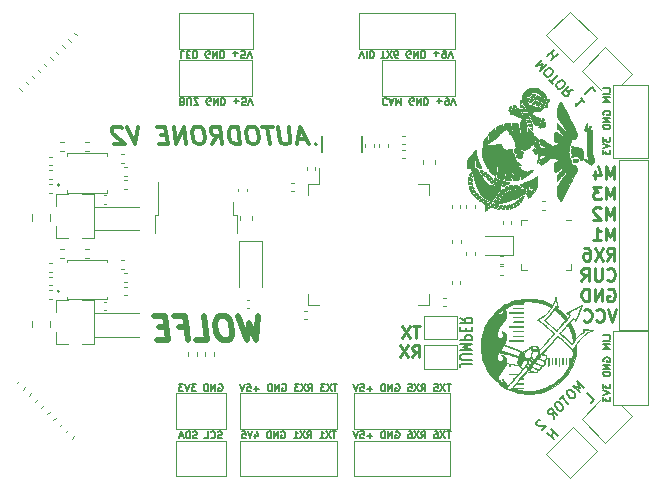
<source format=gbo>
%TF.GenerationSoftware,KiCad,Pcbnew,(6.0.0-0)*%
%TF.CreationDate,2022-01-25T22:05:01-05:00*%
%TF.ProjectId,Autodrone_V2,4175746f-6472-46f6-9e65-5f56322e6b69,rev?*%
%TF.SameCoordinates,Original*%
%TF.FileFunction,Legend,Bot*%
%TF.FilePolarity,Positive*%
%FSLAX46Y46*%
G04 Gerber Fmt 4.6, Leading zero omitted, Abs format (unit mm)*
G04 Created by KiCad (PCBNEW (6.0.0-0)) date 2022-01-25 22:05:01*
%MOMM*%
%LPD*%
G01*
G04 APERTURE LIST*
%ADD10C,0.120000*%
%ADD11C,0.150000*%
%ADD12C,0.200000*%
%ADD13C,0.375000*%
%ADD14C,0.267500*%
%ADD15C,0.500000*%
%ADD16C,0.190500*%
%ADD17C,0.254000*%
%ADD18C,0.010000*%
%ADD19C,0.127000*%
G04 APERTURE END LIST*
D10*
X123220387Y-77112203D02*
X122290000Y-78050000D01*
X118949462Y-76857645D02*
X120630000Y-78540000D01*
X123220387Y-106087797D02*
X122270000Y-105150000D01*
X121580000Y-98950000D02*
X121580000Y-104440000D01*
X124580000Y-105150000D02*
X122290000Y-105150000D01*
X121580000Y-78760000D02*
X121580000Y-84250000D01*
X124580000Y-78050000D02*
X122290000Y-78050000D01*
X118949462Y-106342355D02*
X120550000Y-104740000D01*
D11*
X88224285Y-103440000D02*
X88281428Y-103411428D01*
X88367142Y-103411428D01*
X88452857Y-103440000D01*
X88510000Y-103497142D01*
X88538571Y-103554285D01*
X88567142Y-103668571D01*
X88567142Y-103754285D01*
X88538571Y-103868571D01*
X88510000Y-103925714D01*
X88452857Y-103982857D01*
X88367142Y-104011428D01*
X88310000Y-104011428D01*
X88224285Y-103982857D01*
X88195714Y-103954285D01*
X88195714Y-103754285D01*
X88310000Y-103754285D01*
X87938571Y-104011428D02*
X87938571Y-103411428D01*
X87595714Y-104011428D01*
X87595714Y-103411428D01*
X87310000Y-104011428D02*
X87310000Y-103411428D01*
X87167142Y-103411428D01*
X87081428Y-103440000D01*
X87024285Y-103497142D01*
X86995714Y-103554285D01*
X86967142Y-103668571D01*
X86967142Y-103754285D01*
X86995714Y-103868571D01*
X87024285Y-103925714D01*
X87081428Y-103982857D01*
X87167142Y-104011428D01*
X87310000Y-104011428D01*
X86310000Y-103411428D02*
X85938571Y-103411428D01*
X86138571Y-103640000D01*
X86052857Y-103640000D01*
X85995714Y-103668571D01*
X85967142Y-103697142D01*
X85938571Y-103754285D01*
X85938571Y-103897142D01*
X85967142Y-103954285D01*
X85995714Y-103982857D01*
X86052857Y-104011428D01*
X86224285Y-104011428D01*
X86281428Y-103982857D01*
X86310000Y-103954285D01*
X85767142Y-103411428D02*
X85567142Y-104011428D01*
X85367142Y-103411428D01*
X85224285Y-103411428D02*
X84852857Y-103411428D01*
X85052857Y-103640000D01*
X84967142Y-103640000D01*
X84910000Y-103668571D01*
X84881428Y-103697142D01*
X84852857Y-103754285D01*
X84852857Y-103897142D01*
X84881428Y-103954285D01*
X84910000Y-103982857D01*
X84967142Y-104011428D01*
X85138571Y-104011428D01*
X85195714Y-103982857D01*
X85224285Y-103954285D01*
X98278571Y-103411428D02*
X97935714Y-103411428D01*
X98107142Y-104011428D02*
X98107142Y-103411428D01*
X97792857Y-103411428D02*
X97392857Y-104011428D01*
X97392857Y-103411428D02*
X97792857Y-104011428D01*
X97221428Y-103411428D02*
X96850000Y-103411428D01*
X97050000Y-103640000D01*
X96964285Y-103640000D01*
X96907142Y-103668571D01*
X96878571Y-103697142D01*
X96850000Y-103754285D01*
X96850000Y-103897142D01*
X96878571Y-103954285D01*
X96907142Y-103982857D01*
X96964285Y-104011428D01*
X97135714Y-104011428D01*
X97192857Y-103982857D01*
X97221428Y-103954285D01*
X95792857Y-104011428D02*
X95992857Y-103725714D01*
X96135714Y-104011428D02*
X96135714Y-103411428D01*
X95907142Y-103411428D01*
X95850000Y-103440000D01*
X95821428Y-103468571D01*
X95792857Y-103525714D01*
X95792857Y-103611428D01*
X95821428Y-103668571D01*
X95850000Y-103697142D01*
X95907142Y-103725714D01*
X96135714Y-103725714D01*
X95592857Y-103411428D02*
X95192857Y-104011428D01*
X95192857Y-103411428D02*
X95592857Y-104011428D01*
X95021428Y-103411428D02*
X94650000Y-103411428D01*
X94850000Y-103640000D01*
X94764285Y-103640000D01*
X94707142Y-103668571D01*
X94678571Y-103697142D01*
X94650000Y-103754285D01*
X94650000Y-103897142D01*
X94678571Y-103954285D01*
X94707142Y-103982857D01*
X94764285Y-104011428D01*
X94935714Y-104011428D01*
X94992857Y-103982857D01*
X95021428Y-103954285D01*
X93621428Y-103440000D02*
X93678571Y-103411428D01*
X93764285Y-103411428D01*
X93850000Y-103440000D01*
X93907142Y-103497142D01*
X93935714Y-103554285D01*
X93964285Y-103668571D01*
X93964285Y-103754285D01*
X93935714Y-103868571D01*
X93907142Y-103925714D01*
X93850000Y-103982857D01*
X93764285Y-104011428D01*
X93707142Y-104011428D01*
X93621428Y-103982857D01*
X93592857Y-103954285D01*
X93592857Y-103754285D01*
X93707142Y-103754285D01*
X93335714Y-104011428D02*
X93335714Y-103411428D01*
X92992857Y-104011428D01*
X92992857Y-103411428D01*
X92707142Y-104011428D02*
X92707142Y-103411428D01*
X92564285Y-103411428D01*
X92478571Y-103440000D01*
X92421428Y-103497142D01*
X92392857Y-103554285D01*
X92364285Y-103668571D01*
X92364285Y-103754285D01*
X92392857Y-103868571D01*
X92421428Y-103925714D01*
X92478571Y-103982857D01*
X92564285Y-104011428D01*
X92707142Y-104011428D01*
X91650000Y-103782857D02*
X91192857Y-103782857D01*
X91421428Y-104011428D02*
X91421428Y-103554285D01*
X90621428Y-103411428D02*
X90907142Y-103411428D01*
X90935714Y-103697142D01*
X90907142Y-103668571D01*
X90850000Y-103640000D01*
X90707142Y-103640000D01*
X90650000Y-103668571D01*
X90621428Y-103697142D01*
X90592857Y-103754285D01*
X90592857Y-103897142D01*
X90621428Y-103954285D01*
X90650000Y-103982857D01*
X90707142Y-104011428D01*
X90850000Y-104011428D01*
X90907142Y-103982857D01*
X90935714Y-103954285D01*
X90421428Y-103411428D02*
X90221428Y-104011428D01*
X90021428Y-103411428D01*
X98192857Y-107411428D02*
X97850000Y-107411428D01*
X98021428Y-108011428D02*
X98021428Y-107411428D01*
X97707142Y-107411428D02*
X97307142Y-108011428D01*
X97307142Y-107411428D02*
X97707142Y-108011428D01*
X96764285Y-108011428D02*
X97107142Y-108011428D01*
X96935714Y-108011428D02*
X96935714Y-107411428D01*
X96992857Y-107497142D01*
X97050000Y-107554285D01*
X97107142Y-107582857D01*
X95707142Y-108011428D02*
X95907142Y-107725714D01*
X96050000Y-108011428D02*
X96050000Y-107411428D01*
X95821428Y-107411428D01*
X95764285Y-107440000D01*
X95735714Y-107468571D01*
X95707142Y-107525714D01*
X95707142Y-107611428D01*
X95735714Y-107668571D01*
X95764285Y-107697142D01*
X95821428Y-107725714D01*
X96050000Y-107725714D01*
X95507142Y-107411428D02*
X95107142Y-108011428D01*
X95107142Y-107411428D02*
X95507142Y-108011428D01*
X94564285Y-108011428D02*
X94907142Y-108011428D01*
X94735714Y-108011428D02*
X94735714Y-107411428D01*
X94792857Y-107497142D01*
X94850000Y-107554285D01*
X94907142Y-107582857D01*
X93535714Y-107440000D02*
X93592857Y-107411428D01*
X93678571Y-107411428D01*
X93764285Y-107440000D01*
X93821428Y-107497142D01*
X93850000Y-107554285D01*
X93878571Y-107668571D01*
X93878571Y-107754285D01*
X93850000Y-107868571D01*
X93821428Y-107925714D01*
X93764285Y-107982857D01*
X93678571Y-108011428D01*
X93621428Y-108011428D01*
X93535714Y-107982857D01*
X93507142Y-107954285D01*
X93507142Y-107754285D01*
X93621428Y-107754285D01*
X93250000Y-108011428D02*
X93250000Y-107411428D01*
X92907142Y-108011428D01*
X92907142Y-107411428D01*
X92621428Y-108011428D02*
X92621428Y-107411428D01*
X92478571Y-107411428D01*
X92392857Y-107440000D01*
X92335714Y-107497142D01*
X92307142Y-107554285D01*
X92278571Y-107668571D01*
X92278571Y-107754285D01*
X92307142Y-107868571D01*
X92335714Y-107925714D01*
X92392857Y-107982857D01*
X92478571Y-108011428D01*
X92621428Y-108011428D01*
X91307142Y-107611428D02*
X91307142Y-108011428D01*
X91450000Y-107382857D02*
X91592857Y-107811428D01*
X91221428Y-107811428D01*
X91078571Y-107411428D02*
X90878571Y-108011428D01*
X90678571Y-107411428D01*
X90192857Y-107411428D02*
X90478571Y-107411428D01*
X90507142Y-107697142D01*
X90478571Y-107668571D01*
X90421428Y-107640000D01*
X90278571Y-107640000D01*
X90221428Y-107668571D01*
X90192857Y-107697142D01*
X90164285Y-107754285D01*
X90164285Y-107897142D01*
X90192857Y-107954285D01*
X90221428Y-107982857D01*
X90278571Y-108011428D01*
X90421428Y-108011428D01*
X90478571Y-107982857D01*
X90507142Y-107954285D01*
X88495714Y-107982857D02*
X88410000Y-108011428D01*
X88267142Y-108011428D01*
X88210000Y-107982857D01*
X88181428Y-107954285D01*
X88152857Y-107897142D01*
X88152857Y-107840000D01*
X88181428Y-107782857D01*
X88210000Y-107754285D01*
X88267142Y-107725714D01*
X88381428Y-107697142D01*
X88438571Y-107668571D01*
X88467142Y-107640000D01*
X88495714Y-107582857D01*
X88495714Y-107525714D01*
X88467142Y-107468571D01*
X88438571Y-107440000D01*
X88381428Y-107411428D01*
X88238571Y-107411428D01*
X88152857Y-107440000D01*
X87552857Y-107954285D02*
X87581428Y-107982857D01*
X87667142Y-108011428D01*
X87724285Y-108011428D01*
X87810000Y-107982857D01*
X87867142Y-107925714D01*
X87895714Y-107868571D01*
X87924285Y-107754285D01*
X87924285Y-107668571D01*
X87895714Y-107554285D01*
X87867142Y-107497142D01*
X87810000Y-107440000D01*
X87724285Y-107411428D01*
X87667142Y-107411428D01*
X87581428Y-107440000D01*
X87552857Y-107468571D01*
X87010000Y-108011428D02*
X87295714Y-108011428D01*
X87295714Y-107411428D01*
X86381428Y-107982857D02*
X86295714Y-108011428D01*
X86152857Y-108011428D01*
X86095714Y-107982857D01*
X86067142Y-107954285D01*
X86038571Y-107897142D01*
X86038571Y-107840000D01*
X86067142Y-107782857D01*
X86095714Y-107754285D01*
X86152857Y-107725714D01*
X86267142Y-107697142D01*
X86324285Y-107668571D01*
X86352857Y-107640000D01*
X86381428Y-107582857D01*
X86381428Y-107525714D01*
X86352857Y-107468571D01*
X86324285Y-107440000D01*
X86267142Y-107411428D01*
X86124285Y-107411428D01*
X86038571Y-107440000D01*
X85781428Y-108011428D02*
X85781428Y-107411428D01*
X85638571Y-107411428D01*
X85552857Y-107440000D01*
X85495714Y-107497142D01*
X85467142Y-107554285D01*
X85438571Y-107668571D01*
X85438571Y-107754285D01*
X85467142Y-107868571D01*
X85495714Y-107925714D01*
X85552857Y-107982857D01*
X85638571Y-108011428D01*
X85781428Y-108011428D01*
X85210000Y-107840000D02*
X84924285Y-107840000D01*
X85267142Y-108011428D02*
X85067142Y-107411428D01*
X84867142Y-108011428D01*
X107878571Y-107411428D02*
X107535714Y-107411428D01*
X107707142Y-108011428D02*
X107707142Y-107411428D01*
X107392857Y-107411428D02*
X106992857Y-108011428D01*
X106992857Y-107411428D02*
X107392857Y-108011428D01*
X106507142Y-107411428D02*
X106621428Y-107411428D01*
X106678571Y-107440000D01*
X106707142Y-107468571D01*
X106764285Y-107554285D01*
X106792857Y-107668571D01*
X106792857Y-107897142D01*
X106764285Y-107954285D01*
X106735714Y-107982857D01*
X106678571Y-108011428D01*
X106564285Y-108011428D01*
X106507142Y-107982857D01*
X106478571Y-107954285D01*
X106450000Y-107897142D01*
X106450000Y-107754285D01*
X106478571Y-107697142D01*
X106507142Y-107668571D01*
X106564285Y-107640000D01*
X106678571Y-107640000D01*
X106735714Y-107668571D01*
X106764285Y-107697142D01*
X106792857Y-107754285D01*
X105392857Y-108011428D02*
X105592857Y-107725714D01*
X105735714Y-108011428D02*
X105735714Y-107411428D01*
X105507142Y-107411428D01*
X105450000Y-107440000D01*
X105421428Y-107468571D01*
X105392857Y-107525714D01*
X105392857Y-107611428D01*
X105421428Y-107668571D01*
X105450000Y-107697142D01*
X105507142Y-107725714D01*
X105735714Y-107725714D01*
X105192857Y-107411428D02*
X104792857Y-108011428D01*
X104792857Y-107411428D02*
X105192857Y-108011428D01*
X104307142Y-107411428D02*
X104421428Y-107411428D01*
X104478571Y-107440000D01*
X104507142Y-107468571D01*
X104564285Y-107554285D01*
X104592857Y-107668571D01*
X104592857Y-107897142D01*
X104564285Y-107954285D01*
X104535714Y-107982857D01*
X104478571Y-108011428D01*
X104364285Y-108011428D01*
X104307142Y-107982857D01*
X104278571Y-107954285D01*
X104250000Y-107897142D01*
X104250000Y-107754285D01*
X104278571Y-107697142D01*
X104307142Y-107668571D01*
X104364285Y-107640000D01*
X104478571Y-107640000D01*
X104535714Y-107668571D01*
X104564285Y-107697142D01*
X104592857Y-107754285D01*
X103221428Y-107440000D02*
X103278571Y-107411428D01*
X103364285Y-107411428D01*
X103450000Y-107440000D01*
X103507142Y-107497142D01*
X103535714Y-107554285D01*
X103564285Y-107668571D01*
X103564285Y-107754285D01*
X103535714Y-107868571D01*
X103507142Y-107925714D01*
X103450000Y-107982857D01*
X103364285Y-108011428D01*
X103307142Y-108011428D01*
X103221428Y-107982857D01*
X103192857Y-107954285D01*
X103192857Y-107754285D01*
X103307142Y-107754285D01*
X102935714Y-108011428D02*
X102935714Y-107411428D01*
X102592857Y-108011428D01*
X102592857Y-107411428D01*
X102307142Y-108011428D02*
X102307142Y-107411428D01*
X102164285Y-107411428D01*
X102078571Y-107440000D01*
X102021428Y-107497142D01*
X101992857Y-107554285D01*
X101964285Y-107668571D01*
X101964285Y-107754285D01*
X101992857Y-107868571D01*
X102021428Y-107925714D01*
X102078571Y-107982857D01*
X102164285Y-108011428D01*
X102307142Y-108011428D01*
X101250000Y-107782857D02*
X100792857Y-107782857D01*
X101021428Y-108011428D02*
X101021428Y-107554285D01*
X100221428Y-107411428D02*
X100507142Y-107411428D01*
X100535714Y-107697142D01*
X100507142Y-107668571D01*
X100450000Y-107640000D01*
X100307142Y-107640000D01*
X100250000Y-107668571D01*
X100221428Y-107697142D01*
X100192857Y-107754285D01*
X100192857Y-107897142D01*
X100221428Y-107954285D01*
X100250000Y-107982857D01*
X100307142Y-108011428D01*
X100450000Y-108011428D01*
X100507142Y-107982857D01*
X100535714Y-107954285D01*
X100021428Y-107411428D02*
X99821428Y-108011428D01*
X99621428Y-107411428D01*
X107878571Y-103411428D02*
X107535714Y-103411428D01*
X107707142Y-104011428D02*
X107707142Y-103411428D01*
X107392857Y-103411428D02*
X106992857Y-104011428D01*
X106992857Y-103411428D02*
X107392857Y-104011428D01*
X106478571Y-103411428D02*
X106764285Y-103411428D01*
X106792857Y-103697142D01*
X106764285Y-103668571D01*
X106707142Y-103640000D01*
X106564285Y-103640000D01*
X106507142Y-103668571D01*
X106478571Y-103697142D01*
X106450000Y-103754285D01*
X106450000Y-103897142D01*
X106478571Y-103954285D01*
X106507142Y-103982857D01*
X106564285Y-104011428D01*
X106707142Y-104011428D01*
X106764285Y-103982857D01*
X106792857Y-103954285D01*
X105392857Y-104011428D02*
X105592857Y-103725714D01*
X105735714Y-104011428D02*
X105735714Y-103411428D01*
X105507142Y-103411428D01*
X105450000Y-103440000D01*
X105421428Y-103468571D01*
X105392857Y-103525714D01*
X105392857Y-103611428D01*
X105421428Y-103668571D01*
X105450000Y-103697142D01*
X105507142Y-103725714D01*
X105735714Y-103725714D01*
X105192857Y-103411428D02*
X104792857Y-104011428D01*
X104792857Y-103411428D02*
X105192857Y-104011428D01*
X104278571Y-103411428D02*
X104564285Y-103411428D01*
X104592857Y-103697142D01*
X104564285Y-103668571D01*
X104507142Y-103640000D01*
X104364285Y-103640000D01*
X104307142Y-103668571D01*
X104278571Y-103697142D01*
X104250000Y-103754285D01*
X104250000Y-103897142D01*
X104278571Y-103954285D01*
X104307142Y-103982857D01*
X104364285Y-104011428D01*
X104507142Y-104011428D01*
X104564285Y-103982857D01*
X104592857Y-103954285D01*
X103221428Y-103440000D02*
X103278571Y-103411428D01*
X103364285Y-103411428D01*
X103450000Y-103440000D01*
X103507142Y-103497142D01*
X103535714Y-103554285D01*
X103564285Y-103668571D01*
X103564285Y-103754285D01*
X103535714Y-103868571D01*
X103507142Y-103925714D01*
X103450000Y-103982857D01*
X103364285Y-104011428D01*
X103307142Y-104011428D01*
X103221428Y-103982857D01*
X103192857Y-103954285D01*
X103192857Y-103754285D01*
X103307142Y-103754285D01*
X102935714Y-104011428D02*
X102935714Y-103411428D01*
X102592857Y-104011428D01*
X102592857Y-103411428D01*
X102307142Y-104011428D02*
X102307142Y-103411428D01*
X102164285Y-103411428D01*
X102078571Y-103440000D01*
X102021428Y-103497142D01*
X101992857Y-103554285D01*
X101964285Y-103668571D01*
X101964285Y-103754285D01*
X101992857Y-103868571D01*
X102021428Y-103925714D01*
X102078571Y-103982857D01*
X102164285Y-104011428D01*
X102307142Y-104011428D01*
X101250000Y-103782857D02*
X100792857Y-103782857D01*
X101021428Y-104011428D02*
X101021428Y-103554285D01*
X100221428Y-103411428D02*
X100507142Y-103411428D01*
X100535714Y-103697142D01*
X100507142Y-103668571D01*
X100450000Y-103640000D01*
X100307142Y-103640000D01*
X100250000Y-103668571D01*
X100221428Y-103697142D01*
X100192857Y-103754285D01*
X100192857Y-103897142D01*
X100221428Y-103954285D01*
X100250000Y-103982857D01*
X100307142Y-104011428D01*
X100450000Y-104011428D01*
X100507142Y-103982857D01*
X100535714Y-103954285D01*
X100021428Y-103411428D02*
X99821428Y-104011428D01*
X99621428Y-103411428D01*
D12*
X119164928Y-103736128D02*
X118599242Y-103170443D01*
X118814741Y-103763065D01*
X118222119Y-103547566D01*
X118787804Y-104113252D01*
X117844995Y-103924690D02*
X117737245Y-104032439D01*
X117710308Y-104113252D01*
X117710308Y-104221001D01*
X117791120Y-104355688D01*
X117979682Y-104544250D01*
X118114369Y-104625062D01*
X118222119Y-104625062D01*
X118302931Y-104598125D01*
X118410680Y-104490375D01*
X118437618Y-104409563D01*
X118437618Y-104301813D01*
X118356806Y-104167126D01*
X118168244Y-103978565D01*
X118033557Y-103897752D01*
X117925807Y-103897752D01*
X117844995Y-103924690D01*
X117440934Y-104328751D02*
X117117685Y-104652000D01*
X117844995Y-105056061D02*
X117279310Y-104490375D01*
X116821374Y-104948311D02*
X116713624Y-105056061D01*
X116686687Y-105136873D01*
X116686687Y-105244623D01*
X116767499Y-105379310D01*
X116956061Y-105567871D01*
X117090748Y-105648684D01*
X117198497Y-105648684D01*
X117279310Y-105621746D01*
X117387059Y-105513997D01*
X117413997Y-105433184D01*
X117413997Y-105325435D01*
X117333184Y-105190748D01*
X117144623Y-105002186D01*
X117009935Y-104921374D01*
X116902186Y-104921374D01*
X116821374Y-104948311D01*
X116578937Y-106322119D02*
X116498125Y-105864183D01*
X116902186Y-105998870D02*
X116336500Y-105433184D01*
X116121001Y-105648684D01*
X116094064Y-105729496D01*
X116094064Y-105783371D01*
X116121001Y-105864183D01*
X116201813Y-105944995D01*
X116282626Y-105971932D01*
X116336500Y-105971932D01*
X116417313Y-105944995D01*
X116632812Y-105729496D01*
X115420629Y-106456806D02*
X115366754Y-106456806D01*
X115285942Y-106483743D01*
X115151255Y-106618430D01*
X115124317Y-106699242D01*
X115124317Y-106753117D01*
X115151255Y-106833929D01*
X115205130Y-106887804D01*
X115312879Y-106941679D01*
X115959377Y-106941679D01*
X115609191Y-107291865D01*
X119725495Y-104997068D02*
X119994869Y-104727694D01*
X119429184Y-104162009D01*
X116950943Y-107771621D02*
X116385258Y-107205935D01*
X116654632Y-107475309D02*
X116331383Y-107798558D01*
X116627694Y-108094869D02*
X116062009Y-107529184D01*
X115636128Y-75935071D02*
X115070443Y-76500757D01*
X115663065Y-76285258D01*
X115447566Y-76877880D01*
X116013252Y-76312195D01*
X115824690Y-77255004D02*
X115932439Y-77362754D01*
X116013252Y-77389691D01*
X116121001Y-77389691D01*
X116255688Y-77308879D01*
X116444250Y-77120317D01*
X116525062Y-76985630D01*
X116525062Y-76877880D01*
X116498125Y-76797068D01*
X116390375Y-76689319D01*
X116309563Y-76662381D01*
X116201813Y-76662381D01*
X116067126Y-76743193D01*
X115878565Y-76931755D01*
X115797752Y-77066442D01*
X115797752Y-77174192D01*
X115824690Y-77255004D01*
X116228751Y-77659065D02*
X116552000Y-77982314D01*
X116956061Y-77255004D02*
X116390375Y-77820689D01*
X116848311Y-78278625D02*
X116956061Y-78386375D01*
X117036873Y-78413312D01*
X117144623Y-78413312D01*
X117279310Y-78332500D01*
X117467871Y-78143938D01*
X117548684Y-78009251D01*
X117548684Y-77901502D01*
X117521746Y-77820689D01*
X117413997Y-77712940D01*
X117333184Y-77686002D01*
X117225435Y-77686002D01*
X117090748Y-77766815D01*
X116902186Y-77955377D01*
X116821374Y-78090064D01*
X116821374Y-78197813D01*
X116848311Y-78278625D01*
X118222119Y-78521062D02*
X117764183Y-78601874D01*
X117898870Y-78197813D02*
X117333184Y-78763499D01*
X117548684Y-78978998D01*
X117629496Y-79005935D01*
X117683371Y-79005935D01*
X117764183Y-78978998D01*
X117844995Y-78898186D01*
X117871932Y-78817373D01*
X117871932Y-78763499D01*
X117844995Y-78682686D01*
X117629496Y-78467187D01*
X119191865Y-79490808D02*
X118868616Y-79167560D01*
X119030241Y-79329184D02*
X118464555Y-79894869D01*
X118491493Y-79760182D01*
X118491493Y-79652433D01*
X118464555Y-79571621D01*
X116627694Y-75105130D02*
X116062009Y-75670815D01*
X116331383Y-75401441D02*
X116654632Y-75724690D01*
X116950943Y-75428378D02*
X116385258Y-75994064D01*
X120075682Y-78553117D02*
X119806308Y-78283743D01*
X119240622Y-78849428D01*
D11*
X102470000Y-79245714D02*
X102441428Y-79217142D01*
X102355714Y-79188571D01*
X102298571Y-79188571D01*
X102212857Y-79217142D01*
X102155714Y-79274285D01*
X102127142Y-79331428D01*
X102098571Y-79445714D01*
X102098571Y-79531428D01*
X102127142Y-79645714D01*
X102155714Y-79702857D01*
X102212857Y-79760000D01*
X102298571Y-79788571D01*
X102355714Y-79788571D01*
X102441428Y-79760000D01*
X102470000Y-79731428D01*
X102698571Y-79360000D02*
X102984285Y-79360000D01*
X102641428Y-79188571D02*
X102841428Y-79788571D01*
X103041428Y-79188571D01*
X103241428Y-79188571D02*
X103241428Y-79788571D01*
X103441428Y-79360000D01*
X103641428Y-79788571D01*
X103641428Y-79188571D01*
X104698571Y-79760000D02*
X104641428Y-79788571D01*
X104555714Y-79788571D01*
X104470000Y-79760000D01*
X104412857Y-79702857D01*
X104384285Y-79645714D01*
X104355714Y-79531428D01*
X104355714Y-79445714D01*
X104384285Y-79331428D01*
X104412857Y-79274285D01*
X104470000Y-79217142D01*
X104555714Y-79188571D01*
X104612857Y-79188571D01*
X104698571Y-79217142D01*
X104727142Y-79245714D01*
X104727142Y-79445714D01*
X104612857Y-79445714D01*
X104984285Y-79188571D02*
X104984285Y-79788571D01*
X105327142Y-79188571D01*
X105327142Y-79788571D01*
X105612857Y-79188571D02*
X105612857Y-79788571D01*
X105755714Y-79788571D01*
X105841428Y-79760000D01*
X105898571Y-79702857D01*
X105927142Y-79645714D01*
X105955714Y-79531428D01*
X105955714Y-79445714D01*
X105927142Y-79331428D01*
X105898571Y-79274285D01*
X105841428Y-79217142D01*
X105755714Y-79188571D01*
X105612857Y-79188571D01*
X106670000Y-79417142D02*
X107127142Y-79417142D01*
X106898571Y-79188571D02*
X106898571Y-79645714D01*
X107441428Y-79188571D02*
X107555714Y-79188571D01*
X107612857Y-79217142D01*
X107641428Y-79245714D01*
X107698571Y-79331428D01*
X107727142Y-79445714D01*
X107727142Y-79674285D01*
X107698571Y-79731428D01*
X107670000Y-79760000D01*
X107612857Y-79788571D01*
X107498571Y-79788571D01*
X107441428Y-79760000D01*
X107412857Y-79731428D01*
X107384285Y-79674285D01*
X107384285Y-79531428D01*
X107412857Y-79474285D01*
X107441428Y-79445714D01*
X107498571Y-79417142D01*
X107612857Y-79417142D01*
X107670000Y-79445714D01*
X107698571Y-79474285D01*
X107727142Y-79531428D01*
X107898571Y-79788571D02*
X108098571Y-79188571D01*
X108298571Y-79788571D01*
X100142857Y-75788571D02*
X100342857Y-75188571D01*
X100542857Y-75788571D01*
X100742857Y-75188571D02*
X100742857Y-75788571D01*
X101028571Y-75188571D02*
X101028571Y-75788571D01*
X101171428Y-75788571D01*
X101257142Y-75760000D01*
X101314285Y-75702857D01*
X101342857Y-75645714D01*
X101371428Y-75531428D01*
X101371428Y-75445714D01*
X101342857Y-75331428D01*
X101314285Y-75274285D01*
X101257142Y-75217142D01*
X101171428Y-75188571D01*
X101028571Y-75188571D01*
X102000000Y-75788571D02*
X102342857Y-75788571D01*
X102171428Y-75188571D02*
X102171428Y-75788571D01*
X102485714Y-75788571D02*
X102885714Y-75188571D01*
X102885714Y-75788571D02*
X102485714Y-75188571D01*
X103371428Y-75788571D02*
X103257142Y-75788571D01*
X103200000Y-75760000D01*
X103171428Y-75731428D01*
X103114285Y-75645714D01*
X103085714Y-75531428D01*
X103085714Y-75302857D01*
X103114285Y-75245714D01*
X103142857Y-75217142D01*
X103200000Y-75188571D01*
X103314285Y-75188571D01*
X103371428Y-75217142D01*
X103400000Y-75245714D01*
X103428571Y-75302857D01*
X103428571Y-75445714D01*
X103400000Y-75502857D01*
X103371428Y-75531428D01*
X103314285Y-75560000D01*
X103200000Y-75560000D01*
X103142857Y-75531428D01*
X103114285Y-75502857D01*
X103085714Y-75445714D01*
X104457142Y-75760000D02*
X104400000Y-75788571D01*
X104314285Y-75788571D01*
X104228571Y-75760000D01*
X104171428Y-75702857D01*
X104142857Y-75645714D01*
X104114285Y-75531428D01*
X104114285Y-75445714D01*
X104142857Y-75331428D01*
X104171428Y-75274285D01*
X104228571Y-75217142D01*
X104314285Y-75188571D01*
X104371428Y-75188571D01*
X104457142Y-75217142D01*
X104485714Y-75245714D01*
X104485714Y-75445714D01*
X104371428Y-75445714D01*
X104742857Y-75188571D02*
X104742857Y-75788571D01*
X105085714Y-75188571D01*
X105085714Y-75788571D01*
X105371428Y-75188571D02*
X105371428Y-75788571D01*
X105514285Y-75788571D01*
X105600000Y-75760000D01*
X105657142Y-75702857D01*
X105685714Y-75645714D01*
X105714285Y-75531428D01*
X105714285Y-75445714D01*
X105685714Y-75331428D01*
X105657142Y-75274285D01*
X105600000Y-75217142D01*
X105514285Y-75188571D01*
X105371428Y-75188571D01*
X106428571Y-75417142D02*
X106885714Y-75417142D01*
X106657142Y-75188571D02*
X106657142Y-75645714D01*
X107200000Y-75188571D02*
X107314285Y-75188571D01*
X107371428Y-75217142D01*
X107400000Y-75245714D01*
X107457142Y-75331428D01*
X107485714Y-75445714D01*
X107485714Y-75674285D01*
X107457142Y-75731428D01*
X107428571Y-75760000D01*
X107371428Y-75788571D01*
X107257142Y-75788571D01*
X107200000Y-75760000D01*
X107171428Y-75731428D01*
X107142857Y-75674285D01*
X107142857Y-75531428D01*
X107171428Y-75474285D01*
X107200000Y-75445714D01*
X107257142Y-75417142D01*
X107371428Y-75417142D01*
X107428571Y-75445714D01*
X107457142Y-75474285D01*
X107485714Y-75531428D01*
X107657142Y-75788571D02*
X107857142Y-75188571D01*
X108057142Y-75788571D01*
X85147142Y-79502857D02*
X85232857Y-79474285D01*
X85261428Y-79445714D01*
X85290000Y-79388571D01*
X85290000Y-79302857D01*
X85261428Y-79245714D01*
X85232857Y-79217142D01*
X85175714Y-79188571D01*
X84947142Y-79188571D01*
X84947142Y-79788571D01*
X85147142Y-79788571D01*
X85204285Y-79760000D01*
X85232857Y-79731428D01*
X85261428Y-79674285D01*
X85261428Y-79617142D01*
X85232857Y-79560000D01*
X85204285Y-79531428D01*
X85147142Y-79502857D01*
X84947142Y-79502857D01*
X85547142Y-79788571D02*
X85547142Y-79302857D01*
X85575714Y-79245714D01*
X85604285Y-79217142D01*
X85661428Y-79188571D01*
X85775714Y-79188571D01*
X85832857Y-79217142D01*
X85861428Y-79245714D01*
X85890000Y-79302857D01*
X85890000Y-79788571D01*
X86118571Y-79788571D02*
X86518571Y-79788571D01*
X86118571Y-79188571D01*
X86518571Y-79188571D01*
X87518571Y-79760000D02*
X87461428Y-79788571D01*
X87375714Y-79788571D01*
X87290000Y-79760000D01*
X87232857Y-79702857D01*
X87204285Y-79645714D01*
X87175714Y-79531428D01*
X87175714Y-79445714D01*
X87204285Y-79331428D01*
X87232857Y-79274285D01*
X87290000Y-79217142D01*
X87375714Y-79188571D01*
X87432857Y-79188571D01*
X87518571Y-79217142D01*
X87547142Y-79245714D01*
X87547142Y-79445714D01*
X87432857Y-79445714D01*
X87804285Y-79188571D02*
X87804285Y-79788571D01*
X88147142Y-79188571D01*
X88147142Y-79788571D01*
X88432857Y-79188571D02*
X88432857Y-79788571D01*
X88575714Y-79788571D01*
X88661428Y-79760000D01*
X88718571Y-79702857D01*
X88747142Y-79645714D01*
X88775714Y-79531428D01*
X88775714Y-79445714D01*
X88747142Y-79331428D01*
X88718571Y-79274285D01*
X88661428Y-79217142D01*
X88575714Y-79188571D01*
X88432857Y-79188571D01*
X89490000Y-79417142D02*
X89947142Y-79417142D01*
X89718571Y-79188571D02*
X89718571Y-79645714D01*
X90518571Y-79788571D02*
X90232857Y-79788571D01*
X90204285Y-79502857D01*
X90232857Y-79531428D01*
X90290000Y-79560000D01*
X90432857Y-79560000D01*
X90490000Y-79531428D01*
X90518571Y-79502857D01*
X90547142Y-79445714D01*
X90547142Y-79302857D01*
X90518571Y-79245714D01*
X90490000Y-79217142D01*
X90432857Y-79188571D01*
X90290000Y-79188571D01*
X90232857Y-79217142D01*
X90204285Y-79245714D01*
X90718571Y-79788571D02*
X90918571Y-79188571D01*
X91118571Y-79788571D01*
X85328571Y-75188571D02*
X85042857Y-75188571D01*
X85042857Y-75788571D01*
X85528571Y-75502857D02*
X85728571Y-75502857D01*
X85814285Y-75188571D02*
X85528571Y-75188571D01*
X85528571Y-75788571D01*
X85814285Y-75788571D01*
X86071428Y-75188571D02*
X86071428Y-75788571D01*
X86214285Y-75788571D01*
X86300000Y-75760000D01*
X86357142Y-75702857D01*
X86385714Y-75645714D01*
X86414285Y-75531428D01*
X86414285Y-75445714D01*
X86385714Y-75331428D01*
X86357142Y-75274285D01*
X86300000Y-75217142D01*
X86214285Y-75188571D01*
X86071428Y-75188571D01*
X87442857Y-75760000D02*
X87385714Y-75788571D01*
X87300000Y-75788571D01*
X87214285Y-75760000D01*
X87157142Y-75702857D01*
X87128571Y-75645714D01*
X87100000Y-75531428D01*
X87100000Y-75445714D01*
X87128571Y-75331428D01*
X87157142Y-75274285D01*
X87214285Y-75217142D01*
X87300000Y-75188571D01*
X87357142Y-75188571D01*
X87442857Y-75217142D01*
X87471428Y-75245714D01*
X87471428Y-75445714D01*
X87357142Y-75445714D01*
X87728571Y-75188571D02*
X87728571Y-75788571D01*
X88071428Y-75188571D01*
X88071428Y-75788571D01*
X88357142Y-75188571D02*
X88357142Y-75788571D01*
X88500000Y-75788571D01*
X88585714Y-75760000D01*
X88642857Y-75702857D01*
X88671428Y-75645714D01*
X88700000Y-75531428D01*
X88700000Y-75445714D01*
X88671428Y-75331428D01*
X88642857Y-75274285D01*
X88585714Y-75217142D01*
X88500000Y-75188571D01*
X88357142Y-75188571D01*
X89414285Y-75417142D02*
X89871428Y-75417142D01*
X89642857Y-75188571D02*
X89642857Y-75645714D01*
X90442857Y-75788571D02*
X90157142Y-75788571D01*
X90128571Y-75502857D01*
X90157142Y-75531428D01*
X90214285Y-75560000D01*
X90357142Y-75560000D01*
X90414285Y-75531428D01*
X90442857Y-75502857D01*
X90471428Y-75445714D01*
X90471428Y-75302857D01*
X90442857Y-75245714D01*
X90414285Y-75217142D01*
X90357142Y-75188571D01*
X90214285Y-75188571D01*
X90157142Y-75217142D01*
X90128571Y-75245714D01*
X90642857Y-75788571D02*
X90842857Y-75188571D01*
X91042857Y-75788571D01*
D13*
X95637008Y-82673000D02*
X94922723Y-82673000D01*
X95833437Y-83101571D02*
X95145937Y-81601571D01*
X94833437Y-83101571D01*
X94145937Y-81601571D02*
X94297723Y-82815857D01*
X94244151Y-82958714D01*
X94181651Y-83030142D01*
X94047723Y-83101571D01*
X93762008Y-83101571D01*
X93610223Y-83030142D01*
X93529866Y-82958714D01*
X93440580Y-82815857D01*
X93288794Y-81601571D01*
X92788794Y-81601571D02*
X91931651Y-81601571D01*
X92547723Y-83101571D02*
X92360223Y-81601571D01*
X91145937Y-81601571D02*
X90860223Y-81601571D01*
X90726294Y-81673000D01*
X90601294Y-81815857D01*
X90565580Y-82101571D01*
X90628080Y-82601571D01*
X90735223Y-82887285D01*
X90895937Y-83030142D01*
X91047723Y-83101571D01*
X91333437Y-83101571D01*
X91467366Y-83030142D01*
X91592366Y-82887285D01*
X91628080Y-82601571D01*
X91565580Y-82101571D01*
X91458437Y-81815857D01*
X91297723Y-81673000D01*
X91145937Y-81601571D01*
X90047723Y-83101571D02*
X89860223Y-81601571D01*
X89503080Y-81601571D01*
X89297723Y-81673000D01*
X89172723Y-81815857D01*
X89119151Y-81958714D01*
X89083437Y-82244428D01*
X89110223Y-82458714D01*
X89217366Y-82744428D01*
X89306651Y-82887285D01*
X89467366Y-83030142D01*
X89690580Y-83101571D01*
X90047723Y-83101571D01*
X87690580Y-83101571D02*
X88101294Y-82387285D01*
X88547723Y-83101571D02*
X88360223Y-81601571D01*
X87788794Y-81601571D01*
X87654866Y-81673000D01*
X87592366Y-81744428D01*
X87538794Y-81887285D01*
X87565580Y-82101571D01*
X87654866Y-82244428D01*
X87735223Y-82315857D01*
X87887008Y-82387285D01*
X88458437Y-82387285D01*
X86574508Y-81601571D02*
X86288794Y-81601571D01*
X86154866Y-81673000D01*
X86029866Y-81815857D01*
X85994151Y-82101571D01*
X86056651Y-82601571D01*
X86163794Y-82887285D01*
X86324508Y-83030142D01*
X86476294Y-83101571D01*
X86762008Y-83101571D01*
X86895937Y-83030142D01*
X87020937Y-82887285D01*
X87056651Y-82601571D01*
X86994151Y-82101571D01*
X86887008Y-81815857D01*
X86726294Y-81673000D01*
X86574508Y-81601571D01*
X85476294Y-83101571D02*
X85288794Y-81601571D01*
X84619151Y-83101571D01*
X84431651Y-81601571D01*
X83806651Y-82315857D02*
X83306651Y-82315857D01*
X83190580Y-83101571D02*
X83904866Y-83101571D01*
X83717366Y-81601571D01*
X83003080Y-81601571D01*
X81431651Y-81601571D02*
X81119151Y-83101571D01*
X80431651Y-81601571D01*
X80020937Y-81744428D02*
X79940580Y-81673000D01*
X79788794Y-81601571D01*
X79431651Y-81601571D01*
X79297723Y-81673000D01*
X79235223Y-81744428D01*
X79181651Y-81887285D01*
X79199508Y-82030142D01*
X79297723Y-82244428D01*
X80262008Y-83101571D01*
X79333437Y-83101571D01*
D11*
X121391428Y-78650000D02*
X121391428Y-78364285D01*
X120791428Y-78364285D01*
X121391428Y-78850000D02*
X120791428Y-78850000D01*
X121391428Y-79135714D02*
X120791428Y-79135714D01*
X121220000Y-79335714D01*
X120791428Y-79535714D01*
X121391428Y-79535714D01*
X120820000Y-80592857D02*
X120791428Y-80535714D01*
X120791428Y-80450000D01*
X120820000Y-80364285D01*
X120877142Y-80307142D01*
X120934285Y-80278571D01*
X121048571Y-80250000D01*
X121134285Y-80250000D01*
X121248571Y-80278571D01*
X121305714Y-80307142D01*
X121362857Y-80364285D01*
X121391428Y-80450000D01*
X121391428Y-80507142D01*
X121362857Y-80592857D01*
X121334285Y-80621428D01*
X121134285Y-80621428D01*
X121134285Y-80507142D01*
X121391428Y-80878571D02*
X120791428Y-80878571D01*
X121391428Y-81221428D01*
X120791428Y-81221428D01*
X121391428Y-81507142D02*
X120791428Y-81507142D01*
X120791428Y-81650000D01*
X120820000Y-81735714D01*
X120877142Y-81792857D01*
X120934285Y-81821428D01*
X121048571Y-81850000D01*
X121134285Y-81850000D01*
X121248571Y-81821428D01*
X121305714Y-81792857D01*
X121362857Y-81735714D01*
X121391428Y-81650000D01*
X121391428Y-81507142D01*
X120791428Y-82507142D02*
X120791428Y-82878571D01*
X121020000Y-82678571D01*
X121020000Y-82764285D01*
X121048571Y-82821428D01*
X121077142Y-82850000D01*
X121134285Y-82878571D01*
X121277142Y-82878571D01*
X121334285Y-82850000D01*
X121362857Y-82821428D01*
X121391428Y-82764285D01*
X121391428Y-82592857D01*
X121362857Y-82535714D01*
X121334285Y-82507142D01*
X120791428Y-83050000D02*
X121391428Y-83250000D01*
X120791428Y-83450000D01*
X120791428Y-83592857D02*
X120791428Y-83964285D01*
X121020000Y-83764285D01*
X121020000Y-83850000D01*
X121048571Y-83907142D01*
X121077142Y-83935714D01*
X121134285Y-83964285D01*
X121277142Y-83964285D01*
X121334285Y-83935714D01*
X121362857Y-83907142D01*
X121391428Y-83850000D01*
X121391428Y-83678571D01*
X121362857Y-83621428D01*
X121334285Y-83592857D01*
X121391428Y-99550000D02*
X121391428Y-99264285D01*
X120791428Y-99264285D01*
X121391428Y-99750000D02*
X120791428Y-99750000D01*
X121391428Y-100035714D02*
X120791428Y-100035714D01*
X121220000Y-100235714D01*
X120791428Y-100435714D01*
X121391428Y-100435714D01*
X120820000Y-101492857D02*
X120791428Y-101435714D01*
X120791428Y-101350000D01*
X120820000Y-101264285D01*
X120877142Y-101207142D01*
X120934285Y-101178571D01*
X121048571Y-101150000D01*
X121134285Y-101150000D01*
X121248571Y-101178571D01*
X121305714Y-101207142D01*
X121362857Y-101264285D01*
X121391428Y-101350000D01*
X121391428Y-101407142D01*
X121362857Y-101492857D01*
X121334285Y-101521428D01*
X121134285Y-101521428D01*
X121134285Y-101407142D01*
X121391428Y-101778571D02*
X120791428Y-101778571D01*
X121391428Y-102121428D01*
X120791428Y-102121428D01*
X121391428Y-102407142D02*
X120791428Y-102407142D01*
X120791428Y-102550000D01*
X120820000Y-102635714D01*
X120877142Y-102692857D01*
X120934285Y-102721428D01*
X121048571Y-102750000D01*
X121134285Y-102750000D01*
X121248571Y-102721428D01*
X121305714Y-102692857D01*
X121362857Y-102635714D01*
X121391428Y-102550000D01*
X121391428Y-102407142D01*
X120791428Y-103407142D02*
X120791428Y-103778571D01*
X121020000Y-103578571D01*
X121020000Y-103664285D01*
X121048571Y-103721428D01*
X121077142Y-103750000D01*
X121134285Y-103778571D01*
X121277142Y-103778571D01*
X121334285Y-103750000D01*
X121362857Y-103721428D01*
X121391428Y-103664285D01*
X121391428Y-103492857D01*
X121362857Y-103435714D01*
X121334285Y-103407142D01*
X120791428Y-103950000D02*
X121391428Y-104150000D01*
X120791428Y-104350000D01*
X120791428Y-104492857D02*
X120791428Y-104864285D01*
X121020000Y-104664285D01*
X121020000Y-104750000D01*
X121048571Y-104807142D01*
X121077142Y-104835714D01*
X121134285Y-104864285D01*
X121277142Y-104864285D01*
X121334285Y-104835714D01*
X121362857Y-104807142D01*
X121391428Y-104750000D01*
X121391428Y-104578571D01*
X121362857Y-104521428D01*
X121334285Y-104492857D01*
D14*
X121731363Y-86054597D02*
X121731363Y-84984597D01*
X121374696Y-85748883D01*
X121018029Y-84984597D01*
X121018029Y-86054597D01*
X120049934Y-85341264D02*
X120049934Y-86054597D01*
X120304696Y-84933645D02*
X120559458Y-85697930D01*
X119897077Y-85697930D01*
X121731363Y-87777297D02*
X121731363Y-86707297D01*
X121374696Y-87471583D01*
X121018029Y-86707297D01*
X121018029Y-87777297D01*
X120610410Y-86707297D02*
X119948029Y-86707297D01*
X120304696Y-87114916D01*
X120151839Y-87114916D01*
X120049934Y-87165869D01*
X119998982Y-87216821D01*
X119948029Y-87318726D01*
X119948029Y-87573488D01*
X119998982Y-87675392D01*
X120049934Y-87726345D01*
X120151839Y-87777297D01*
X120457553Y-87777297D01*
X120559458Y-87726345D01*
X120610410Y-87675392D01*
X121731363Y-89499997D02*
X121731363Y-88429997D01*
X121374696Y-89194283D01*
X121018029Y-88429997D01*
X121018029Y-89499997D01*
X120559458Y-88531902D02*
X120508505Y-88480950D01*
X120406601Y-88429997D01*
X120151839Y-88429997D01*
X120049934Y-88480950D01*
X119998982Y-88531902D01*
X119948029Y-88633807D01*
X119948029Y-88735711D01*
X119998982Y-88888569D01*
X120610410Y-89499997D01*
X119948029Y-89499997D01*
X121731363Y-91222697D02*
X121731363Y-90152697D01*
X121374696Y-90916983D01*
X121018029Y-90152697D01*
X121018029Y-91222697D01*
X119948029Y-91222697D02*
X120559458Y-91222697D01*
X120253744Y-91222697D02*
X120253744Y-90152697D01*
X120355648Y-90305554D01*
X120457553Y-90407459D01*
X120559458Y-90458411D01*
X121119934Y-92945397D02*
X121476601Y-92435873D01*
X121731363Y-92945397D02*
X121731363Y-91875397D01*
X121323744Y-91875397D01*
X121221839Y-91926350D01*
X121170886Y-91977302D01*
X121119934Y-92079207D01*
X121119934Y-92232064D01*
X121170886Y-92333969D01*
X121221839Y-92384921D01*
X121323744Y-92435873D01*
X121731363Y-92435873D01*
X120763267Y-91875397D02*
X120049934Y-92945397D01*
X120049934Y-91875397D02*
X120763267Y-92945397D01*
X119183744Y-91875397D02*
X119387553Y-91875397D01*
X119489458Y-91926350D01*
X119540410Y-91977302D01*
X119642315Y-92130159D01*
X119693267Y-92333969D01*
X119693267Y-92741588D01*
X119642315Y-92843492D01*
X119591363Y-92894445D01*
X119489458Y-92945397D01*
X119285648Y-92945397D01*
X119183744Y-92894445D01*
X119132791Y-92843492D01*
X119081839Y-92741588D01*
X119081839Y-92486826D01*
X119132791Y-92384921D01*
X119183744Y-92333969D01*
X119285648Y-92283016D01*
X119489458Y-92283016D01*
X119591363Y-92333969D01*
X119642315Y-92384921D01*
X119693267Y-92486826D01*
X121119934Y-94566192D02*
X121170886Y-94617145D01*
X121323744Y-94668097D01*
X121425648Y-94668097D01*
X121578505Y-94617145D01*
X121680410Y-94515240D01*
X121731363Y-94413335D01*
X121782315Y-94209526D01*
X121782315Y-94056669D01*
X121731363Y-93852859D01*
X121680410Y-93750954D01*
X121578505Y-93649050D01*
X121425648Y-93598097D01*
X121323744Y-93598097D01*
X121170886Y-93649050D01*
X121119934Y-93700002D01*
X120661363Y-93598097D02*
X120661363Y-94464288D01*
X120610410Y-94566192D01*
X120559458Y-94617145D01*
X120457553Y-94668097D01*
X120253744Y-94668097D01*
X120151839Y-94617145D01*
X120100886Y-94566192D01*
X120049934Y-94464288D01*
X120049934Y-93598097D01*
X118928982Y-94668097D02*
X119285648Y-94158573D01*
X119540410Y-94668097D02*
X119540410Y-93598097D01*
X119132791Y-93598097D01*
X119030886Y-93649050D01*
X118979934Y-93700002D01*
X118928982Y-93801907D01*
X118928982Y-93954764D01*
X118979934Y-94056669D01*
X119030886Y-94107621D01*
X119132791Y-94158573D01*
X119540410Y-94158573D01*
X121170886Y-95371750D02*
X121272791Y-95320797D01*
X121425648Y-95320797D01*
X121578505Y-95371750D01*
X121680410Y-95473654D01*
X121731363Y-95575559D01*
X121782315Y-95779369D01*
X121782315Y-95932226D01*
X121731363Y-96136035D01*
X121680410Y-96237940D01*
X121578505Y-96339845D01*
X121425648Y-96390797D01*
X121323744Y-96390797D01*
X121170886Y-96339845D01*
X121119934Y-96288892D01*
X121119934Y-95932226D01*
X121323744Y-95932226D01*
X120661363Y-96390797D02*
X120661363Y-95320797D01*
X120049934Y-96390797D01*
X120049934Y-95320797D01*
X119540410Y-96390797D02*
X119540410Y-95320797D01*
X119285648Y-95320797D01*
X119132791Y-95371750D01*
X119030886Y-95473654D01*
X118979934Y-95575559D01*
X118928982Y-95779369D01*
X118928982Y-95932226D01*
X118979934Y-96136035D01*
X119030886Y-96237940D01*
X119132791Y-96339845D01*
X119285648Y-96390797D01*
X119540410Y-96390797D01*
X121884220Y-97043497D02*
X121527553Y-98113497D01*
X121170886Y-97043497D01*
X120202791Y-98011592D02*
X120253744Y-98062545D01*
X120406601Y-98113497D01*
X120508505Y-98113497D01*
X120661363Y-98062545D01*
X120763267Y-97960640D01*
X120814220Y-97858735D01*
X120865172Y-97654926D01*
X120865172Y-97502069D01*
X120814220Y-97298259D01*
X120763267Y-97196354D01*
X120661363Y-97094450D01*
X120508505Y-97043497D01*
X120406601Y-97043497D01*
X120253744Y-97094450D01*
X120202791Y-97145402D01*
X119132791Y-98011592D02*
X119183744Y-98062545D01*
X119336601Y-98113497D01*
X119438505Y-98113497D01*
X119591363Y-98062545D01*
X119693267Y-97960640D01*
X119744220Y-97858735D01*
X119795172Y-97654926D01*
X119795172Y-97502069D01*
X119744220Y-97298259D01*
X119693267Y-97196354D01*
X119591363Y-97094450D01*
X119438505Y-97043497D01*
X119336601Y-97043497D01*
X119183744Y-97094450D01*
X119132791Y-97145402D01*
D15*
X91585535Y-97654761D02*
X91359345Y-99654761D01*
X90799821Y-98226190D01*
X90597440Y-99654761D01*
X89871250Y-97654761D01*
X88728392Y-97654761D02*
X88347440Y-97654761D01*
X88168869Y-97750000D01*
X88002202Y-97940476D01*
X87954583Y-98321428D01*
X88037916Y-98988095D01*
X88180773Y-99369047D01*
X88395059Y-99559523D01*
X88597440Y-99654761D01*
X88978392Y-99654761D01*
X89156964Y-99559523D01*
X89323630Y-99369047D01*
X89371250Y-98988095D01*
X89287916Y-98321428D01*
X89145059Y-97940476D01*
X88930773Y-97750000D01*
X88728392Y-97654761D01*
X86311726Y-99654761D02*
X87264107Y-99654761D01*
X87014107Y-97654761D01*
X84847440Y-98607142D02*
X85514107Y-98607142D01*
X85645059Y-99654761D02*
X85395059Y-97654761D01*
X84442678Y-97654761D01*
X83799821Y-98607142D02*
X83133154Y-98607142D01*
X82978392Y-99654761D02*
X83930773Y-99654761D01*
X83680773Y-97654761D01*
X82728392Y-97654761D01*
D16*
X109636375Y-101692426D02*
X108910661Y-101692426D01*
X108765518Y-101728712D01*
X108668756Y-101801283D01*
X108620375Y-101910140D01*
X108620375Y-101982712D01*
X109636375Y-101329569D02*
X108813899Y-101329569D01*
X108717137Y-101293283D01*
X108668756Y-101256998D01*
X108620375Y-101184426D01*
X108620375Y-101039283D01*
X108668756Y-100966712D01*
X108717137Y-100930426D01*
X108813899Y-100894140D01*
X109636375Y-100894140D01*
X108620375Y-100531283D02*
X109636375Y-100531283D01*
X108910661Y-100277283D01*
X109636375Y-100023283D01*
X108620375Y-100023283D01*
X108620375Y-99660426D02*
X109636375Y-99660426D01*
X109636375Y-99370140D01*
X109587995Y-99297569D01*
X109539614Y-99261283D01*
X109442852Y-99224998D01*
X109297709Y-99224998D01*
X109200947Y-99261283D01*
X109152566Y-99297569D01*
X109104185Y-99370140D01*
X109104185Y-99660426D01*
X109152566Y-98898426D02*
X109152566Y-98644426D01*
X108620375Y-98535569D02*
X108620375Y-98898426D01*
X109636375Y-98898426D01*
X109636375Y-98535569D01*
X108620375Y-97773569D02*
X109104185Y-98027569D01*
X108620375Y-98208998D02*
X109636375Y-98208998D01*
X109636375Y-97918712D01*
X109587995Y-97846140D01*
X109539614Y-97809855D01*
X109442852Y-97773569D01*
X109297709Y-97773569D01*
X109200947Y-97809855D01*
X109152566Y-97846140D01*
X109104185Y-97918712D01*
X109104185Y-98208998D01*
D17*
X105234084Y-98485737D02*
X104653512Y-98485737D01*
X104943798Y-99501737D02*
X104943798Y-98485737D01*
X104411608Y-98485737D02*
X103734274Y-99501737D01*
X103734274Y-98485737D02*
X104411608Y-99501737D01*
X104629322Y-101137497D02*
X104967989Y-100653687D01*
X105209893Y-101137497D02*
X105209893Y-100121497D01*
X104822846Y-100121497D01*
X104726084Y-100169878D01*
X104677703Y-100218258D01*
X104629322Y-100315020D01*
X104629322Y-100460163D01*
X104677703Y-100556925D01*
X104726084Y-100605306D01*
X104822846Y-100653687D01*
X105209893Y-100653687D01*
X104290655Y-100121497D02*
X103613322Y-101137497D01*
X103613322Y-100121497D02*
X104290655Y-101137497D01*
D10*
%TO.C,J8*%
X99650000Y-111200000D02*
X99650000Y-108200000D01*
X107850000Y-111200000D02*
X99650000Y-111200000D01*
X99650000Y-108200000D02*
X107850000Y-108200000D01*
X107850000Y-108200000D02*
X107850000Y-111200000D01*
%TO.C,J13*%
X84890000Y-79000000D02*
X84890000Y-76000000D01*
X91090000Y-79000000D02*
X84890000Y-79000000D01*
X91090000Y-76000000D02*
X91090000Y-79000000D01*
X84890000Y-76000000D02*
X91090000Y-76000000D01*
%TO.C,J16*%
X84894999Y-75000000D02*
X84894999Y-72000000D01*
X91094999Y-72000000D02*
X91094999Y-75000000D01*
X91094999Y-75000000D02*
X84894999Y-75000000D01*
X84894999Y-72000000D02*
X91094999Y-72000000D01*
%TO.C,J17*%
X88810000Y-108200000D02*
X88810000Y-111200000D01*
X88810000Y-111200000D02*
X84610000Y-111200000D01*
X84610000Y-108200000D02*
X88810000Y-108200000D01*
X84610000Y-111200000D02*
X84610000Y-108200000D01*
%TO.C,J2*%
X98250000Y-108200000D02*
X98250000Y-111200000D01*
X90050000Y-108200000D02*
X98250000Y-108200000D01*
X90050000Y-111200000D02*
X90050000Y-108200000D01*
X98250000Y-111200000D02*
X90050000Y-111200000D01*
%TO.C,J11*%
X88810000Y-107200000D02*
X84610000Y-107200000D01*
X88810000Y-104200000D02*
X88810000Y-107200000D01*
X84610000Y-107200000D02*
X84610000Y-104200000D01*
X84610000Y-104200000D02*
X88810000Y-104200000D01*
%TO.C,J9*%
X90050000Y-107200000D02*
X90050000Y-104200000D01*
X98250000Y-107200000D02*
X90050000Y-107200000D01*
X90050000Y-104200000D02*
X98250000Y-104200000D01*
X98250000Y-104200000D02*
X98250000Y-107200000D01*
%TO.C,J10*%
X108270000Y-72000000D02*
X108270000Y-75000000D01*
X100070000Y-75000000D02*
X100070000Y-72000000D01*
X108270000Y-75000000D02*
X100070000Y-75000000D01*
X100070000Y-72000000D02*
X108270000Y-72000000D01*
%TO.C,J4*%
X108270000Y-79000000D02*
X102070000Y-79000000D01*
X102070000Y-76000000D02*
X108270000Y-76000000D01*
X108270000Y-76000000D02*
X108270000Y-79000000D01*
X102070000Y-79000000D02*
X102070000Y-76000000D01*
%TO.C,J3*%
X107850000Y-107200000D02*
X99650000Y-107200000D01*
X99650000Y-107200000D02*
X99650000Y-104200000D01*
X107850000Y-104200000D02*
X107850000Y-107200000D01*
X99650000Y-104200000D02*
X107850000Y-104200000D01*
%TO.C,J7*%
X122080000Y-98800000D02*
X122080000Y-84400000D01*
X122080000Y-84400000D02*
X124580000Y-84400000D01*
X124580000Y-84400000D02*
X124580000Y-98800000D01*
X122080000Y-98800000D02*
X124580000Y-98800000D01*
%TO.C,J15*%
X120957645Y-108355462D02*
X123220387Y-106092721D01*
X118949462Y-106347279D02*
X120957645Y-108355462D01*
X118242355Y-107054386D02*
X120250538Y-109062569D01*
X115979613Y-109317127D02*
X118242355Y-107054386D01*
X117987797Y-111325311D02*
X115979613Y-109317127D01*
X120250538Y-109062569D02*
X117987797Y-111325311D01*
%TO.C,J14*%
X121580000Y-78050000D02*
X124580000Y-78050000D01*
X121580000Y-84250000D02*
X121580000Y-78050000D01*
X124580000Y-78050000D02*
X124580000Y-84250000D01*
X124580000Y-84250000D02*
X121580000Y-84250000D01*
%TO.C,J18*%
X124580000Y-105150000D02*
X121580000Y-105150000D01*
X121580000Y-105150000D02*
X121580000Y-98950000D01*
X121580000Y-98950000D02*
X124580000Y-98950000D01*
X124580000Y-98950000D02*
X124580000Y-105150000D01*
%TO.C,J12*%
X118949462Y-76857645D02*
X120957645Y-74849462D01*
X123220387Y-77112203D02*
X120957645Y-74849462D01*
X117987797Y-71879613D02*
X115979613Y-73887797D01*
X120250538Y-74142355D02*
X117987797Y-71879613D01*
X115979613Y-73887797D02*
X118242355Y-76150538D01*
X118242355Y-76150538D02*
X120250538Y-74142355D01*
%TO.C,C8*%
X109170000Y-88487836D02*
X109170000Y-88272164D01*
X109890000Y-88487836D02*
X109890000Y-88272164D01*
%TO.C,C9*%
X108700000Y-88487836D02*
X108700000Y-88272164D01*
X107980000Y-88487836D02*
X107980000Y-88272164D01*
%TO.C,C10*%
X95690000Y-85277836D02*
X95690000Y-85062164D01*
X96410000Y-85277836D02*
X96410000Y-85062164D01*
%TO.C,C11*%
X107242164Y-96110000D02*
X107457836Y-96110000D01*
X107242164Y-96830000D02*
X107457836Y-96830000D01*
%TO.C,C12*%
X95697836Y-97210000D02*
X95482164Y-97210000D01*
X95697836Y-97930000D02*
X95482164Y-97930000D01*
%TO.C,C6*%
X103997836Y-83100000D02*
X103782164Y-83100000D01*
X103997836Y-82380000D02*
X103782164Y-82380000D01*
%TO.C,C7*%
X103997836Y-84290000D02*
X103782164Y-84290000D01*
X103997836Y-83570000D02*
X103782164Y-83570000D01*
%TO.C,C25*%
X78707836Y-87410000D02*
X78492164Y-87410000D01*
X78707836Y-88130000D02*
X78492164Y-88130000D01*
%TO.C,C24*%
X78707836Y-97140000D02*
X78492164Y-97140000D01*
X78707836Y-96420000D02*
X78492164Y-96420000D01*
%TO.C,C27*%
X73925000Y-89561252D02*
X73925000Y-89038748D01*
X72455000Y-89561252D02*
X72455000Y-89038748D01*
%TO.C,C30*%
X80447836Y-85040000D02*
X80232164Y-85040000D01*
X80447836Y-85760000D02*
X80232164Y-85760000D01*
%TO.C,C31*%
X80447836Y-86170000D02*
X80232164Y-86170000D01*
X80447836Y-86890000D02*
X80232164Y-86890000D01*
%TO.C,C32*%
X74097836Y-86030000D02*
X73882164Y-86030000D01*
X74097836Y-85310000D02*
X73882164Y-85310000D01*
%TO.C,C33*%
X74097836Y-94320000D02*
X73882164Y-94320000D01*
X74097836Y-95040000D02*
X73882164Y-95040000D01*
%TO.C,C35*%
X74097836Y-93880000D02*
X73882164Y-93880000D01*
X74097836Y-93160000D02*
X73882164Y-93160000D01*
%TO.C,D13*%
X91910000Y-91310000D02*
X91910000Y-95160000D01*
X89910000Y-91310000D02*
X89910000Y-95160000D01*
X89910000Y-91310000D02*
X91910000Y-91310000D01*
%TO.C,D12*%
X77660000Y-90390000D02*
X77660000Y-88390000D01*
X77660000Y-90390000D02*
X81510000Y-90390000D01*
X77660000Y-88390000D02*
X81510000Y-88390000D01*
%TO.C,D11*%
X77670000Y-99400000D02*
X81520000Y-99400000D01*
X77670000Y-99400000D02*
X77670000Y-97400000D01*
X77670000Y-97400000D02*
X81520000Y-97400000D01*
%TO.C,L7*%
X74470000Y-90000000D02*
X74470000Y-91000000D01*
X74470000Y-91000000D02*
X75470000Y-91000000D01*
X77670000Y-91000000D02*
X77670000Y-90000000D01*
X77670000Y-88300000D02*
X77670000Y-87300000D01*
X77670000Y-87300000D02*
X76670000Y-87300000D01*
X74470000Y-87300000D02*
X74470000Y-88300000D01*
X75470000Y-87300000D02*
X74470000Y-87300000D01*
X76670000Y-91000000D02*
X77670000Y-91000000D01*
%TO.C,L6*%
X75470000Y-96300000D02*
X74470000Y-96300000D01*
X77670000Y-100000000D02*
X77670000Y-99000000D01*
X74470000Y-99000000D02*
X74470000Y-100000000D01*
X74470000Y-100000000D02*
X75470000Y-100000000D01*
X76670000Y-100000000D02*
X77670000Y-100000000D01*
X77670000Y-97300000D02*
X77670000Y-96300000D01*
X77670000Y-96300000D02*
X76670000Y-96300000D01*
X74470000Y-96300000D02*
X74470000Y-97300000D01*
%TO.C,R6*%
X85610000Y-100726359D02*
X85610000Y-101033641D01*
X86370000Y-100726359D02*
X86370000Y-101033641D01*
%TO.C,R7*%
X87810000Y-100726359D02*
X87810000Y-101033641D01*
X87050000Y-100726359D02*
X87050000Y-101033641D01*
%TO.C,R8*%
X100610000Y-83373641D02*
X100610000Y-83066359D01*
X101370000Y-83373641D02*
X101370000Y-83066359D01*
%TO.C,R29*%
X74806359Y-83710000D02*
X75113641Y-83710000D01*
X74806359Y-82950000D02*
X75113641Y-82950000D01*
%TO.C,R28*%
X74806359Y-92710000D02*
X75113641Y-92710000D01*
X74806359Y-91950000D02*
X75113641Y-91950000D01*
%TO.C,R31*%
X76916359Y-83710000D02*
X77223641Y-83710000D01*
X76916359Y-82950000D02*
X77223641Y-82950000D01*
%TO.C,R30*%
X76916359Y-92710000D02*
X77223641Y-92710000D01*
X76916359Y-91950000D02*
X77223641Y-91950000D01*
%TO.C,R33*%
X79936359Y-83890000D02*
X80243641Y-83890000D01*
X79936359Y-84650000D02*
X80243641Y-84650000D01*
%TO.C,R34*%
X73836359Y-96220000D02*
X74143641Y-96220000D01*
X73836359Y-95460000D02*
X74143641Y-95460000D01*
%TO.C,R3*%
X109910000Y-92513641D02*
X109910000Y-92206359D01*
X109150000Y-92513641D02*
X109150000Y-92206359D01*
%TO.C,R4*%
X108720000Y-91186359D02*
X108720000Y-91493641D01*
X107960000Y-91186359D02*
X107960000Y-91493641D01*
%TO.C,U4*%
X106030000Y-87440000D02*
X106030000Y-86490000D01*
X106030000Y-86490000D02*
X105080000Y-86490000D01*
X95810000Y-95760000D02*
X95810000Y-96710000D01*
X106030000Y-96710000D02*
X105080000Y-96710000D01*
X106030000Y-95760000D02*
X106030000Y-96710000D01*
X95810000Y-86490000D02*
X96760000Y-86490000D01*
X95810000Y-96710000D02*
X96760000Y-96710000D01*
X95810000Y-87440000D02*
X95810000Y-86490000D01*
X96760000Y-86490000D02*
X96760000Y-85150000D01*
%TO.C,C28*%
X80447836Y-94760000D02*
X80232164Y-94760000D01*
X80447836Y-94040000D02*
X80232164Y-94040000D01*
%TO.C,C15*%
X107980000Y-94712164D02*
X107980000Y-94927836D01*
X108700000Y-94712164D02*
X108700000Y-94927836D01*
%TO.C,C13*%
X94597836Y-86370000D02*
X94382164Y-86370000D01*
X94597836Y-87090000D02*
X94382164Y-87090000D01*
%TO.C,C14*%
X102540000Y-83327836D02*
X102540000Y-83112164D01*
X101820000Y-83327836D02*
X101820000Y-83112164D01*
%TO.C,R32*%
X79936359Y-92890000D02*
X80243641Y-92890000D01*
X79936359Y-93650000D02*
X80243641Y-93650000D01*
%TO.C,C36*%
X89900000Y-87067836D02*
X89900000Y-86852164D01*
X90620000Y-87067836D02*
X90620000Y-86852164D01*
%TO.C,C37*%
X90612164Y-96280000D02*
X90827836Y-96280000D01*
X90612164Y-97000000D02*
X90827836Y-97000000D01*
%TO.C,U8*%
X89740000Y-89109999D02*
X89470000Y-89109999D01*
X89470000Y-89109999D02*
X89470000Y-88009999D01*
X82840000Y-89109999D02*
X83110000Y-89109999D01*
X82840000Y-90609999D02*
X82840000Y-89109999D01*
X83110000Y-89109999D02*
X83110000Y-86279999D01*
X89740000Y-90609999D02*
X89740000Y-89109999D01*
%TO.C,JP1*%
X105630001Y-102110000D02*
X108430001Y-102110000D01*
X105630001Y-100110000D02*
X105630001Y-102110000D01*
X108430001Y-102110000D02*
X108430001Y-100110000D01*
X108430001Y-100110000D02*
X105630001Y-100110000D01*
%TO.C,JP2*%
X105630000Y-97610000D02*
X105630000Y-99610000D01*
X105630000Y-99610000D02*
X108430000Y-99610000D01*
X108430000Y-99610000D02*
X108430000Y-97610000D01*
X108430000Y-97610000D02*
X105630000Y-97610000D01*
%TO.C,R17*%
X73192659Y-105429940D02*
X73409940Y-105212659D01*
X73730060Y-105967341D02*
X73947341Y-105750060D01*
%TO.C,R21*%
X71112659Y-103349940D02*
X71329940Y-103132659D01*
X71650060Y-103887341D02*
X71867341Y-103670060D01*
%TO.C,C26*%
X73925000Y-98561252D02*
X73925000Y-98038748D01*
X72455000Y-98561252D02*
X72455000Y-98038748D01*
%TO.C,R35*%
X73836359Y-87210000D02*
X74143641Y-87210000D01*
X73836359Y-86450000D02*
X74143641Y-86450000D01*
%TO.C,C34*%
X74097836Y-84160000D02*
X73882164Y-84160000D01*
X74097836Y-84880000D02*
X73882164Y-84880000D01*
%TO.C,R15*%
X74760060Y-106997341D02*
X74977341Y-106780060D01*
X74222659Y-106459940D02*
X74439940Y-106242659D01*
%TO.C,R11*%
X75800060Y-108037341D02*
X76017341Y-107820060D01*
X75262659Y-107499940D02*
X75479940Y-107282659D01*
%TO.C,R19*%
X72152659Y-104389940D02*
X72369940Y-104172659D01*
X72690060Y-104927341D02*
X72907341Y-104710060D01*
%TO.C,C29*%
X80447836Y-95900000D02*
X80232164Y-95900000D01*
X80447836Y-95180000D02*
X80232164Y-95180000D01*
%TO.C,R10*%
X76017060Y-73676459D02*
X76234341Y-73893740D01*
X75479659Y-74213860D02*
X75696940Y-74431141D01*
%TO.C,R14*%
X74977060Y-74716459D02*
X75194341Y-74933740D01*
X74439659Y-75253860D02*
X74656940Y-75471141D01*
%TO.C,R16*%
X73409659Y-76283860D02*
X73626940Y-76501141D01*
X73947060Y-75746459D02*
X74164341Y-75963740D01*
%TO.C,R18*%
X72917060Y-76776459D02*
X73134341Y-76993740D01*
X72379659Y-77313860D02*
X72596940Y-77531141D01*
%TO.C,U10*%
X114315600Y-89490315D02*
X113865600Y-89490315D01*
X117635600Y-89490315D02*
X118085600Y-89490315D01*
X114315600Y-93710315D02*
X113865600Y-93710315D01*
X118085600Y-93710315D02*
X118085600Y-93260315D01*
X113865600Y-93710315D02*
X113865600Y-93260315D01*
X113865600Y-89490315D02*
X113865600Y-89940315D01*
X117635600Y-93710315D02*
X118085600Y-93710315D01*
%TO.C,R20*%
X71351259Y-78353060D02*
X71568540Y-78570341D01*
X71888660Y-77815659D02*
X72105941Y-78032940D01*
%TO.C,U7*%
X75380700Y-84089858D02*
X75380700Y-83873599D01*
X78733500Y-87226399D02*
X75380700Y-87226399D01*
X75380700Y-83873599D02*
X78733500Y-83873599D01*
X75380700Y-87226399D02*
X75380700Y-87010140D01*
X78733500Y-83873599D02*
X78733500Y-84089858D01*
X78733500Y-87010140D02*
X78733500Y-87226399D01*
X74758501Y-86549999D02*
G75*
G03*
X74758501Y-86549999I-101600J0D01*
G01*
D18*
%TO.C,L5*%
X116456829Y-101375254D02*
X116456213Y-101315937D01*
X116456213Y-101315937D02*
X116454717Y-101275122D01*
X116454717Y-101275122D02*
X116451959Y-101249362D01*
X116451959Y-101249362D02*
X116447556Y-101235208D01*
X116447556Y-101235208D02*
X116441124Y-101229213D01*
X116441124Y-101229213D02*
X116432280Y-101227926D01*
X116432280Y-101227926D02*
X116431549Y-101227923D01*
X116431549Y-101227923D02*
X116422520Y-101229006D01*
X116422520Y-101229006D02*
X116415929Y-101234553D01*
X116415929Y-101234553D02*
X116411394Y-101248013D01*
X116411394Y-101248013D02*
X116408532Y-101272834D01*
X116408532Y-101272834D02*
X116406959Y-101312464D01*
X116406959Y-101312464D02*
X116406293Y-101370353D01*
X116406293Y-101370353D02*
X116406150Y-101449947D01*
X116406150Y-101449947D02*
X116406149Y-101456523D01*
X116406149Y-101456523D02*
X116406270Y-101537793D01*
X116406270Y-101537793D02*
X116406886Y-101597110D01*
X116406886Y-101597110D02*
X116408382Y-101637925D01*
X116408382Y-101637925D02*
X116411140Y-101663685D01*
X116411140Y-101663685D02*
X116415543Y-101677839D01*
X116415543Y-101677839D02*
X116421975Y-101683834D01*
X116421975Y-101683834D02*
X116430819Y-101685121D01*
X116430819Y-101685121D02*
X116431549Y-101685123D01*
X116431549Y-101685123D02*
X116440579Y-101684041D01*
X116440579Y-101684041D02*
X116447170Y-101678494D01*
X116447170Y-101678494D02*
X116451705Y-101665034D01*
X116451705Y-101665034D02*
X116454567Y-101640213D01*
X116454567Y-101640213D02*
X116456140Y-101600583D01*
X116456140Y-101600583D02*
X116456806Y-101542694D01*
X116456806Y-101542694D02*
X116456949Y-101463100D01*
X116456949Y-101463100D02*
X116456949Y-101456523D01*
X116456949Y-101456523D02*
X116456829Y-101375254D01*
X116456829Y-101375254D02*
X116456829Y-101375254D01*
G36*
X116432280Y-101227926D02*
G01*
X116441124Y-101229213D01*
X116447556Y-101235208D01*
X116451959Y-101249362D01*
X116454717Y-101275122D01*
X116456213Y-101315937D01*
X116456829Y-101375254D01*
X116456949Y-101456523D01*
X116456949Y-101463100D01*
X116456806Y-101542694D01*
X116456140Y-101600583D01*
X116454567Y-101640213D01*
X116451705Y-101665034D01*
X116447170Y-101678494D01*
X116440579Y-101684041D01*
X116431549Y-101685123D01*
X116430819Y-101685121D01*
X116421975Y-101683834D01*
X116415543Y-101677839D01*
X116411140Y-101663685D01*
X116408382Y-101637925D01*
X116406886Y-101597110D01*
X116406270Y-101537793D01*
X116406149Y-101456523D01*
X116406150Y-101449947D01*
X116406293Y-101370353D01*
X116406959Y-101312464D01*
X116408532Y-101272834D01*
X116411394Y-101248013D01*
X116415929Y-101234553D01*
X116422520Y-101229006D01*
X116431549Y-101227923D01*
X116432280Y-101227926D01*
G37*
X116432280Y-101227926D02*
X116441124Y-101229213D01*
X116447556Y-101235208D01*
X116451959Y-101249362D01*
X116454717Y-101275122D01*
X116456213Y-101315937D01*
X116456829Y-101375254D01*
X116456949Y-101456523D01*
X116456949Y-101463100D01*
X116456806Y-101542694D01*
X116456140Y-101600583D01*
X116454567Y-101640213D01*
X116451705Y-101665034D01*
X116447170Y-101678494D01*
X116440579Y-101684041D01*
X116431549Y-101685123D01*
X116430819Y-101685121D01*
X116421975Y-101683834D01*
X116415543Y-101677839D01*
X116411140Y-101663685D01*
X116408382Y-101637925D01*
X116406886Y-101597110D01*
X116406270Y-101537793D01*
X116406149Y-101456523D01*
X116406150Y-101449947D01*
X116406293Y-101370353D01*
X116406959Y-101312464D01*
X116408532Y-101272834D01*
X116411394Y-101248013D01*
X116415929Y-101234553D01*
X116422520Y-101229006D01*
X116431549Y-101227923D01*
X116432280Y-101227926D01*
X114030715Y-97335887D02*
X114027702Y-97331021D01*
X114027702Y-97331021D02*
X114020095Y-97327037D01*
X114020095Y-97327037D02*
X114005776Y-97323847D01*
X114005776Y-97323847D02*
X113982630Y-97321363D01*
X113982630Y-97321363D02*
X113948541Y-97319496D01*
X113948541Y-97319496D02*
X113901393Y-97318158D01*
X113901393Y-97318158D02*
X113839071Y-97317261D01*
X113839071Y-97317261D02*
X113759457Y-97316718D01*
X113759457Y-97316718D02*
X113660436Y-97316439D01*
X113660436Y-97316439D02*
X113539892Y-97316337D01*
X113539892Y-97316337D02*
X113421649Y-97316323D01*
X113421649Y-97316323D02*
X113281582Y-97316346D01*
X113281582Y-97316346D02*
X113164798Y-97316471D01*
X113164798Y-97316471D02*
X113069182Y-97316788D01*
X113069182Y-97316788D02*
X112992618Y-97317385D01*
X112992618Y-97317385D02*
X112932990Y-97318349D01*
X112932990Y-97318349D02*
X112888182Y-97319770D01*
X112888182Y-97319770D02*
X112856078Y-97321734D01*
X112856078Y-97321734D02*
X112834561Y-97324331D01*
X112834561Y-97324331D02*
X112821516Y-97327648D01*
X112821516Y-97327648D02*
X112814828Y-97331774D01*
X112814828Y-97331774D02*
X112812378Y-97336797D01*
X112812378Y-97336797D02*
X112812049Y-97341723D01*
X112812049Y-97341723D02*
X112812584Y-97347560D01*
X112812584Y-97347560D02*
X112815597Y-97352426D01*
X112815597Y-97352426D02*
X112823204Y-97356410D01*
X112823204Y-97356410D02*
X112837523Y-97359600D01*
X112837523Y-97359600D02*
X112860669Y-97362084D01*
X112860669Y-97362084D02*
X112894758Y-97363951D01*
X112894758Y-97363951D02*
X112941906Y-97365289D01*
X112941906Y-97365289D02*
X113004228Y-97366186D01*
X113004228Y-97366186D02*
X113083842Y-97366729D01*
X113083842Y-97366729D02*
X113182863Y-97367008D01*
X113182863Y-97367008D02*
X113303407Y-97367110D01*
X113303407Y-97367110D02*
X113421649Y-97367123D01*
X113421649Y-97367123D02*
X113561717Y-97367101D01*
X113561717Y-97367101D02*
X113678501Y-97366976D01*
X113678501Y-97366976D02*
X113774117Y-97366659D01*
X113774117Y-97366659D02*
X113850681Y-97366062D01*
X113850681Y-97366062D02*
X113910309Y-97365098D01*
X113910309Y-97365098D02*
X113955117Y-97363677D01*
X113955117Y-97363677D02*
X113987221Y-97361713D01*
X113987221Y-97361713D02*
X114008738Y-97359116D01*
X114008738Y-97359116D02*
X114021783Y-97355799D01*
X114021783Y-97355799D02*
X114028471Y-97351673D01*
X114028471Y-97351673D02*
X114030921Y-97346650D01*
X114030921Y-97346650D02*
X114031249Y-97341723D01*
X114031249Y-97341723D02*
X114030715Y-97335887D01*
X114030715Y-97335887D02*
X114030715Y-97335887D01*
G36*
X113539892Y-97316337D02*
G01*
X113660436Y-97316439D01*
X113759457Y-97316718D01*
X113839071Y-97317261D01*
X113901393Y-97318158D01*
X113948541Y-97319496D01*
X113982630Y-97321363D01*
X114005776Y-97323847D01*
X114020095Y-97327037D01*
X114027702Y-97331021D01*
X114030715Y-97335887D01*
X114031249Y-97341723D01*
X114030921Y-97346650D01*
X114028471Y-97351673D01*
X114021783Y-97355799D01*
X114008738Y-97359116D01*
X113987221Y-97361713D01*
X113955117Y-97363677D01*
X113910309Y-97365098D01*
X113850681Y-97366062D01*
X113774117Y-97366659D01*
X113678501Y-97366976D01*
X113561717Y-97367101D01*
X113421649Y-97367123D01*
X113303407Y-97367110D01*
X113182863Y-97367008D01*
X113083842Y-97366729D01*
X113004228Y-97366186D01*
X112941906Y-97365289D01*
X112894758Y-97363951D01*
X112860669Y-97362084D01*
X112837523Y-97359600D01*
X112823204Y-97356410D01*
X112815597Y-97352426D01*
X112812584Y-97347560D01*
X112812049Y-97341723D01*
X112812378Y-97336797D01*
X112814828Y-97331774D01*
X112821516Y-97327648D01*
X112834561Y-97324331D01*
X112856078Y-97321734D01*
X112888182Y-97319770D01*
X112932990Y-97318349D01*
X112992618Y-97317385D01*
X113069182Y-97316788D01*
X113164798Y-97316471D01*
X113281582Y-97316346D01*
X113421649Y-97316323D01*
X113539892Y-97316337D01*
G37*
X113539892Y-97316337D02*
X113660436Y-97316439D01*
X113759457Y-97316718D01*
X113839071Y-97317261D01*
X113901393Y-97318158D01*
X113948541Y-97319496D01*
X113982630Y-97321363D01*
X114005776Y-97323847D01*
X114020095Y-97327037D01*
X114027702Y-97331021D01*
X114030715Y-97335887D01*
X114031249Y-97341723D01*
X114030921Y-97346650D01*
X114028471Y-97351673D01*
X114021783Y-97355799D01*
X114008738Y-97359116D01*
X113987221Y-97361713D01*
X113955117Y-97363677D01*
X113910309Y-97365098D01*
X113850681Y-97366062D01*
X113774117Y-97366659D01*
X113678501Y-97366976D01*
X113561717Y-97367101D01*
X113421649Y-97367123D01*
X113303407Y-97367110D01*
X113182863Y-97367008D01*
X113083842Y-97366729D01*
X113004228Y-97366186D01*
X112941906Y-97365289D01*
X112894758Y-97363951D01*
X112860669Y-97362084D01*
X112837523Y-97359600D01*
X112823204Y-97356410D01*
X112815597Y-97352426D01*
X112812584Y-97347560D01*
X112812049Y-97341723D01*
X112812378Y-97336797D01*
X112814828Y-97331774D01*
X112821516Y-97327648D01*
X112834561Y-97324331D01*
X112856078Y-97321734D01*
X112888182Y-97319770D01*
X112932990Y-97318349D01*
X112992618Y-97317385D01*
X113069182Y-97316788D01*
X113164798Y-97316471D01*
X113281582Y-97316346D01*
X113421649Y-97316323D01*
X113539892Y-97316337D01*
X116101349Y-101227923D02*
X116101349Y-101533122D01*
X116101349Y-101533122D02*
X116101566Y-101631180D01*
X116101566Y-101631180D02*
X116102328Y-101706686D01*
X116102328Y-101706686D02*
X116103803Y-101762486D01*
X116103803Y-101762486D02*
X116106160Y-101801427D01*
X116106160Y-101801427D02*
X116109565Y-101826352D01*
X116109565Y-101826352D02*
X116114189Y-101840109D01*
X116114189Y-101840109D02*
X116119791Y-101845397D01*
X116119791Y-101845397D02*
X116133444Y-101849004D01*
X116133444Y-101849004D02*
X116144037Y-101846292D01*
X116144037Y-101846292D02*
X116151955Y-101834591D01*
X116151955Y-101834591D02*
X116157580Y-101811230D01*
X116157580Y-101811230D02*
X116161298Y-101773536D01*
X116161298Y-101773536D02*
X116163493Y-101718839D01*
X116163493Y-101718839D02*
X116164547Y-101644468D01*
X116164547Y-101644468D02*
X116164846Y-101547751D01*
X116164846Y-101547751D02*
X116164849Y-101531974D01*
X116164849Y-101531974D02*
X116164849Y-101227923D01*
X116164849Y-101227923D02*
X116101349Y-101227923D01*
X116101349Y-101227923D02*
X116101349Y-101227923D01*
G36*
X116164849Y-101531974D02*
G01*
X116164846Y-101547751D01*
X116164547Y-101644468D01*
X116163493Y-101718839D01*
X116161298Y-101773536D01*
X116157580Y-101811230D01*
X116151955Y-101834591D01*
X116144037Y-101846292D01*
X116133444Y-101849004D01*
X116119791Y-101845397D01*
X116114189Y-101840109D01*
X116109565Y-101826352D01*
X116106160Y-101801427D01*
X116103803Y-101762486D01*
X116102328Y-101706686D01*
X116101566Y-101631180D01*
X116101349Y-101533122D01*
X116101349Y-101227923D01*
X116164849Y-101227923D01*
X116164849Y-101531974D01*
G37*
X116164849Y-101531974D02*
X116164846Y-101547751D01*
X116164547Y-101644468D01*
X116163493Y-101718839D01*
X116161298Y-101773536D01*
X116157580Y-101811230D01*
X116151955Y-101834591D01*
X116144037Y-101846292D01*
X116133444Y-101849004D01*
X116119791Y-101845397D01*
X116114189Y-101840109D01*
X116109565Y-101826352D01*
X116106160Y-101801427D01*
X116103803Y-101762486D01*
X116102328Y-101706686D01*
X116101566Y-101631180D01*
X116101349Y-101533122D01*
X116101349Y-101227923D01*
X116164849Y-101227923D01*
X116164849Y-101531974D01*
X114030715Y-99710787D02*
X114027702Y-99705921D01*
X114027702Y-99705921D02*
X114020095Y-99701937D01*
X114020095Y-99701937D02*
X114005776Y-99698747D01*
X114005776Y-99698747D02*
X113982630Y-99696263D01*
X113982630Y-99696263D02*
X113948541Y-99694396D01*
X113948541Y-99694396D02*
X113901393Y-99693058D01*
X113901393Y-99693058D02*
X113839071Y-99692161D01*
X113839071Y-99692161D02*
X113759457Y-99691618D01*
X113759457Y-99691618D02*
X113660436Y-99691339D01*
X113660436Y-99691339D02*
X113539892Y-99691237D01*
X113539892Y-99691237D02*
X113421649Y-99691223D01*
X113421649Y-99691223D02*
X113281582Y-99691246D01*
X113281582Y-99691246D02*
X113164798Y-99691371D01*
X113164798Y-99691371D02*
X113069182Y-99691688D01*
X113069182Y-99691688D02*
X112992618Y-99692285D01*
X112992618Y-99692285D02*
X112932990Y-99693249D01*
X112932990Y-99693249D02*
X112888182Y-99694670D01*
X112888182Y-99694670D02*
X112856078Y-99696634D01*
X112856078Y-99696634D02*
X112834561Y-99699231D01*
X112834561Y-99699231D02*
X112821516Y-99702548D01*
X112821516Y-99702548D02*
X112814828Y-99706674D01*
X112814828Y-99706674D02*
X112812378Y-99711697D01*
X112812378Y-99711697D02*
X112812049Y-99716623D01*
X112812049Y-99716623D02*
X112812584Y-99722460D01*
X112812584Y-99722460D02*
X112815597Y-99727326D01*
X112815597Y-99727326D02*
X112823204Y-99731310D01*
X112823204Y-99731310D02*
X112837523Y-99734500D01*
X112837523Y-99734500D02*
X112860669Y-99736984D01*
X112860669Y-99736984D02*
X112894758Y-99738851D01*
X112894758Y-99738851D02*
X112941906Y-99740189D01*
X112941906Y-99740189D02*
X113004228Y-99741086D01*
X113004228Y-99741086D02*
X113083842Y-99741629D01*
X113083842Y-99741629D02*
X113182863Y-99741908D01*
X113182863Y-99741908D02*
X113303407Y-99742010D01*
X113303407Y-99742010D02*
X113421649Y-99742023D01*
X113421649Y-99742023D02*
X113561717Y-99742001D01*
X113561717Y-99742001D02*
X113678501Y-99741876D01*
X113678501Y-99741876D02*
X113774117Y-99741559D01*
X113774117Y-99741559D02*
X113850681Y-99740962D01*
X113850681Y-99740962D02*
X113910309Y-99739998D01*
X113910309Y-99739998D02*
X113955117Y-99738577D01*
X113955117Y-99738577D02*
X113987221Y-99736613D01*
X113987221Y-99736613D02*
X114008738Y-99734016D01*
X114008738Y-99734016D02*
X114021783Y-99730699D01*
X114021783Y-99730699D02*
X114028471Y-99726573D01*
X114028471Y-99726573D02*
X114030921Y-99721550D01*
X114030921Y-99721550D02*
X114031249Y-99716623D01*
X114031249Y-99716623D02*
X114030715Y-99710787D01*
X114030715Y-99710787D02*
X114030715Y-99710787D01*
G36*
X113539892Y-99691237D02*
G01*
X113660436Y-99691339D01*
X113759457Y-99691618D01*
X113839071Y-99692161D01*
X113901393Y-99693058D01*
X113948541Y-99694396D01*
X113982630Y-99696263D01*
X114005776Y-99698747D01*
X114020095Y-99701937D01*
X114027702Y-99705921D01*
X114030715Y-99710787D01*
X114031249Y-99716623D01*
X114030921Y-99721550D01*
X114028471Y-99726573D01*
X114021783Y-99730699D01*
X114008738Y-99734016D01*
X113987221Y-99736613D01*
X113955117Y-99738577D01*
X113910309Y-99739998D01*
X113850681Y-99740962D01*
X113774117Y-99741559D01*
X113678501Y-99741876D01*
X113561717Y-99742001D01*
X113421649Y-99742023D01*
X113303407Y-99742010D01*
X113182863Y-99741908D01*
X113083842Y-99741629D01*
X113004228Y-99741086D01*
X112941906Y-99740189D01*
X112894758Y-99738851D01*
X112860669Y-99736984D01*
X112837523Y-99734500D01*
X112823204Y-99731310D01*
X112815597Y-99727326D01*
X112812584Y-99722460D01*
X112812049Y-99716623D01*
X112812378Y-99711697D01*
X112814828Y-99706674D01*
X112821516Y-99702548D01*
X112834561Y-99699231D01*
X112856078Y-99696634D01*
X112888182Y-99694670D01*
X112932990Y-99693249D01*
X112992618Y-99692285D01*
X113069182Y-99691688D01*
X113164798Y-99691371D01*
X113281582Y-99691246D01*
X113421649Y-99691223D01*
X113539892Y-99691237D01*
G37*
X113539892Y-99691237D02*
X113660436Y-99691339D01*
X113759457Y-99691618D01*
X113839071Y-99692161D01*
X113901393Y-99693058D01*
X113948541Y-99694396D01*
X113982630Y-99696263D01*
X114005776Y-99698747D01*
X114020095Y-99701937D01*
X114027702Y-99705921D01*
X114030715Y-99710787D01*
X114031249Y-99716623D01*
X114030921Y-99721550D01*
X114028471Y-99726573D01*
X114021783Y-99730699D01*
X114008738Y-99734016D01*
X113987221Y-99736613D01*
X113955117Y-99738577D01*
X113910309Y-99739998D01*
X113850681Y-99740962D01*
X113774117Y-99741559D01*
X113678501Y-99741876D01*
X113561717Y-99742001D01*
X113421649Y-99742023D01*
X113303407Y-99742010D01*
X113182863Y-99741908D01*
X113083842Y-99741629D01*
X113004228Y-99741086D01*
X112941906Y-99740189D01*
X112894758Y-99738851D01*
X112860669Y-99736984D01*
X112837523Y-99734500D01*
X112823204Y-99731310D01*
X112815597Y-99727326D01*
X112812584Y-99722460D01*
X112812049Y-99716623D01*
X112812378Y-99711697D01*
X112814828Y-99706674D01*
X112821516Y-99702548D01*
X112834561Y-99699231D01*
X112856078Y-99696634D01*
X112888182Y-99694670D01*
X112932990Y-99693249D01*
X112992618Y-99692285D01*
X113069182Y-99691688D01*
X113164798Y-99691371D01*
X113281582Y-99691246D01*
X113421649Y-99691223D01*
X113539892Y-99691237D01*
X113590095Y-98894134D02*
X113471336Y-98895144D01*
X113471336Y-98895144D02*
X113375555Y-98896274D01*
X113375555Y-98896274D02*
X113300331Y-98897648D01*
X113300331Y-98897648D02*
X113243240Y-98899393D01*
X113243240Y-98899393D02*
X113201861Y-98901633D01*
X113201861Y-98901633D02*
X113173773Y-98904493D01*
X113173773Y-98904493D02*
X113156553Y-98908099D01*
X113156553Y-98908099D02*
X113147779Y-98912576D01*
X113147779Y-98912576D02*
X113145156Y-98917143D01*
X113145156Y-98917143D02*
X113146724Y-98939720D01*
X113146724Y-98939720D02*
X113150277Y-98945718D01*
X113150277Y-98945718D02*
X113164643Y-98947813D01*
X113164643Y-98947813D02*
X113201428Y-98949733D01*
X113201428Y-98949733D02*
X113257650Y-98951418D01*
X113257650Y-98951418D02*
X113330328Y-98952808D01*
X113330328Y-98952808D02*
X113416480Y-98953843D01*
X113416480Y-98953843D02*
X113513126Y-98954465D01*
X113513126Y-98954465D02*
X113595216Y-98954623D01*
X113595216Y-98954623D02*
X114031249Y-98954623D01*
X114031249Y-98954623D02*
X114031249Y-98890794D01*
X114031249Y-98890794D02*
X113590095Y-98894134D01*
X113590095Y-98894134D02*
X113590095Y-98894134D01*
G36*
X114031249Y-98954623D02*
G01*
X113595216Y-98954623D01*
X113513126Y-98954465D01*
X113416480Y-98953843D01*
X113330328Y-98952808D01*
X113257650Y-98951418D01*
X113201428Y-98949733D01*
X113164643Y-98947813D01*
X113150277Y-98945718D01*
X113146724Y-98939720D01*
X113145156Y-98917143D01*
X113147779Y-98912576D01*
X113156553Y-98908099D01*
X113173773Y-98904493D01*
X113201861Y-98901633D01*
X113243240Y-98899393D01*
X113300331Y-98897648D01*
X113375555Y-98896274D01*
X113471336Y-98895144D01*
X113590095Y-98894134D01*
X114031249Y-98890794D01*
X114031249Y-98954623D01*
G37*
X114031249Y-98954623D02*
X113595216Y-98954623D01*
X113513126Y-98954465D01*
X113416480Y-98953843D01*
X113330328Y-98952808D01*
X113257650Y-98951418D01*
X113201428Y-98949733D01*
X113164643Y-98947813D01*
X113150277Y-98945718D01*
X113146724Y-98939720D01*
X113145156Y-98917143D01*
X113147779Y-98912576D01*
X113156553Y-98908099D01*
X113173773Y-98904493D01*
X113201861Y-98901633D01*
X113243240Y-98899393D01*
X113300331Y-98897648D01*
X113375555Y-98896274D01*
X113471336Y-98895144D01*
X113590095Y-98894134D01*
X114031249Y-98890794D01*
X114031249Y-98954623D01*
X117064753Y-101311687D02*
X117063481Y-101273912D01*
X117063481Y-101273912D02*
X117061022Y-101249630D01*
X117061022Y-101249630D02*
X117057162Y-101235865D01*
X117057162Y-101235865D02*
X117051686Y-101229639D01*
X117051686Y-101229639D02*
X117044379Y-101227978D01*
X117044379Y-101227978D02*
X117041375Y-101227923D01*
X117041375Y-101227923D02*
X117033421Y-101228739D01*
X117033421Y-101228739D02*
X117027310Y-101233156D01*
X117027310Y-101233156D02*
X117022799Y-101244129D01*
X117022799Y-101244129D02*
X117019646Y-101264614D01*
X117019646Y-101264614D02*
X117017608Y-101297567D01*
X117017608Y-101297567D02*
X117016441Y-101345943D01*
X117016441Y-101345943D02*
X117015905Y-101412698D01*
X117015905Y-101412698D02*
X117015755Y-101500787D01*
X117015755Y-101500787D02*
X117015749Y-101540005D01*
X117015749Y-101540005D02*
X117015857Y-101637073D01*
X117015857Y-101637073D02*
X117016319Y-101711627D01*
X117016319Y-101711627D02*
X117017344Y-101766554D01*
X117017344Y-101766554D02*
X117019139Y-101804738D01*
X117019139Y-101804738D02*
X117021915Y-101829066D01*
X117021915Y-101829066D02*
X117025877Y-101842423D01*
X117025877Y-101842423D02*
X117031236Y-101847695D01*
X117031236Y-101847695D02*
X117037974Y-101847812D01*
X117037974Y-101847812D02*
X117044971Y-101844669D01*
X117044971Y-101844669D02*
X117050404Y-101836273D01*
X117050404Y-101836273D02*
X117054520Y-101819644D01*
X117054520Y-101819644D02*
X117057562Y-101791801D01*
X117057562Y-101791801D02*
X117059776Y-101749762D01*
X117059776Y-101749762D02*
X117061406Y-101690546D01*
X117061406Y-101690546D02*
X117062697Y-101611171D01*
X117062697Y-101611171D02*
X117063600Y-101535731D01*
X117063600Y-101535731D02*
X117064598Y-101439620D01*
X117064598Y-101439620D02*
X117065054Y-101365931D01*
X117065054Y-101365931D02*
X117064753Y-101311687D01*
X117064753Y-101311687D02*
X117064753Y-101311687D01*
G36*
X117044379Y-101227978D02*
G01*
X117051686Y-101229639D01*
X117057162Y-101235865D01*
X117061022Y-101249630D01*
X117063481Y-101273912D01*
X117064753Y-101311687D01*
X117065054Y-101365931D01*
X117064598Y-101439620D01*
X117063600Y-101535731D01*
X117062697Y-101611171D01*
X117061406Y-101690546D01*
X117059776Y-101749762D01*
X117057562Y-101791801D01*
X117054520Y-101819644D01*
X117050404Y-101836273D01*
X117044971Y-101844669D01*
X117037974Y-101847812D01*
X117031236Y-101847695D01*
X117025877Y-101842423D01*
X117021915Y-101829066D01*
X117019139Y-101804738D01*
X117017344Y-101766554D01*
X117016319Y-101711627D01*
X117015857Y-101637073D01*
X117015749Y-101540005D01*
X117015755Y-101500787D01*
X117015905Y-101412698D01*
X117016441Y-101345943D01*
X117017608Y-101297567D01*
X117019646Y-101264614D01*
X117022799Y-101244129D01*
X117027310Y-101233156D01*
X117033421Y-101228739D01*
X117041375Y-101227923D01*
X117044379Y-101227978D01*
G37*
X117044379Y-101227978D02*
X117051686Y-101229639D01*
X117057162Y-101235865D01*
X117061022Y-101249630D01*
X117063481Y-101273912D01*
X117064753Y-101311687D01*
X117065054Y-101365931D01*
X117064598Y-101439620D01*
X117063600Y-101535731D01*
X117062697Y-101611171D01*
X117061406Y-101690546D01*
X117059776Y-101749762D01*
X117057562Y-101791801D01*
X117054520Y-101819644D01*
X117050404Y-101836273D01*
X117044971Y-101844669D01*
X117037974Y-101847812D01*
X117031236Y-101847695D01*
X117025877Y-101842423D01*
X117021915Y-101829066D01*
X117019139Y-101804738D01*
X117017344Y-101766554D01*
X117016319Y-101711627D01*
X117015857Y-101637073D01*
X117015749Y-101540005D01*
X117015755Y-101500787D01*
X117015905Y-101412698D01*
X117016441Y-101345943D01*
X117017608Y-101297567D01*
X117019646Y-101264614D01*
X117022799Y-101244129D01*
X117027310Y-101233156D01*
X117033421Y-101228739D01*
X117041375Y-101227923D01*
X117044379Y-101227978D01*
X116761629Y-101375254D02*
X116761013Y-101315937D01*
X116761013Y-101315937D02*
X116759517Y-101275122D01*
X116759517Y-101275122D02*
X116756759Y-101249362D01*
X116756759Y-101249362D02*
X116752356Y-101235208D01*
X116752356Y-101235208D02*
X116745924Y-101229213D01*
X116745924Y-101229213D02*
X116737080Y-101227926D01*
X116737080Y-101227926D02*
X116736349Y-101227923D01*
X116736349Y-101227923D02*
X116727320Y-101229006D01*
X116727320Y-101229006D02*
X116720729Y-101234553D01*
X116720729Y-101234553D02*
X116716194Y-101248013D01*
X116716194Y-101248013D02*
X116713332Y-101272834D01*
X116713332Y-101272834D02*
X116711759Y-101312464D01*
X116711759Y-101312464D02*
X116711093Y-101370353D01*
X116711093Y-101370353D02*
X116710950Y-101449947D01*
X116710950Y-101449947D02*
X116710949Y-101456523D01*
X116710949Y-101456523D02*
X116711070Y-101537793D01*
X116711070Y-101537793D02*
X116711686Y-101597110D01*
X116711686Y-101597110D02*
X116713182Y-101637925D01*
X116713182Y-101637925D02*
X116715940Y-101663685D01*
X116715940Y-101663685D02*
X116720343Y-101677839D01*
X116720343Y-101677839D02*
X116726775Y-101683834D01*
X116726775Y-101683834D02*
X116735619Y-101685121D01*
X116735619Y-101685121D02*
X116736349Y-101685123D01*
X116736349Y-101685123D02*
X116745379Y-101684041D01*
X116745379Y-101684041D02*
X116751970Y-101678494D01*
X116751970Y-101678494D02*
X116756505Y-101665034D01*
X116756505Y-101665034D02*
X116759367Y-101640213D01*
X116759367Y-101640213D02*
X116760940Y-101600583D01*
X116760940Y-101600583D02*
X116761606Y-101542694D01*
X116761606Y-101542694D02*
X116761749Y-101463100D01*
X116761749Y-101463100D02*
X116761749Y-101456523D01*
X116761749Y-101456523D02*
X116761629Y-101375254D01*
X116761629Y-101375254D02*
X116761629Y-101375254D01*
G36*
X116737080Y-101227926D02*
G01*
X116745924Y-101229213D01*
X116752356Y-101235208D01*
X116756759Y-101249362D01*
X116759517Y-101275122D01*
X116761013Y-101315937D01*
X116761629Y-101375254D01*
X116761749Y-101456523D01*
X116761749Y-101463100D01*
X116761606Y-101542694D01*
X116760940Y-101600583D01*
X116759367Y-101640213D01*
X116756505Y-101665034D01*
X116751970Y-101678494D01*
X116745379Y-101684041D01*
X116736349Y-101685123D01*
X116735619Y-101685121D01*
X116726775Y-101683834D01*
X116720343Y-101677839D01*
X116715940Y-101663685D01*
X116713182Y-101637925D01*
X116711686Y-101597110D01*
X116711070Y-101537793D01*
X116710949Y-101456523D01*
X116710950Y-101449947D01*
X116711093Y-101370353D01*
X116711759Y-101312464D01*
X116713332Y-101272834D01*
X116716194Y-101248013D01*
X116720729Y-101234553D01*
X116727320Y-101229006D01*
X116736349Y-101227923D01*
X116737080Y-101227926D01*
G37*
X116737080Y-101227926D02*
X116745924Y-101229213D01*
X116752356Y-101235208D01*
X116756759Y-101249362D01*
X116759517Y-101275122D01*
X116761013Y-101315937D01*
X116761629Y-101375254D01*
X116761749Y-101456523D01*
X116761749Y-101463100D01*
X116761606Y-101542694D01*
X116760940Y-101600583D01*
X116759367Y-101640213D01*
X116756505Y-101665034D01*
X116751970Y-101678494D01*
X116745379Y-101684041D01*
X116736349Y-101685123D01*
X116735619Y-101685121D01*
X116726775Y-101683834D01*
X116720343Y-101677839D01*
X116715940Y-101663685D01*
X116713182Y-101637925D01*
X116711686Y-101597110D01*
X116711070Y-101537793D01*
X116710949Y-101456523D01*
X116710950Y-101449947D01*
X116711093Y-101370353D01*
X116711759Y-101312464D01*
X116713332Y-101272834D01*
X116716194Y-101248013D01*
X116720729Y-101234553D01*
X116727320Y-101229006D01*
X116736349Y-101227923D01*
X116737080Y-101227926D01*
X117663329Y-101375254D02*
X117662713Y-101315937D01*
X117662713Y-101315937D02*
X117661217Y-101275122D01*
X117661217Y-101275122D02*
X117658459Y-101249362D01*
X117658459Y-101249362D02*
X117654056Y-101235208D01*
X117654056Y-101235208D02*
X117647624Y-101229213D01*
X117647624Y-101229213D02*
X117638780Y-101227926D01*
X117638780Y-101227926D02*
X117638049Y-101227923D01*
X117638049Y-101227923D02*
X117629020Y-101229006D01*
X117629020Y-101229006D02*
X117622429Y-101234553D01*
X117622429Y-101234553D02*
X117617894Y-101248013D01*
X117617894Y-101248013D02*
X117615032Y-101272834D01*
X117615032Y-101272834D02*
X117613459Y-101312464D01*
X117613459Y-101312464D02*
X117612793Y-101370353D01*
X117612793Y-101370353D02*
X117612650Y-101449947D01*
X117612650Y-101449947D02*
X117612649Y-101456523D01*
X117612649Y-101456523D02*
X117612770Y-101537793D01*
X117612770Y-101537793D02*
X117613386Y-101597110D01*
X117613386Y-101597110D02*
X117614882Y-101637925D01*
X117614882Y-101637925D02*
X117617640Y-101663685D01*
X117617640Y-101663685D02*
X117622043Y-101677839D01*
X117622043Y-101677839D02*
X117628475Y-101683834D01*
X117628475Y-101683834D02*
X117637319Y-101685121D01*
X117637319Y-101685121D02*
X117638049Y-101685123D01*
X117638049Y-101685123D02*
X117647079Y-101684041D01*
X117647079Y-101684041D02*
X117653670Y-101678494D01*
X117653670Y-101678494D02*
X117658205Y-101665034D01*
X117658205Y-101665034D02*
X117661067Y-101640213D01*
X117661067Y-101640213D02*
X117662640Y-101600583D01*
X117662640Y-101600583D02*
X117663306Y-101542694D01*
X117663306Y-101542694D02*
X117663449Y-101463100D01*
X117663449Y-101463100D02*
X117663449Y-101456523D01*
X117663449Y-101456523D02*
X117663329Y-101375254D01*
X117663329Y-101375254D02*
X117663329Y-101375254D01*
G36*
X117638780Y-101227926D02*
G01*
X117647624Y-101229213D01*
X117654056Y-101235208D01*
X117658459Y-101249362D01*
X117661217Y-101275122D01*
X117662713Y-101315937D01*
X117663329Y-101375254D01*
X117663449Y-101456523D01*
X117663449Y-101463100D01*
X117663306Y-101542694D01*
X117662640Y-101600583D01*
X117661067Y-101640213D01*
X117658205Y-101665034D01*
X117653670Y-101678494D01*
X117647079Y-101684041D01*
X117638049Y-101685123D01*
X117637319Y-101685121D01*
X117628475Y-101683834D01*
X117622043Y-101677839D01*
X117617640Y-101663685D01*
X117614882Y-101637925D01*
X117613386Y-101597110D01*
X117612770Y-101537793D01*
X117612649Y-101456523D01*
X117612650Y-101449947D01*
X117612793Y-101370353D01*
X117613459Y-101312464D01*
X117615032Y-101272834D01*
X117617894Y-101248013D01*
X117622429Y-101234553D01*
X117629020Y-101229006D01*
X117638049Y-101227923D01*
X117638780Y-101227926D01*
G37*
X117638780Y-101227926D02*
X117647624Y-101229213D01*
X117654056Y-101235208D01*
X117658459Y-101249362D01*
X117661217Y-101275122D01*
X117662713Y-101315937D01*
X117663329Y-101375254D01*
X117663449Y-101456523D01*
X117663449Y-101463100D01*
X117663306Y-101542694D01*
X117662640Y-101600583D01*
X117661067Y-101640213D01*
X117658205Y-101665034D01*
X117653670Y-101678494D01*
X117647079Y-101684041D01*
X117638049Y-101685123D01*
X117637319Y-101685121D01*
X117628475Y-101683834D01*
X117622043Y-101677839D01*
X117617640Y-101663685D01*
X117614882Y-101637925D01*
X117613386Y-101597110D01*
X117612770Y-101537793D01*
X117612649Y-101456523D01*
X117612650Y-101449947D01*
X117612793Y-101370353D01*
X117613459Y-101312464D01*
X117615032Y-101272834D01*
X117617894Y-101248013D01*
X117622429Y-101234553D01*
X117629020Y-101229006D01*
X117638049Y-101227923D01*
X117638780Y-101227926D01*
X119949400Y-98823155D02*
X119932791Y-98820795D01*
X119932791Y-98820795D02*
X119894922Y-98816964D01*
X119894922Y-98816964D02*
X119839318Y-98811932D01*
X119839318Y-98811932D02*
X119769507Y-98805972D01*
X119769507Y-98805972D02*
X119689016Y-98799354D01*
X119689016Y-98799354D02*
X119601371Y-98792350D01*
X119601371Y-98792350D02*
X119510100Y-98785231D01*
X119510100Y-98785231D02*
X119418731Y-98778269D01*
X119418731Y-98778269D02*
X119330788Y-98771734D01*
X119330788Y-98771734D02*
X119249801Y-98765898D01*
X119249801Y-98765898D02*
X119179296Y-98761032D01*
X119179296Y-98761032D02*
X119122799Y-98757408D01*
X119122799Y-98757408D02*
X119083839Y-98755296D01*
X119083839Y-98755296D02*
X119065941Y-98754968D01*
X119065941Y-98754968D02*
X119065194Y-98755146D01*
X119065194Y-98755146D02*
X119067462Y-98767877D01*
X119067462Y-98767877D02*
X119076738Y-98798181D01*
X119076738Y-98798181D02*
X119091101Y-98839850D01*
X119091101Y-98839850D02*
X119093244Y-98845785D01*
X119093244Y-98845785D02*
X119108195Y-98889388D01*
X119108195Y-98889388D02*
X119118226Y-98923380D01*
X119118226Y-98923380D02*
X119121384Y-98941070D01*
X119121384Y-98941070D02*
X119121226Y-98941740D01*
X119121226Y-98941740D02*
X119110570Y-98952267D01*
X119110570Y-98952267D02*
X119083384Y-98975761D01*
X119083384Y-98975761D02*
X119043036Y-99009405D01*
X119043036Y-99009405D02*
X118992895Y-99050380D01*
X118992895Y-99050380D02*
X118952674Y-99082794D01*
X118952674Y-99082794D02*
X118884106Y-99139564D01*
X118884106Y-99139564D02*
X118805604Y-99207479D01*
X118805604Y-99207479D02*
X118725034Y-99279563D01*
X118725034Y-99279563D02*
X118650262Y-99348841D01*
X118650262Y-99348841D02*
X118619818Y-99378001D01*
X118619818Y-99378001D02*
X118560524Y-99435241D01*
X118560524Y-99435241D02*
X118516757Y-99476427D01*
X118516757Y-99476427D02*
X118486056Y-99503438D01*
X118486056Y-99503438D02*
X118465963Y-99518157D01*
X118465963Y-99518157D02*
X118454018Y-99522465D01*
X118454018Y-99522465D02*
X118447763Y-99518241D01*
X118447763Y-99518241D02*
X118445481Y-99511351D01*
X118445481Y-99511351D02*
X118440135Y-99485371D01*
X118440135Y-99485371D02*
X118431568Y-99442453D01*
X118431568Y-99442453D02*
X118421374Y-99390599D01*
X118421374Y-99390599D02*
X118418249Y-99374561D01*
X118418249Y-99374561D02*
X118362534Y-99138611D01*
X118362534Y-99138611D02*
X118286050Y-98894760D01*
X118286050Y-98894760D02*
X118190307Y-98647304D01*
X118190307Y-98647304D02*
X118076814Y-98400542D01*
X118076814Y-98400542D02*
X118074701Y-98396300D01*
X118074701Y-98396300D02*
X117957753Y-98161826D01*
X117957753Y-98161826D02*
X118086159Y-98017106D01*
X118086159Y-98017106D02*
X118214564Y-97872385D01*
X118214564Y-97872385D02*
X118270702Y-97878713D01*
X118270702Y-97878713D02*
X118323271Y-97892755D01*
X118323271Y-97892755D02*
X118363232Y-97923402D01*
X118363232Y-97923402D02*
X118393433Y-97973666D01*
X118393433Y-97973666D02*
X118411937Y-98028032D01*
X118411937Y-98028032D02*
X118433758Y-98107746D01*
X118433758Y-98107746D02*
X118720649Y-97391364D01*
X118720649Y-97391364D02*
X118771700Y-97263746D01*
X118771700Y-97263746D02*
X118819763Y-97143320D01*
X118819763Y-97143320D02*
X118864035Y-97032119D01*
X118864035Y-97032119D02*
X118903711Y-96932176D01*
X118903711Y-96932176D02*
X118937988Y-96845525D01*
X118937988Y-96845525D02*
X118966060Y-96774198D01*
X118966060Y-96774198D02*
X118987125Y-96720230D01*
X118987125Y-96720230D02*
X119000376Y-96685654D01*
X119000376Y-96685654D02*
X119005011Y-96672502D01*
X119005011Y-96672502D02*
X119005000Y-96672441D01*
X119005000Y-96672441D02*
X118993778Y-96678012D01*
X118993778Y-96678012D02*
X118962310Y-96694947D01*
X118962310Y-96694947D02*
X118912507Y-96722188D01*
X118912507Y-96722188D02*
X118846279Y-96758677D01*
X118846279Y-96758677D02*
X118765537Y-96803357D01*
X118765537Y-96803357D02*
X118672191Y-96855171D01*
X118672191Y-96855171D02*
X118568151Y-96913063D01*
X118568151Y-96913063D02*
X118455328Y-96975973D01*
X118455328Y-96975973D02*
X118335632Y-97042846D01*
X118335632Y-97042846D02*
X118328048Y-97047087D01*
X118328048Y-97047087D02*
X117653636Y-97424273D01*
X117653636Y-97424273D02*
X117718868Y-97431858D01*
X117718868Y-97431858D02*
X117776482Y-97440218D01*
X117776482Y-97440218D02*
X117816082Y-97451280D01*
X117816082Y-97451280D02*
X117845051Y-97468119D01*
X117845051Y-97468119D02*
X117870773Y-97493806D01*
X117870773Y-97493806D02*
X117872442Y-97495777D01*
X117872442Y-97495777D02*
X117898230Y-97534706D01*
X117898230Y-97534706D02*
X117906623Y-97572858D01*
X117906623Y-97572858D02*
X117896767Y-97614211D01*
X117896767Y-97614211D02*
X117867808Y-97662745D01*
X117867808Y-97662745D02*
X117825374Y-97715093D01*
X117825374Y-97715093D02*
X117789765Y-97754313D01*
X117789765Y-97754313D02*
X117759547Y-97784936D01*
X117759547Y-97784936D02*
X117739028Y-97802727D01*
X117739028Y-97802727D02*
X117733425Y-97805508D01*
X117733425Y-97805508D02*
X117721202Y-97795995D01*
X117721202Y-97795995D02*
X117696837Y-97770174D01*
X117696837Y-97770174D02*
X117663712Y-97731841D01*
X117663712Y-97731841D02*
X117625211Y-97684789D01*
X117625211Y-97684789D02*
X117620022Y-97678273D01*
X117620022Y-97678273D02*
X117501142Y-97537725D01*
X117501142Y-97537725D02*
X117364945Y-97392555D01*
X117364945Y-97392555D02*
X117217339Y-97248427D01*
X117217339Y-97248427D02*
X117064233Y-97111006D01*
X117064233Y-97111006D02*
X116911534Y-96985955D01*
X116911534Y-96985955D02*
X116846218Y-96936473D01*
X116846218Y-96936473D02*
X116802353Y-96903002D01*
X116802353Y-96903002D02*
X116768835Y-96875225D01*
X116768835Y-96875225D02*
X116749262Y-96856282D01*
X116749262Y-96856282D02*
X116746411Y-96849420D01*
X116746411Y-96849420D02*
X116764354Y-96850017D01*
X116764354Y-96850017D02*
X116799403Y-96855595D01*
X116799403Y-96855595D02*
X116844029Y-96864951D01*
X116844029Y-96864951D02*
X116844784Y-96865126D01*
X116844784Y-96865126D02*
X116887713Y-96874542D01*
X116887713Y-96874542D02*
X116919381Y-96880468D01*
X116919381Y-96880468D02*
X116933247Y-96881687D01*
X116933247Y-96881687D02*
X116933359Y-96881599D01*
X116933359Y-96881599D02*
X116931655Y-96868658D01*
X116931655Y-96868658D02*
X116925234Y-96834339D01*
X116925234Y-96834339D02*
X116914827Y-96782070D01*
X116914827Y-96782070D02*
X116901166Y-96715283D01*
X116901166Y-96715283D02*
X116884983Y-96637407D01*
X116884983Y-96637407D02*
X116867009Y-96551872D01*
X116867009Y-96551872D02*
X116847976Y-96462108D01*
X116847976Y-96462108D02*
X116828616Y-96371544D01*
X116828616Y-96371544D02*
X116809660Y-96283612D01*
X116809660Y-96283612D02*
X116791839Y-96201740D01*
X116791839Y-96201740D02*
X116775886Y-96129358D01*
X116775886Y-96129358D02*
X116762532Y-96069898D01*
X116762532Y-96069898D02*
X116752509Y-96026787D01*
X116752509Y-96026787D02*
X116746548Y-96003457D01*
X116746548Y-96003457D02*
X116745382Y-96000322D01*
X116745382Y-96000322D02*
X116739408Y-96007973D01*
X116739408Y-96007973D02*
X116730451Y-96034177D01*
X116730451Y-96034177D02*
X116723308Y-96061513D01*
X116723308Y-96061513D02*
X116708801Y-96116152D01*
X116708801Y-96116152D02*
X116688685Y-96182383D01*
X116688685Y-96182383D02*
X116664347Y-96256527D01*
X116664347Y-96256527D02*
X116637169Y-96334906D01*
X116637169Y-96334906D02*
X116608537Y-96413839D01*
X116608537Y-96413839D02*
X116579835Y-96489647D01*
X116579835Y-96489647D02*
X116552448Y-96558651D01*
X116552448Y-96558651D02*
X116527760Y-96617172D01*
X116527760Y-96617172D02*
X116507155Y-96661530D01*
X116507155Y-96661530D02*
X116492018Y-96688045D01*
X116492018Y-96688045D02*
X116485305Y-96694023D01*
X116485305Y-96694023D02*
X116471875Y-96688363D01*
X116471875Y-96688363D02*
X116441171Y-96673081D01*
X116441171Y-96673081D02*
X116398216Y-96650726D01*
X116398216Y-96650726D02*
X116362841Y-96631855D01*
X116362841Y-96631855D02*
X116122560Y-96514261D01*
X116122560Y-96514261D02*
X115865279Y-96410358D01*
X115865279Y-96410358D02*
X115596432Y-96321924D01*
X115596432Y-96321924D02*
X115321454Y-96250739D01*
X115321454Y-96250739D02*
X115045780Y-96198583D01*
X115045780Y-96198583D02*
X115034549Y-96196878D01*
X115034549Y-96196878D02*
X114972343Y-96187953D01*
X114972343Y-96187953D02*
X114915548Y-96180992D01*
X114915548Y-96180992D02*
X114859614Y-96175760D01*
X114859614Y-96175760D02*
X114799992Y-96172021D01*
X114799992Y-96172021D02*
X114732135Y-96169541D01*
X114732135Y-96169541D02*
X114651494Y-96168083D01*
X114651494Y-96168083D02*
X114553519Y-96167413D01*
X114553519Y-96167413D02*
X114463049Y-96167284D01*
X114463049Y-96167284D02*
X114348563Y-96167508D01*
X114348563Y-96167508D02*
X114254926Y-96168337D01*
X114254926Y-96168337D02*
X114177588Y-96170006D01*
X114177588Y-96170006D02*
X114112002Y-96172752D01*
X114112002Y-96172752D02*
X114053617Y-96176809D01*
X114053617Y-96176809D02*
X113997887Y-96182413D01*
X113997887Y-96182413D02*
X113940261Y-96189799D01*
X113940261Y-96189799D02*
X113891549Y-96196878D01*
X113891549Y-96196878D02*
X113620966Y-96247176D01*
X113620966Y-96247176D02*
X113350415Y-96316059D01*
X113350415Y-96316059D02*
X113085146Y-96401763D01*
X113085146Y-96401763D02*
X112830411Y-96502525D01*
X112830411Y-96502525D02*
X112591458Y-96616581D01*
X112591458Y-96616581D02*
X112509290Y-96661128D01*
X112509290Y-96661128D02*
X112230637Y-96831650D01*
X112230637Y-96831650D02*
X111969538Y-97020237D01*
X111969538Y-97020237D02*
X111726559Y-97226073D01*
X111726559Y-97226073D02*
X111502263Y-97448342D01*
X111502263Y-97448342D02*
X111297214Y-97686228D01*
X111297214Y-97686228D02*
X111111977Y-97938917D01*
X111111977Y-97938917D02*
X110947115Y-98205591D01*
X110947115Y-98205591D02*
X110803193Y-98485437D01*
X110803193Y-98485437D02*
X110680774Y-98777637D01*
X110680774Y-98777637D02*
X110580423Y-99081377D01*
X110580423Y-99081377D02*
X110502703Y-99395840D01*
X110502703Y-99395840D02*
X110462149Y-99621373D01*
X110462149Y-99621373D02*
X110452699Y-99698936D01*
X110452699Y-99698936D02*
X110444578Y-99796236D01*
X110444578Y-99796236D02*
X110437924Y-99907802D01*
X110437924Y-99907802D02*
X110432875Y-100028158D01*
X110432875Y-100028158D02*
X110429567Y-100151832D01*
X110429567Y-100151832D02*
X110428138Y-100273349D01*
X110428138Y-100273349D02*
X110428725Y-100387237D01*
X110428725Y-100387237D02*
X110431467Y-100488021D01*
X110431467Y-100488021D02*
X110436499Y-100570227D01*
X110436499Y-100570227D02*
X110437958Y-100585582D01*
X110437958Y-100585582D02*
X110483128Y-100903342D01*
X110483128Y-100903342D02*
X110551648Y-101212895D01*
X110551648Y-101212895D02*
X110642688Y-101513237D01*
X110642688Y-101513237D02*
X110755416Y-101803361D01*
X110755416Y-101803361D02*
X110889003Y-102082261D01*
X110889003Y-102082261D02*
X111042618Y-102348931D01*
X111042618Y-102348931D02*
X111215431Y-102602365D01*
X111215431Y-102602365D02*
X111406611Y-102841557D01*
X111406611Y-102841557D02*
X111615328Y-103065500D01*
X111615328Y-103065500D02*
X111840750Y-103273190D01*
X111840750Y-103273190D02*
X112082049Y-103463619D01*
X112082049Y-103463619D02*
X112338393Y-103635782D01*
X112338393Y-103635782D02*
X112608951Y-103788672D01*
X112608951Y-103788672D02*
X112880968Y-103915714D01*
X112880968Y-103915714D02*
X112880968Y-103882732D01*
X112880968Y-103882732D02*
X112732209Y-103810186D01*
X112732209Y-103810186D02*
X112676877Y-103782937D01*
X112676877Y-103782937D02*
X112630876Y-103759778D01*
X112630876Y-103759778D02*
X112598454Y-103742885D01*
X112598454Y-103742885D02*
X112583857Y-103734435D01*
X112583857Y-103734435D02*
X112583449Y-103733964D01*
X112583449Y-103733964D02*
X112591647Y-103724114D01*
X112591647Y-103724114D02*
X112615475Y-103696501D01*
X112615475Y-103696501D02*
X112653789Y-103652433D01*
X112653789Y-103652433D02*
X112697389Y-103602452D01*
X112697389Y-103602452D02*
X112697389Y-103551518D01*
X112697389Y-103551518D02*
X112643031Y-103525109D01*
X112643031Y-103525109D02*
X112613906Y-103509800D01*
X112613906Y-103509800D02*
X112596449Y-103494361D01*
X112596449Y-103494361D02*
X112586123Y-103471360D01*
X112586123Y-103471360D02*
X112578390Y-103433368D01*
X112578390Y-103433368D02*
X112575311Y-103414237D01*
X112575311Y-103414237D02*
X112545455Y-103303075D01*
X112545455Y-103303075D02*
X112493893Y-103201095D01*
X112493893Y-103201095D02*
X112423272Y-103111965D01*
X112423272Y-103111965D02*
X112336241Y-103039353D01*
X112336241Y-103039353D02*
X112281533Y-103007379D01*
X112281533Y-103007379D02*
X112241324Y-102987615D01*
X112241324Y-102987615D02*
X112210458Y-102973433D01*
X112210458Y-102973433D02*
X112195459Y-102967828D01*
X112195459Y-102967828D02*
X112195333Y-102967823D01*
X112195333Y-102967823D02*
X112197748Y-102976310D01*
X112197748Y-102976310D02*
X112213017Y-102997698D01*
X112213017Y-102997698D02*
X112222334Y-103009098D01*
X112222334Y-103009098D02*
X112251230Y-103049216D01*
X112251230Y-103049216D02*
X112277063Y-103094289D01*
X112277063Y-103094289D02*
X112280334Y-103101173D01*
X112280334Y-103101173D02*
X112292551Y-103138249D01*
X112292551Y-103138249D02*
X112300543Y-103182518D01*
X112300543Y-103182518D02*
X112304042Y-103227262D01*
X112304042Y-103227262D02*
X112302781Y-103265761D01*
X112302781Y-103265761D02*
X112296491Y-103291293D01*
X112296491Y-103291293D02*
X112288174Y-103297891D01*
X112288174Y-103297891D02*
X112267929Y-103289713D01*
X112267929Y-103289713D02*
X112233055Y-103267337D01*
X112233055Y-103267337D02*
X112187029Y-103233710D01*
X112187029Y-103233710D02*
X112133324Y-103191779D01*
X112133324Y-103191779D02*
X112075415Y-103144491D01*
X112075415Y-103144491D02*
X112016778Y-103094793D01*
X112016778Y-103094793D02*
X111960887Y-103045632D01*
X111960887Y-103045632D02*
X111911216Y-102999953D01*
X111911216Y-102999953D02*
X111871241Y-102960704D01*
X111871241Y-102960704D02*
X111844437Y-102930831D01*
X111844437Y-102930831D02*
X111834278Y-102913282D01*
X111834278Y-102913282D02*
X111834267Y-102912966D01*
X111834267Y-102912966D02*
X111838916Y-102890723D01*
X111838916Y-102890723D02*
X111851339Y-102852640D01*
X111851339Y-102852640D02*
X111869068Y-102806121D01*
X111869068Y-102806121D02*
X111873360Y-102795670D01*
X111873360Y-102795670D02*
X111899827Y-102736439D01*
X111899827Y-102736439D02*
X111930937Y-102675825D01*
X111930937Y-102675825D02*
X111968646Y-102610742D01*
X111968646Y-102610742D02*
X112014912Y-102538105D01*
X112014912Y-102538105D02*
X112071691Y-102454829D01*
X112071691Y-102454829D02*
X112140940Y-102357827D01*
X112140940Y-102357827D02*
X112215262Y-102256623D01*
X112215262Y-102256623D02*
X112295364Y-102147259D01*
X112295364Y-102147259D02*
X112360951Y-102054478D01*
X112360951Y-102054478D02*
X112413788Y-101975366D01*
X112413788Y-101975366D02*
X112455637Y-101907009D01*
X112455637Y-101907009D02*
X112488266Y-101846495D01*
X112488266Y-101846495D02*
X112513438Y-101790910D01*
X112513438Y-101790910D02*
X112532918Y-101737340D01*
X112532918Y-101737340D02*
X112536269Y-101726667D01*
X112536269Y-101726667D02*
X112553093Y-101676998D01*
X112553093Y-101676998D02*
X112566949Y-101649143D01*
X112566949Y-101649143D02*
X112579558Y-101639952D01*
X112579558Y-101639952D02*
X112583449Y-101640391D01*
X112583449Y-101640391D02*
X112605182Y-101645250D01*
X112605182Y-101645250D02*
X112643521Y-101652587D01*
X112643521Y-101652587D02*
X112688224Y-101660476D01*
X112688224Y-101660476D02*
X112773949Y-101675031D01*
X112773949Y-101675031D02*
X112773949Y-101850223D01*
X112773949Y-101850223D02*
X112862849Y-101850223D01*
X112862849Y-101850223D02*
X112862849Y-101774023D01*
X112862849Y-101774023D02*
X112864292Y-101733845D01*
X112864292Y-101733845D02*
X112868040Y-101706260D01*
X112868040Y-101706260D02*
X112872374Y-101697888D01*
X112872374Y-101697888D02*
X112886920Y-101700215D01*
X112886920Y-101700215D02*
X112923029Y-101706740D01*
X112923029Y-101706740D02*
X112977330Y-101716831D01*
X112977330Y-101716831D02*
X113046448Y-101729856D01*
X113046448Y-101729856D02*
X113127012Y-101745184D01*
X113127012Y-101745184D02*
X113211513Y-101761388D01*
X113211513Y-101761388D02*
X113300178Y-101778350D01*
X113300178Y-101778350D02*
X113380917Y-101793601D01*
X113380917Y-101793601D02*
X113450292Y-101806507D01*
X113450292Y-101806507D02*
X113504861Y-101816434D01*
X113504861Y-101816434D02*
X113541188Y-101822749D01*
X113541188Y-101822749D02*
X113551124Y-101824174D01*
X113551124Y-101824174D02*
X113551124Y-101796644D01*
X113551124Y-101796644D02*
X113438762Y-101774204D01*
X113438762Y-101774204D02*
X113396891Y-101765929D01*
X113396891Y-101765929D02*
X113334468Y-101753710D01*
X113334468Y-101753710D02*
X113255884Y-101738401D01*
X113255884Y-101738401D02*
X113165531Y-101720855D01*
X113165531Y-101720855D02*
X113067799Y-101701927D01*
X113067799Y-101701927D02*
X112967079Y-101682469D01*
X112967079Y-101682469D02*
X112951689Y-101679500D01*
X112951689Y-101679500D02*
X112576978Y-101607237D01*
X112576978Y-101607237D02*
X112576178Y-101484255D01*
X112576178Y-101484255D02*
X112565520Y-101350826D01*
X112565520Y-101350826D02*
X112535449Y-101233382D01*
X112535449Y-101233382D02*
X112486060Y-101132146D01*
X112486060Y-101132146D02*
X112417448Y-101047339D01*
X112417448Y-101047339D02*
X112372838Y-101008758D01*
X112372838Y-101008758D02*
X112338726Y-100985900D01*
X112338726Y-100985900D02*
X112296524Y-100962073D01*
X112296524Y-100962073D02*
X112252348Y-100940141D01*
X112252348Y-100940141D02*
X112212312Y-100922965D01*
X112212312Y-100922965D02*
X112182532Y-100913408D01*
X112182532Y-100913408D02*
X112169617Y-100913623D01*
X112169617Y-100913623D02*
X112173940Y-100925454D01*
X112173940Y-100925454D02*
X112189088Y-100953090D01*
X112189088Y-100953090D02*
X112212017Y-100991056D01*
X112212017Y-100991056D02*
X112217515Y-100999794D01*
X112217515Y-100999794D02*
X112262394Y-101077944D01*
X112262394Y-101077944D02*
X112289846Y-101144929D01*
X112289846Y-101144929D02*
X112301656Y-101206201D01*
X112301656Y-101206201D02*
X112301039Y-101254790D01*
X112301039Y-101254790D02*
X112282482Y-101322873D01*
X112282482Y-101322873D02*
X112243481Y-101382255D01*
X112243481Y-101382255D02*
X112188539Y-101429011D01*
X112188539Y-101429011D02*
X112122159Y-101459216D01*
X112122159Y-101459216D02*
X112055222Y-101469015D01*
X112055222Y-101469015D02*
X111978128Y-101458478D01*
X111978128Y-101458478D02*
X111914176Y-101427335D01*
X111914176Y-101427335D02*
X111864013Y-101377095D01*
X111864013Y-101377095D02*
X111828288Y-101309268D01*
X111828288Y-101309268D02*
X111807650Y-101225363D01*
X111807650Y-101225363D02*
X111802747Y-101126890D01*
X111802747Y-101126890D02*
X111814228Y-101015357D01*
X111814228Y-101015357D02*
X111829198Y-100943015D01*
X111829198Y-100943015D02*
X111840855Y-100902403D01*
X111840855Y-100902403D02*
X111857041Y-100855176D01*
X111857041Y-100855176D02*
X111875331Y-100807334D01*
X111875331Y-100807334D02*
X111893302Y-100764877D01*
X111893302Y-100764877D02*
X111908528Y-100733804D01*
X111908528Y-100733804D02*
X111918584Y-100720114D01*
X111918584Y-100720114D02*
X111919363Y-100719923D01*
X111919363Y-100719923D02*
X111932918Y-100722271D01*
X111932918Y-100722271D02*
X111967653Y-100728832D01*
X111967653Y-100728832D02*
X112019832Y-100738886D01*
X112019832Y-100738886D02*
X112085719Y-100751711D01*
X112085719Y-100751711D02*
X112161579Y-100766586D01*
X112161579Y-100766586D02*
X112187504Y-100771691D01*
X112187504Y-100771691D02*
X112460744Y-100828081D01*
X112460744Y-100828081D02*
X112710647Y-100884898D01*
X112710647Y-100884898D02*
X112936763Y-100942025D01*
X112936763Y-100942025D02*
X113138645Y-100999346D01*
X113138645Y-100999346D02*
X113315847Y-101056742D01*
X113315847Y-101056742D02*
X113410916Y-101091468D01*
X113410916Y-101091468D02*
X113551363Y-101145373D01*
X113551363Y-101145373D02*
X113543202Y-101221573D01*
X113543202Y-101221573D02*
X113532113Y-101329012D01*
X113532113Y-101329012D02*
X113524385Y-101416129D01*
X113524385Y-101416129D02*
X113520023Y-101487781D01*
X113520023Y-101487781D02*
X113519029Y-101548822D01*
X113519029Y-101548822D02*
X113521408Y-101604108D01*
X113521408Y-101604108D02*
X113527162Y-101658495D01*
X113527162Y-101658495D02*
X113536295Y-101716838D01*
X113536295Y-101716838D02*
X113543586Y-101756759D01*
X113543586Y-101756759D02*
X113551124Y-101796644D01*
X113551124Y-101796644D02*
X113551124Y-101824174D01*
X113551124Y-101824174D02*
X113555647Y-101824823D01*
X113555647Y-101824823D02*
X113571583Y-101814549D01*
X113571583Y-101814549D02*
X113573407Y-101811672D01*
X113573407Y-101811672D02*
X113573407Y-100989819D01*
X113573407Y-100989819D02*
X112846653Y-100773097D01*
X112846653Y-100773097D02*
X112714683Y-100733811D01*
X112714683Y-100733811D02*
X112589056Y-100696547D01*
X112589056Y-100696547D02*
X112472043Y-100661968D01*
X112472043Y-100661968D02*
X112365915Y-100630740D01*
X112365915Y-100630740D02*
X112272941Y-100603527D01*
X112272941Y-100603527D02*
X112195391Y-100580994D01*
X112195391Y-100580994D02*
X112135538Y-100563806D01*
X112135538Y-100563806D02*
X112095650Y-100552626D01*
X112095650Y-100552626D02*
X112078514Y-100548215D01*
X112078514Y-100548215D02*
X112052626Y-100539883D01*
X112052626Y-100539883D02*
X112043517Y-100530175D01*
X112043517Y-100530175D02*
X112044026Y-100528895D01*
X112044026Y-100528895D02*
X112053619Y-100514934D01*
X112053619Y-100514934D02*
X112075079Y-100484488D01*
X112075079Y-100484488D02*
X112105463Y-100441709D01*
X112105463Y-100441709D02*
X112141829Y-100390750D01*
X112141829Y-100390750D02*
X112151438Y-100377318D01*
X112151438Y-100377318D02*
X112193744Y-100317417D01*
X112193744Y-100317417D02*
X112235328Y-100257143D01*
X112235328Y-100257143D02*
X112271495Y-100203382D01*
X112271495Y-100203382D02*
X112297555Y-100163019D01*
X112297555Y-100163019D02*
X112298225Y-100161936D01*
X112298225Y-100161936D02*
X112344497Y-100086969D01*
X112344497Y-100086969D02*
X112417265Y-100114521D01*
X112417265Y-100114521D02*
X112506947Y-100148633D01*
X112506947Y-100148633D02*
X112607201Y-100187037D01*
X112607201Y-100187037D02*
X112715667Y-100228807D01*
X112715667Y-100228807D02*
X112829986Y-100273019D01*
X112829986Y-100273019D02*
X112947800Y-100318746D01*
X112947800Y-100318746D02*
X113066750Y-100365065D01*
X113066750Y-100365065D02*
X113184475Y-100411050D01*
X113184475Y-100411050D02*
X113298619Y-100455776D01*
X113298619Y-100455776D02*
X113406821Y-100498317D01*
X113406821Y-100498317D02*
X113506722Y-100537749D01*
X113506722Y-100537749D02*
X113595964Y-100573146D01*
X113595964Y-100573146D02*
X113672187Y-100603584D01*
X113672187Y-100603584D02*
X113733033Y-100628137D01*
X113733033Y-100628137D02*
X113776142Y-100645879D01*
X113776142Y-100645879D02*
X113799155Y-100655887D01*
X113799155Y-100655887D02*
X113802398Y-100657734D01*
X113802398Y-100657734D02*
X113795934Y-100678098D01*
X113795934Y-100678098D02*
X113778038Y-100713809D01*
X113778038Y-100713809D02*
X113752031Y-100759539D01*
X113752031Y-100759539D02*
X113721230Y-100809957D01*
X113721230Y-100809957D02*
X113688957Y-100859733D01*
X113688957Y-100859733D02*
X113658530Y-100903536D01*
X113658530Y-100903536D02*
X113633268Y-100936039D01*
X113633268Y-100936039D02*
X113621353Y-100948440D01*
X113621353Y-100948440D02*
X113573407Y-100989819D01*
X113573407Y-100989819D02*
X113573407Y-101811672D01*
X113573407Y-101811672D02*
X113582292Y-101797652D01*
X113582292Y-101797652D02*
X113589128Y-101786702D01*
X113589128Y-101786702D02*
X113598067Y-101786282D01*
X113598067Y-101786282D02*
X113612252Y-101799107D01*
X113612252Y-101799107D02*
X113634826Y-101827889D01*
X113634826Y-101827889D02*
X113663608Y-101867842D01*
X113663608Y-101867842D02*
X113699918Y-101916601D01*
X113699918Y-101916601D02*
X113732195Y-101952371D01*
X113732195Y-101952371D02*
X113768203Y-101982110D01*
X113768203Y-101982110D02*
X113815709Y-102012776D01*
X113815709Y-102012776D02*
X113843677Y-102029176D01*
X113843677Y-102029176D02*
X113890898Y-102056948D01*
X113890898Y-102056948D02*
X113929259Y-102080503D01*
X113929259Y-102080503D02*
X113953781Y-102096724D01*
X113953781Y-102096724D02*
X113959963Y-102101899D01*
X113959963Y-102101899D02*
X113953591Y-102113618D01*
X113953591Y-102113618D02*
X113932703Y-102141214D01*
X113932703Y-102141214D02*
X113899817Y-102181723D01*
X113899817Y-102181723D02*
X113857452Y-102232181D01*
X113857452Y-102232181D02*
X113808128Y-102289625D01*
X113808128Y-102289625D02*
X113754363Y-102351091D01*
X113754363Y-102351091D02*
X113698676Y-102413616D01*
X113698676Y-102413616D02*
X113643587Y-102474236D01*
X113643587Y-102474236D02*
X113642241Y-102475698D01*
X113642241Y-102475698D02*
X113598426Y-102523323D01*
X113598426Y-102523323D02*
X113205238Y-102523323D01*
X113205238Y-102523323D02*
X113095067Y-102523372D01*
X113095067Y-102523372D02*
X113007663Y-102523631D01*
X113007663Y-102523631D02*
X112940393Y-102524268D01*
X112940393Y-102524268D02*
X112890624Y-102525454D01*
X112890624Y-102525454D02*
X112855722Y-102527355D01*
X112855722Y-102527355D02*
X112833055Y-102530142D01*
X112833055Y-102530142D02*
X112819989Y-102533983D01*
X112819989Y-102533983D02*
X112813892Y-102539047D01*
X112813892Y-102539047D02*
X112812130Y-102545502D01*
X112812130Y-102545502D02*
X112812049Y-102548532D01*
X112812049Y-102548532D02*
X112812886Y-102555800D01*
X112812886Y-102555800D02*
X112817204Y-102561553D01*
X112817204Y-102561553D02*
X112827717Y-102566001D01*
X112827717Y-102566001D02*
X112847141Y-102569354D01*
X112847141Y-102569354D02*
X112878190Y-102571820D01*
X112878190Y-102571820D02*
X112923577Y-102573611D01*
X112923577Y-102573611D02*
X112986017Y-102574936D01*
X112986017Y-102574936D02*
X113068224Y-102576004D01*
X113068224Y-102576004D02*
X113172912Y-102577026D01*
X113172912Y-102577026D02*
X113181759Y-102577107D01*
X113181759Y-102577107D02*
X113551468Y-102580473D01*
X113551468Y-102580473D02*
X113255512Y-102917023D01*
X113255512Y-102917023D02*
X113198881Y-102917023D01*
X113198881Y-102917023D02*
X113163365Y-102918717D01*
X113163365Y-102918717D02*
X113146653Y-102925737D01*
X113146653Y-102925737D02*
X113142263Y-102940988D01*
X113142263Y-102940988D02*
X113142249Y-102942423D01*
X113142249Y-102942423D02*
X113149399Y-102962090D01*
X113149399Y-102962090D02*
X113174488Y-102967822D01*
X113174488Y-102967822D02*
X113175128Y-102967823D01*
X113175128Y-102967823D02*
X113208007Y-102967823D01*
X113208007Y-102967823D02*
X113173472Y-103009098D01*
X113173472Y-103009098D02*
X113155773Y-103029750D01*
X113155773Y-103029750D02*
X113123943Y-103066383D01*
X113123943Y-103066383D02*
X113080657Y-103115937D01*
X113080657Y-103115937D02*
X113028594Y-103175352D01*
X113028594Y-103175352D02*
X112970430Y-103241566D01*
X112970430Y-103241566D02*
X112918163Y-103300946D01*
X112918163Y-103300946D02*
X112697389Y-103551518D01*
X112697389Y-103551518D02*
X112697389Y-103602452D01*
X112697389Y-103602452D02*
X112705444Y-103593218D01*
X112705444Y-103593218D02*
X112769294Y-103520165D01*
X112769294Y-103520165D02*
X112844195Y-103434582D01*
X112844195Y-103434582D02*
X112929001Y-103337777D01*
X112929001Y-103337777D02*
X113022566Y-103231058D01*
X113022566Y-103231058D02*
X113123747Y-103115733D01*
X113123747Y-103115733D02*
X113231396Y-102993111D01*
X113231396Y-102993111D02*
X113344371Y-102864501D01*
X113344371Y-102864501D02*
X113390084Y-102812481D01*
X113390084Y-102812481D02*
X113504998Y-102681806D01*
X113504998Y-102681806D02*
X113615216Y-102556621D01*
X113615216Y-102556621D02*
X113719578Y-102438234D01*
X113719578Y-102438234D02*
X113816923Y-102327956D01*
X113816923Y-102327956D02*
X113906091Y-102227097D01*
X113906091Y-102227097D02*
X113982659Y-102140648D01*
X113982659Y-102140648D02*
X113982659Y-102072473D01*
X113982659Y-102072473D02*
X113968649Y-102066528D01*
X113968649Y-102066528D02*
X113937891Y-102050530D01*
X113937891Y-102050530D02*
X113895572Y-102027235D01*
X113895572Y-102027235D02*
X113866106Y-102010512D01*
X113866106Y-102010512D02*
X113803752Y-101972012D01*
X113803752Y-101972012D02*
X113757654Y-101936104D01*
X113757654Y-101936104D02*
X113720260Y-101896531D01*
X113720260Y-101896531D02*
X113705230Y-101877172D01*
X113705230Y-101877172D02*
X113679752Y-101841311D01*
X113679752Y-101841311D02*
X113662504Y-101814158D01*
X113662504Y-101814158D02*
X113656980Y-101801244D01*
X113656980Y-101801244D02*
X113657121Y-101801018D01*
X113657121Y-101801018D02*
X113670632Y-101802423D01*
X113670632Y-101802423D02*
X113699268Y-101811493D01*
X113699268Y-101811493D02*
X113715110Y-101817536D01*
X113715110Y-101817536D02*
X113748957Y-101828269D01*
X113748957Y-101828269D02*
X113772723Y-101830680D01*
X113772723Y-101830680D02*
X113777712Y-101828651D01*
X113777712Y-101828651D02*
X113796739Y-101801468D01*
X113796739Y-101801468D02*
X113822187Y-101756052D01*
X113822187Y-101756052D02*
X113825818Y-101748853D01*
X113825818Y-101748853D02*
X113825818Y-100707223D01*
X113825818Y-100707223D02*
X113823157Y-100697638D01*
X113823157Y-100697638D02*
X113831724Y-100674341D01*
X113831724Y-100674341D02*
X113832849Y-100672121D01*
X113832849Y-100672121D02*
X113851001Y-100637019D01*
X113851001Y-100637019D02*
X113118800Y-100353221D01*
X113118800Y-100353221D02*
X112989141Y-100302878D01*
X112989141Y-100302878D02*
X112866485Y-100255086D01*
X112866485Y-100255086D02*
X112752890Y-100210657D01*
X112752890Y-100210657D02*
X112650411Y-100170402D01*
X112650411Y-100170402D02*
X112561104Y-100135135D01*
X112561104Y-100135135D02*
X112487025Y-100105667D01*
X112487025Y-100105667D02*
X112430229Y-100082810D01*
X112430229Y-100082810D02*
X112392772Y-100067376D01*
X112392772Y-100067376D02*
X112376710Y-100060179D01*
X112376710Y-100060179D02*
X112376319Y-100059908D01*
X112376319Y-100059908D02*
X112378033Y-100045719D01*
X112378033Y-100045719D02*
X112390463Y-100014392D01*
X112390463Y-100014392D02*
X112411497Y-99970711D01*
X112411497Y-99970711D02*
X112436039Y-99924783D01*
X112436039Y-99924783D02*
X112505345Y-99784593D01*
X112505345Y-99784593D02*
X112552509Y-99652774D01*
X112552509Y-99652774D02*
X112577127Y-99530475D01*
X112577127Y-99530475D02*
X112578395Y-99518155D01*
X112578395Y-99518155D02*
X112577572Y-99403032D01*
X112577572Y-99403032D02*
X112554771Y-99291382D01*
X112554771Y-99291382D02*
X112511644Y-99187828D01*
X112511644Y-99187828D02*
X112449843Y-99096994D01*
X112449843Y-99096994D02*
X112414545Y-99059754D01*
X112414545Y-99059754D02*
X112376104Y-99026981D01*
X112376104Y-99026981D02*
X112332091Y-98994896D01*
X112332091Y-98994896D02*
X112287723Y-98966618D01*
X112287723Y-98966618D02*
X112248214Y-98945265D01*
X112248214Y-98945265D02*
X112218780Y-98933955D01*
X112218780Y-98933955D02*
X112205427Y-98934712D01*
X112205427Y-98934712D02*
X112207446Y-98948494D01*
X112207446Y-98948494D02*
X112218723Y-98979729D01*
X112218723Y-98979729D02*
X112237214Y-99023120D01*
X112237214Y-99023120D02*
X112251140Y-99053245D01*
X112251140Y-99053245D02*
X112280265Y-99119347D01*
X112280265Y-99119347D02*
X112297148Y-99170826D01*
X112297148Y-99170826D02*
X112303766Y-99214105D01*
X112303766Y-99214105D02*
X112304049Y-99225110D01*
X112304049Y-99225110D02*
X112293103Y-99307461D01*
X112293103Y-99307461D02*
X112261661Y-99376116D01*
X112261661Y-99376116D02*
X112211820Y-99428986D01*
X112211820Y-99428986D02*
X112145679Y-99463985D01*
X112145679Y-99463985D02*
X112065333Y-99479023D01*
X112065333Y-99479023D02*
X112048623Y-99479451D01*
X112048623Y-99479451D02*
X111971850Y-99468292D01*
X111971850Y-99468292D02*
X111907264Y-99435203D01*
X111907264Y-99435203D02*
X111856022Y-99381131D01*
X111856022Y-99381131D02*
X111819276Y-99307025D01*
X111819276Y-99307025D02*
X111812525Y-99285601D01*
X111812525Y-99285601D02*
X111803542Y-99231804D01*
X111803542Y-99231804D02*
X111800778Y-99161613D01*
X111800778Y-99161613D02*
X111803904Y-99083177D01*
X111803904Y-99083177D02*
X111812594Y-99004645D01*
X111812594Y-99004645D02*
X111826519Y-98934166D01*
X111826519Y-98934166D02*
X111826667Y-98933596D01*
X111826667Y-98933596D02*
X111841471Y-98882067D01*
X111841471Y-98882067D02*
X111859465Y-98831649D01*
X111859465Y-98831649D02*
X111882177Y-98779763D01*
X111882177Y-98779763D02*
X111911136Y-98723832D01*
X111911136Y-98723832D02*
X111947868Y-98661278D01*
X111947868Y-98661278D02*
X111993902Y-98589520D01*
X111993902Y-98589520D02*
X112046252Y-98512616D01*
X112046252Y-98512616D02*
X112046252Y-97466630D01*
X112046252Y-97466630D02*
X112035725Y-97465972D01*
X112035725Y-97465972D02*
X111986143Y-97458520D01*
X111986143Y-97458520D02*
X111943242Y-97445193D01*
X111943242Y-97445193D02*
X111928435Y-97437509D01*
X111928435Y-97437509D02*
X111892618Y-97414041D01*
X111892618Y-97414041D02*
X111966213Y-97345539D01*
X111966213Y-97345539D02*
X112008624Y-97308025D01*
X112008624Y-97308025D02*
X112063206Y-97262503D01*
X112063206Y-97262503D02*
X112121564Y-97215876D01*
X112121564Y-97215876D02*
X112156054Y-97189372D01*
X112156054Y-97189372D02*
X112203413Y-97155222D01*
X112203413Y-97155222D02*
X112243296Y-97129412D01*
X112243296Y-97129412D02*
X112271433Y-97114520D01*
X112271433Y-97114520D02*
X112283193Y-97112594D01*
X112283193Y-97112594D02*
X112289774Y-97130175D01*
X112289774Y-97130175D02*
X112296058Y-97165118D01*
X112296058Y-97165118D02*
X112300173Y-97204027D01*
X112300173Y-97204027D02*
X112297506Y-97282727D01*
X112297506Y-97282727D02*
X112275308Y-97346356D01*
X112275308Y-97346356D02*
X112232046Y-97397763D01*
X112232046Y-97397763D02*
X112176120Y-97434742D01*
X112176120Y-97434742D02*
X112129956Y-97456308D01*
X112129956Y-97456308D02*
X112091095Y-97465952D01*
X112091095Y-97465952D02*
X112046252Y-97466630D01*
X112046252Y-97466630D02*
X112046252Y-98512616D01*
X112046252Y-98512616D02*
X112050767Y-98505983D01*
X112050767Y-98505983D02*
X112119990Y-98408086D01*
X112119990Y-98408086D02*
X112203101Y-98293252D01*
X112203101Y-98293252D02*
X112219528Y-98270755D01*
X112219528Y-98270755D02*
X112305736Y-98150742D01*
X112305736Y-98150742D02*
X112376778Y-98046610D01*
X112376778Y-98046610D02*
X112434238Y-97955147D01*
X112434238Y-97955147D02*
X112479699Y-97873137D01*
X112479699Y-97873137D02*
X112514745Y-97797367D01*
X112514745Y-97797367D02*
X112540959Y-97724623D01*
X112540959Y-97724623D02*
X112559924Y-97651691D01*
X112559924Y-97651691D02*
X112573224Y-97575357D01*
X112573224Y-97575357D02*
X112577106Y-97544923D01*
X112577106Y-97544923D02*
X112578465Y-97448637D01*
X112578465Y-97448637D02*
X112562658Y-97347484D01*
X112562658Y-97347484D02*
X112531938Y-97248537D01*
X112531938Y-97248537D02*
X112488554Y-97158870D01*
X112488554Y-97158870D02*
X112434760Y-97085556D01*
X112434760Y-97085556D02*
X112428928Y-97079430D01*
X112428928Y-97079430D02*
X112377379Y-97026687D01*
X112377379Y-97026687D02*
X112531274Y-96935619D01*
X112531274Y-96935619D02*
X112682246Y-96851373D01*
X112682246Y-96851373D02*
X112845986Y-96768937D01*
X112845986Y-96768937D02*
X113010888Y-96693950D01*
X113010888Y-96693950D02*
X113123199Y-96647978D01*
X113123199Y-96647978D02*
X113250199Y-96598773D01*
X113250199Y-96598773D02*
X113640724Y-96595079D01*
X113640724Y-96595079D02*
X113750509Y-96593984D01*
X113750509Y-96593984D02*
X113837534Y-96592882D01*
X113837534Y-96592882D02*
X113904439Y-96591579D01*
X113904439Y-96591579D02*
X113953865Y-96589881D01*
X113953865Y-96589881D02*
X113988452Y-96587596D01*
X113988452Y-96587596D02*
X114010839Y-96584531D01*
X114010839Y-96584531D02*
X114023666Y-96580492D01*
X114023666Y-96580492D02*
X114029573Y-96575285D01*
X114029573Y-96575285D02*
X114031201Y-96568719D01*
X114031201Y-96568719D02*
X114031249Y-96566504D01*
X114031249Y-96566504D02*
X114030195Y-96558350D01*
X114030195Y-96558350D02*
X114024942Y-96552189D01*
X114024942Y-96552189D02*
X114012354Y-96547729D01*
X114012354Y-96547729D02*
X113989293Y-96544680D01*
X113989293Y-96544680D02*
X113952624Y-96542748D01*
X113952624Y-96542748D02*
X113899211Y-96541643D01*
X113899211Y-96541643D02*
X113825916Y-96541073D01*
X113825916Y-96541073D02*
X113755024Y-96540818D01*
X113755024Y-96540818D02*
X113669602Y-96540112D01*
X113669602Y-96540112D02*
X113599379Y-96538602D01*
X113599379Y-96538602D02*
X113546734Y-96536398D01*
X113546734Y-96536398D02*
X113514046Y-96533610D01*
X113514046Y-96533610D02*
X113503694Y-96530347D01*
X113503694Y-96530347D02*
X113505187Y-96529337D01*
X113505187Y-96529337D02*
X113528565Y-96522272D01*
X113528565Y-96522272D02*
X113570060Y-96511924D01*
X113570060Y-96511924D02*
X113622869Y-96499935D01*
X113622869Y-96499935D02*
X113657879Y-96492487D01*
X113657879Y-96492487D02*
X113970930Y-96440145D01*
X113970930Y-96440145D02*
X114283015Y-96412882D01*
X114283015Y-96412882D02*
X114593270Y-96410607D01*
X114593270Y-96410607D02*
X114900830Y-96433233D01*
X114900830Y-96433233D02*
X115204830Y-96480670D01*
X115204830Y-96480670D02*
X115504406Y-96552828D01*
X115504406Y-96552828D02*
X115798694Y-96649619D01*
X115798694Y-96649619D02*
X116007276Y-96734712D01*
X116007276Y-96734712D02*
X116080317Y-96768150D01*
X116080317Y-96768150D02*
X116151679Y-96802875D01*
X116151679Y-96802875D02*
X116217700Y-96836885D01*
X116217700Y-96836885D02*
X116274718Y-96868181D01*
X116274718Y-96868181D02*
X116319071Y-96894763D01*
X116319071Y-96894763D02*
X116347097Y-96914629D01*
X116347097Y-96914629D02*
X116355349Y-96924851D01*
X116355349Y-96924851D02*
X116347790Y-96942772D01*
X116347790Y-96942772D02*
X116326849Y-96976742D01*
X116326849Y-96976742D02*
X116295136Y-97023076D01*
X116295136Y-97023076D02*
X116255257Y-97078086D01*
X116255257Y-97078086D02*
X116209820Y-97138085D01*
X116209820Y-97138085D02*
X116161433Y-97199386D01*
X116161433Y-97199386D02*
X116159303Y-97202023D01*
X116159303Y-97202023D02*
X116013092Y-97365657D01*
X116013092Y-97365657D02*
X115845076Y-97522774D01*
X115845076Y-97522774D02*
X115658552Y-97670734D01*
X115658552Y-97670734D02*
X115456817Y-97806893D01*
X115456817Y-97806893D02*
X115270557Y-97914199D01*
X115270557Y-97914199D02*
X115144615Y-97981250D01*
X115144615Y-97981250D02*
X115190229Y-97997042D01*
X115190229Y-97997042D02*
X115244123Y-98018928D01*
X115244123Y-98018928D02*
X115311447Y-98051038D01*
X115311447Y-98051038D02*
X115384561Y-98089407D01*
X115384561Y-98089407D02*
X115455827Y-98130070D01*
X115455827Y-98130070D02*
X115503100Y-98159447D01*
X115503100Y-98159447D02*
X115542306Y-98185680D01*
X115542306Y-98185680D02*
X115583157Y-98214656D01*
X115583157Y-98214656D02*
X115627564Y-98247953D01*
X115627564Y-98247953D02*
X115677436Y-98287154D01*
X115677436Y-98287154D02*
X115734683Y-98333839D01*
X115734683Y-98333839D02*
X115801215Y-98389590D01*
X115801215Y-98389590D02*
X115878942Y-98455987D01*
X115878942Y-98455987D02*
X115969773Y-98534611D01*
X115969773Y-98534611D02*
X116075620Y-98627043D01*
X116075620Y-98627043D02*
X116198390Y-98734865D01*
X116198390Y-98734865D02*
X116200959Y-98737126D01*
X116200959Y-98737126D02*
X116300659Y-98825007D01*
X116300659Y-98825007D02*
X116382741Y-98897760D01*
X116382741Y-98897760D02*
X116448770Y-98956909D01*
X116448770Y-98956909D02*
X116500313Y-99003975D01*
X116500313Y-99003975D02*
X116538934Y-99040481D01*
X116538934Y-99040481D02*
X116566197Y-99067947D01*
X116566197Y-99067947D02*
X116583670Y-99087897D01*
X116583670Y-99087897D02*
X116592916Y-99101852D01*
X116592916Y-99101852D02*
X116595501Y-99111334D01*
X116595501Y-99111334D02*
X116592990Y-99117866D01*
X116592990Y-99117866D02*
X116592772Y-99118126D01*
X116592772Y-99118126D02*
X116581649Y-99130883D01*
X116581649Y-99130883D02*
X116555145Y-99161155D01*
X116555145Y-99161155D02*
X116514636Y-99207371D01*
X116514636Y-99207371D02*
X116461503Y-99267960D01*
X116461503Y-99267960D02*
X116397123Y-99341351D01*
X116397123Y-99341351D02*
X116322873Y-99425973D01*
X116322873Y-99425973D02*
X116240134Y-99520255D01*
X116240134Y-99520255D02*
X116150281Y-99622627D01*
X116150281Y-99622627D02*
X116054695Y-99731516D01*
X116054695Y-99731516D02*
X115974960Y-99822337D01*
X115974960Y-99822337D02*
X115859459Y-99953801D01*
X115859459Y-99953801D02*
X115759497Y-100067333D01*
X115759497Y-100067333D02*
X115673935Y-100164159D01*
X115673935Y-100164159D02*
X115601631Y-100245501D01*
X115601631Y-100245501D02*
X115541445Y-100312583D01*
X115541445Y-100312583D02*
X115492234Y-100366629D01*
X115492234Y-100366629D02*
X115452859Y-100408864D01*
X115452859Y-100408864D02*
X115422179Y-100440510D01*
X115422179Y-100440510D02*
X115399051Y-100462791D01*
X115399051Y-100462791D02*
X115382337Y-100476932D01*
X115382337Y-100476932D02*
X115370894Y-100484156D01*
X115370894Y-100484156D02*
X115363581Y-100485686D01*
X115363581Y-100485686D02*
X115359258Y-100482747D01*
X115359258Y-100482747D02*
X115359252Y-100482737D01*
X115359252Y-100482737D02*
X115346782Y-100462401D01*
X115346782Y-100462401D02*
X115325277Y-100425605D01*
X115325277Y-100425605D02*
X115298060Y-100378084D01*
X115298060Y-100378084D02*
X115275936Y-100338923D01*
X115275936Y-100338923D02*
X115248316Y-100289807D01*
X115248316Y-100289807D02*
X115225699Y-100249699D01*
X115225699Y-100249699D02*
X115210713Y-100223257D01*
X115210713Y-100223257D02*
X115205961Y-100215031D01*
X115205961Y-100215031D02*
X115193298Y-100212402D01*
X115193298Y-100212402D02*
X115159466Y-100207073D01*
X115159466Y-100207073D02*
X115108485Y-100199633D01*
X115108485Y-100199633D02*
X115044374Y-100190669D01*
X115044374Y-100190669D02*
X114976274Y-100181452D01*
X114976274Y-100181452D02*
X114748799Y-100151115D01*
X114748799Y-100151115D02*
X114678949Y-100206958D01*
X114678949Y-100206958D02*
X114647925Y-100230445D01*
X114647925Y-100230445D02*
X114599908Y-100265148D01*
X114599908Y-100265148D02*
X114539021Y-100308166D01*
X114539021Y-100308166D02*
X114469389Y-100356596D01*
X114469389Y-100356596D02*
X114395134Y-100407536D01*
X114395134Y-100407536D02*
X114361449Y-100430411D01*
X114361449Y-100430411D02*
X114271406Y-100490628D01*
X114271406Y-100490628D02*
X114197402Y-100538244D01*
X114197402Y-100538244D02*
X114135068Y-100575775D01*
X114135068Y-100575775D02*
X114080032Y-100605737D01*
X114080032Y-100605737D02*
X114027922Y-100630646D01*
X114027922Y-100630646D02*
X113975369Y-100652623D01*
X113975369Y-100652623D02*
X113920045Y-100674089D01*
X113920045Y-100674089D02*
X113873237Y-100691585D01*
X113873237Y-100691585D02*
X113840053Y-100703248D01*
X113840053Y-100703248D02*
X113825818Y-100707223D01*
X113825818Y-100707223D02*
X113825818Y-101748853D01*
X113825818Y-101748853D02*
X113851499Y-101697929D01*
X113851499Y-101697929D02*
X113882118Y-101632627D01*
X113882118Y-101632627D02*
X113911487Y-101565672D01*
X113911487Y-101565672D02*
X113937049Y-101502591D01*
X113937049Y-101502591D02*
X113956248Y-101448911D01*
X113956248Y-101448911D02*
X113961624Y-101431123D01*
X113961624Y-101431123D02*
X113976122Y-101379791D01*
X113976122Y-101379791D02*
X113988025Y-101338782D01*
X113988025Y-101338782D02*
X113995757Y-101313462D01*
X113995757Y-101313462D02*
X113997787Y-101307970D01*
X113997787Y-101307970D02*
X114010299Y-101309906D01*
X114010299Y-101309906D02*
X114042460Y-101317040D01*
X114042460Y-101317040D02*
X114089326Y-101328228D01*
X114089326Y-101328228D02*
X114143017Y-101341583D01*
X114143017Y-101341583D02*
X114233584Y-101367416D01*
X114233584Y-101367416D02*
X114299640Y-101393101D01*
X114299640Y-101393101D02*
X114342063Y-101419181D01*
X114342063Y-101419181D02*
X114361732Y-101446201D01*
X114361732Y-101446201D02*
X114359526Y-101474706D01*
X114359526Y-101474706D02*
X114359161Y-101475525D01*
X114359161Y-101475525D02*
X114352206Y-101501928D01*
X114352206Y-101501928D02*
X114356604Y-101533497D01*
X114356604Y-101533497D02*
X114367141Y-101564516D01*
X114367141Y-101564516D02*
X114379725Y-101611052D01*
X114379725Y-101611052D02*
X114374159Y-101640893D01*
X114374159Y-101640893D02*
X114349211Y-101656290D01*
X114349211Y-101656290D02*
X114314988Y-101659723D01*
X114314988Y-101659723D02*
X114293696Y-101660963D01*
X114293696Y-101660963D02*
X114277680Y-101667653D01*
X114277680Y-101667653D02*
X114262881Y-101684257D01*
X114262881Y-101684257D02*
X114245242Y-101715234D01*
X114245242Y-101715234D02*
X114222432Y-101761472D01*
X114222432Y-101761472D02*
X114200312Y-101801320D01*
X114200312Y-101801320D02*
X114169304Y-101849459D01*
X114169304Y-101849459D02*
X114132714Y-101901603D01*
X114132714Y-101901603D02*
X114093846Y-101953465D01*
X114093846Y-101953465D02*
X114056005Y-102000757D01*
X114056005Y-102000757D02*
X114022496Y-102039194D01*
X114022496Y-102039194D02*
X113996624Y-102064488D01*
X113996624Y-102064488D02*
X113982659Y-102072473D01*
X113982659Y-102072473D02*
X113982659Y-102140648D01*
X113982659Y-102140648D02*
X113985921Y-102136965D01*
X113985921Y-102136965D02*
X114055254Y-102058871D01*
X114055254Y-102058871D02*
X114112927Y-101994124D01*
X114112927Y-101994124D02*
X114157782Y-101944034D01*
X114157782Y-101944034D02*
X114188657Y-101909911D01*
X114188657Y-101909911D02*
X114204392Y-101893065D01*
X114204392Y-101893065D02*
X114206172Y-101891461D01*
X114206172Y-101891461D02*
X114216245Y-101900262D01*
X114216245Y-101900262D02*
X114235618Y-101926546D01*
X114235618Y-101926546D02*
X114261053Y-101965707D01*
X114261053Y-101965707D02*
X114277634Y-101993061D01*
X114277634Y-101993061D02*
X114308306Y-102043002D01*
X114308306Y-102043002D02*
X114337948Y-102088015D01*
X114337948Y-102088015D02*
X114361872Y-102121104D01*
X114361872Y-102121104D02*
X114369577Y-102130297D01*
X114369577Y-102130297D02*
X114386503Y-102148632D01*
X114386503Y-102148632D02*
X114386503Y-102083191D01*
X114386503Y-102083191D02*
X114376804Y-102077147D01*
X114376804Y-102077147D02*
X114357480Y-102052798D01*
X114357480Y-102052798D02*
X114331309Y-102014007D01*
X114331309Y-102014007D02*
X114301068Y-101964636D01*
X114301068Y-101964636D02*
X114300311Y-101963345D01*
X114300311Y-101963345D02*
X114223778Y-101832781D01*
X114223778Y-101832781D02*
X114261047Y-101758952D01*
X114261047Y-101758952D02*
X114298315Y-101685123D01*
X114298315Y-101685123D02*
X114358457Y-101685936D01*
X114358457Y-101685936D02*
X114389857Y-101687594D01*
X114389857Y-101687594D02*
X114413570Y-101694243D01*
X114413570Y-101694243D02*
X114436404Y-101709918D01*
X114436404Y-101709918D02*
X114465170Y-101738656D01*
X114465170Y-101738656D02*
X114486015Y-101761522D01*
X114486015Y-101761522D02*
X114553430Y-101836295D01*
X114553430Y-101836295D02*
X114474796Y-101954384D01*
X114474796Y-101954384D02*
X114442268Y-102002911D01*
X114442268Y-102002911D02*
X114414445Y-102043816D01*
X114414445Y-102043816D02*
X114394605Y-102072323D01*
X114394605Y-102072323D02*
X114386503Y-102083191D01*
X114386503Y-102083191D02*
X114386503Y-102148632D01*
X114386503Y-102148632D02*
X114399509Y-102162721D01*
X114399509Y-102162721D02*
X113680792Y-102981197D01*
X113680792Y-102981197D02*
X113571550Y-103105549D01*
X113571550Y-103105549D02*
X113466422Y-103225114D01*
X113466422Y-103225114D02*
X113366712Y-103338415D01*
X113366712Y-103338415D02*
X113273722Y-103443976D01*
X113273722Y-103443976D02*
X113188756Y-103540324D01*
X113188756Y-103540324D02*
X113113115Y-103625980D01*
X113113115Y-103625980D02*
X113048103Y-103699471D01*
X113048103Y-103699471D02*
X112995023Y-103759320D01*
X112995023Y-103759320D02*
X112955177Y-103804052D01*
X112955177Y-103804052D02*
X112929869Y-103832191D01*
X112929869Y-103832191D02*
X112921522Y-103841203D01*
X112921522Y-103841203D02*
X112880968Y-103882732D01*
X112880968Y-103882732D02*
X112880968Y-103915714D01*
X112880968Y-103915714D02*
X112892894Y-103921284D01*
X112892894Y-103921284D02*
X113189391Y-104032612D01*
X113189391Y-104032612D02*
X113316278Y-104072429D01*
X113316278Y-104072429D02*
X113617178Y-104148530D01*
X113617178Y-104148530D02*
X113925583Y-104201351D01*
X113925583Y-104201351D02*
X114238401Y-104230698D01*
X114238401Y-104230698D02*
X114346152Y-104232645D01*
X114346152Y-104232645D02*
X114346152Y-103986653D01*
X114346152Y-103986653D02*
X114042869Y-103965858D01*
X114042869Y-103965858D02*
X113742681Y-103921012D01*
X113742681Y-103921012D02*
X113637549Y-103899332D01*
X113637549Y-103899332D02*
X113572317Y-103883989D01*
X113572317Y-103883989D02*
X113499501Y-103865396D01*
X113499501Y-103865396D02*
X113423998Y-103844967D01*
X113423998Y-103844967D02*
X113350700Y-103824114D01*
X113350700Y-103824114D02*
X113284504Y-103804251D01*
X113284504Y-103804251D02*
X113230302Y-103786791D01*
X113230302Y-103786791D02*
X113192990Y-103773147D01*
X113192990Y-103773147D02*
X113180895Y-103767469D01*
X113180895Y-103767469D02*
X113187737Y-103764378D01*
X113187737Y-103764378D02*
X113218359Y-103761677D01*
X113218359Y-103761677D02*
X113271144Y-103759414D01*
X113271144Y-103759414D02*
X113344478Y-103757634D01*
X113344478Y-103757634D02*
X113436741Y-103756384D01*
X113436741Y-103756384D02*
X113546318Y-103755709D01*
X113546318Y-103755709D02*
X113596274Y-103755610D01*
X113596274Y-103755610D02*
X113712752Y-103755467D01*
X113712752Y-103755467D02*
X113806335Y-103755167D01*
X113806335Y-103755167D02*
X113879525Y-103754563D01*
X113879525Y-103754563D02*
X113934828Y-103753505D01*
X113934828Y-103753505D02*
X113974748Y-103751846D01*
X113974748Y-103751846D02*
X114001789Y-103749436D01*
X114001789Y-103749436D02*
X114018456Y-103746128D01*
X114018456Y-103746128D02*
X114027252Y-103741772D01*
X114027252Y-103741772D02*
X114030681Y-103736221D01*
X114030681Y-103736221D02*
X114031249Y-103729823D01*
X114031249Y-103729823D02*
X114030612Y-103723262D01*
X114030612Y-103723262D02*
X114027093Y-103717940D01*
X114027093Y-103717940D02*
X114018288Y-103713728D01*
X114018288Y-103713728D02*
X114001789Y-103710496D01*
X114001789Y-103710496D02*
X113975190Y-103708115D01*
X113975190Y-103708115D02*
X113936083Y-103706455D01*
X113936083Y-103706455D02*
X113882062Y-103705386D01*
X113882062Y-103705386D02*
X113810721Y-103704778D01*
X113810721Y-103704778D02*
X113719652Y-103704501D01*
X113719652Y-103704501D02*
X113606449Y-103704426D01*
X113606449Y-103704426D02*
X113560221Y-103704423D01*
X113560221Y-103704423D02*
X113089192Y-103704423D01*
X113089192Y-103704423D02*
X113123874Y-103663148D01*
X113123874Y-103663148D02*
X113145363Y-103638045D01*
X113145363Y-103638045D02*
X113179271Y-103598975D01*
X113179271Y-103598975D02*
X113221188Y-103550999D01*
X113221188Y-103550999D02*
X113266706Y-103499177D01*
X113266706Y-103499177D02*
X113273294Y-103491698D01*
X113273294Y-103491698D02*
X113388032Y-103361523D01*
X113388032Y-103361523D02*
X113709641Y-103361523D01*
X113709641Y-103361523D02*
X113808171Y-103361455D01*
X113808171Y-103361455D02*
X113884211Y-103361096D01*
X113884211Y-103361096D02*
X113940671Y-103360220D01*
X113940671Y-103360220D02*
X113980462Y-103358598D01*
X113980462Y-103358598D02*
X114006492Y-103356004D01*
X114006492Y-103356004D02*
X114021672Y-103352208D01*
X114021672Y-103352208D02*
X114028911Y-103346985D01*
X114028911Y-103346985D02*
X114031121Y-103340105D01*
X114031121Y-103340105D02*
X114031249Y-103336353D01*
X114031249Y-103336353D02*
X114030261Y-103328352D01*
X114030261Y-103328352D02*
X114025276Y-103322202D01*
X114025276Y-103322202D02*
X114013269Y-103317612D01*
X114013269Y-103317612D02*
X113991213Y-103314291D01*
X113991213Y-103314291D02*
X113956079Y-103311947D01*
X113956079Y-103311947D02*
X113904842Y-103310289D01*
X113904842Y-103310289D02*
X113834475Y-103309025D01*
X113834475Y-103309025D02*
X113741949Y-103307864D01*
X113741949Y-103307864D02*
X113734476Y-103307778D01*
X113734476Y-103307778D02*
X113437702Y-103304373D01*
X113437702Y-103304373D02*
X113585251Y-103136258D01*
X113585251Y-103136258D02*
X113732799Y-102968142D01*
X113732799Y-102968142D02*
X113882024Y-102967983D01*
X113882024Y-102967983D02*
X113945573Y-102967655D01*
X113945573Y-102967655D02*
X113987974Y-102966347D01*
X113987974Y-102966347D02*
X114013482Y-102963332D01*
X114013482Y-102963332D02*
X114026347Y-102957879D01*
X114026347Y-102957879D02*
X114030822Y-102949262D01*
X114030822Y-102949262D02*
X114031249Y-102942423D01*
X114031249Y-102942423D02*
X114029428Y-102930618D01*
X114029428Y-102930618D02*
X114020821Y-102923167D01*
X114020821Y-102923167D02*
X114000718Y-102919079D01*
X114000718Y-102919079D02*
X113964407Y-102917362D01*
X113964407Y-102917362D02*
X113910599Y-102917023D01*
X113910599Y-102917023D02*
X113858755Y-102916357D01*
X113858755Y-102916357D02*
X113818070Y-102914565D01*
X113818070Y-102914565D02*
X113794061Y-102911960D01*
X113794061Y-102911960D02*
X113789949Y-102910195D01*
X113789949Y-102910195D02*
X113798028Y-102899337D01*
X113798028Y-102899337D02*
X113820917Y-102871799D01*
X113820917Y-102871799D02*
X113856599Y-102829929D01*
X113856599Y-102829929D02*
X113903055Y-102776072D01*
X113903055Y-102776072D02*
X113958268Y-102712574D01*
X113958268Y-102712574D02*
X114020218Y-102641781D01*
X114020218Y-102641781D02*
X114052106Y-102605497D01*
X114052106Y-102605497D02*
X114314263Y-102307627D01*
X114314263Y-102307627D02*
X114385481Y-102347788D01*
X114385481Y-102347788D02*
X114427146Y-102371706D01*
X114427146Y-102371706D02*
X114462962Y-102393005D01*
X114462962Y-102393005D02*
X114481750Y-102404836D01*
X114481750Y-102404836D02*
X114496617Y-102410558D01*
X114496617Y-102410558D02*
X114523853Y-102414937D01*
X114523853Y-102414937D02*
X114526975Y-102415171D01*
X114526975Y-102415171D02*
X114526975Y-102397038D01*
X114526975Y-102397038D02*
X114432663Y-102342975D01*
X114432663Y-102342975D02*
X114338351Y-102288913D01*
X114338351Y-102288913D02*
X114378475Y-102242093D01*
X114378475Y-102242093D02*
X114403972Y-102214510D01*
X114403972Y-102214510D02*
X114423589Y-102197131D01*
X114423589Y-102197131D02*
X114429296Y-102194199D01*
X114429296Y-102194199D02*
X114446077Y-102200549D01*
X114446077Y-102200549D02*
X114469260Y-102216145D01*
X114469260Y-102216145D02*
X114490923Y-102228746D01*
X114490923Y-102228746D02*
X114531401Y-102248345D01*
X114531401Y-102248345D02*
X114585835Y-102272734D01*
X114585835Y-102272734D02*
X114649369Y-102299703D01*
X114649369Y-102299703D02*
X114685770Y-102314570D01*
X114685770Y-102314570D02*
X114873013Y-102389973D01*
X114873013Y-102389973D02*
X114699994Y-102393506D01*
X114699994Y-102393506D02*
X114526975Y-102397038D01*
X114526975Y-102397038D02*
X114526975Y-102415171D01*
X114526975Y-102415171D02*
X114566065Y-102418109D01*
X114566065Y-102418109D02*
X114625856Y-102420207D01*
X114625856Y-102420207D02*
X114705831Y-102421367D01*
X114705831Y-102421367D02*
X114808467Y-102421723D01*
X114808467Y-102421723D02*
X115035919Y-102421723D01*
X115035919Y-102421723D02*
X115035919Y-102396359D01*
X115035919Y-102396359D02*
X115004690Y-102393137D01*
X115004690Y-102393137D02*
X114961914Y-102382811D01*
X114961914Y-102382811D02*
X114904623Y-102364441D01*
X114904623Y-102364441D02*
X114829847Y-102337087D01*
X114829847Y-102337087D02*
X114748799Y-102305465D01*
X114748799Y-102305465D02*
X114659277Y-102269631D01*
X114659277Y-102269631D02*
X114591546Y-102241805D01*
X114591546Y-102241805D02*
X114543679Y-102220906D01*
X114543679Y-102220906D02*
X114513751Y-102205853D01*
X114513751Y-102205853D02*
X114499835Y-102195566D01*
X114499835Y-102195566D02*
X114500004Y-102188964D01*
X114500004Y-102188964D02*
X114512332Y-102184965D01*
X114512332Y-102184965D02*
X114530267Y-102182862D01*
X114530267Y-102182862D02*
X114557767Y-102178061D01*
X114557767Y-102178061D02*
X114570157Y-102170446D01*
X114570157Y-102170446D02*
X114570157Y-101799537D01*
X114570157Y-101799537D02*
X114507795Y-101736224D01*
X114507795Y-101736224D02*
X114470000Y-101691164D01*
X114470000Y-101691164D02*
X114435000Y-101637812D01*
X114435000Y-101637812D02*
X114407084Y-101583886D01*
X114407084Y-101583886D02*
X114390542Y-101537111D01*
X114390542Y-101537111D02*
X114387956Y-101520525D01*
X114387956Y-101520525D02*
X114391746Y-101499389D01*
X114391746Y-101499389D02*
X114402709Y-101463357D01*
X114402709Y-101463357D02*
X114415360Y-101428450D01*
X114415360Y-101428450D02*
X114443870Y-101354923D01*
X114443870Y-101354923D02*
X114495405Y-101354923D01*
X114495405Y-101354923D02*
X114495405Y-101204780D01*
X114495405Y-101204780D02*
X114461872Y-101195611D01*
X114461872Y-101195611D02*
X114456699Y-101193781D01*
X114456699Y-101193781D02*
X114431114Y-101187273D01*
X114431114Y-101187273D02*
X114386231Y-101178362D01*
X114386231Y-101178362D02*
X114327934Y-101167981D01*
X114327934Y-101167981D02*
X114262106Y-101157063D01*
X114262106Y-101157063D02*
X114194629Y-101146543D01*
X114194629Y-101146543D02*
X114131387Y-101137355D01*
X114131387Y-101137355D02*
X114078262Y-101130432D01*
X114078262Y-101130432D02*
X114041137Y-101126709D01*
X114041137Y-101126709D02*
X114031753Y-101126323D01*
X114031753Y-101126323D02*
X114031260Y-101114508D01*
X114031260Y-101114508D02*
X114035349Y-101081533D01*
X114035349Y-101081533D02*
X114043415Y-101031104D01*
X114043415Y-101031104D02*
X114054859Y-100966927D01*
X114054859Y-100966927D02*
X114069076Y-100892708D01*
X114069076Y-100892708D02*
X114072497Y-100875498D01*
X114072497Y-100875498D02*
X114122676Y-100624673D01*
X114122676Y-100624673D02*
X114335380Y-100483049D01*
X114335380Y-100483049D02*
X114548085Y-100341425D01*
X114548085Y-100341425D02*
X114765701Y-100602357D01*
X114765701Y-100602357D02*
X114715070Y-100739627D01*
X114715070Y-100739627D02*
X114693386Y-100799226D01*
X114693386Y-100799226D02*
X114679535Y-100841649D01*
X114679535Y-100841649D02*
X114672431Y-100873502D01*
X114672431Y-100873502D02*
X114670989Y-100901390D01*
X114670989Y-100901390D02*
X114674121Y-100931921D01*
X114674121Y-100931921D02*
X114678787Y-100960336D01*
X114678787Y-100960336D02*
X114687306Y-101008097D01*
X114687306Y-101008097D02*
X114695188Y-101049294D01*
X114695188Y-101049294D02*
X114700119Y-101072348D01*
X114700119Y-101072348D02*
X114701693Y-101092203D01*
X114701693Y-101092203D02*
X114688687Y-101099881D01*
X114688687Y-101099881D02*
X114667312Y-101100923D01*
X114667312Y-101100923D02*
X114635378Y-101106450D01*
X114635378Y-101106450D02*
X114617880Y-101126753D01*
X114617880Y-101126753D02*
X114615647Y-101132154D01*
X114615647Y-101132154D02*
X114596951Y-101157677D01*
X114596951Y-101157677D02*
X114565222Y-101182343D01*
X114565222Y-101182343D02*
X114555636Y-101187659D01*
X114555636Y-101187659D02*
X114521881Y-101202426D01*
X114521881Y-101202426D02*
X114495405Y-101204780D01*
X114495405Y-101204780D02*
X114495405Y-101354923D01*
X114495405Y-101354923D02*
X114499937Y-101354923D01*
X114499937Y-101354923D02*
X114530809Y-101356734D01*
X114530809Y-101356734D02*
X114556066Y-101364733D01*
X114556066Y-101364733D02*
X114582933Y-101382772D01*
X114582933Y-101382772D02*
X114618634Y-101414700D01*
X114618634Y-101414700D02*
X114627021Y-101422664D01*
X114627021Y-101422664D02*
X114663456Y-101455979D01*
X114663456Y-101455979D02*
X114694732Y-101482015D01*
X114694732Y-101482015D02*
X114714904Y-101495866D01*
X114714904Y-101495866D02*
X114716746Y-101496639D01*
X114716746Y-101496639D02*
X114722328Y-101505099D01*
X114722328Y-101505099D02*
X114715084Y-101524779D01*
X114715084Y-101524779D02*
X114693558Y-101558635D01*
X114693558Y-101558635D02*
X114670346Y-101590824D01*
X114670346Y-101590824D02*
X114637271Y-101639943D01*
X114637271Y-101639943D02*
X114608675Y-101690327D01*
X114608675Y-101690327D02*
X114589844Y-101732487D01*
X114589844Y-101732487D02*
X114587698Y-101739155D01*
X114587698Y-101739155D02*
X114570157Y-101799537D01*
X114570157Y-101799537D02*
X114570157Y-102170446D01*
X114570157Y-102170446D02*
X114578154Y-102165530D01*
X114578154Y-102165530D02*
X114598158Y-102139592D01*
X114598158Y-102139592D02*
X114614939Y-102111466D01*
X114614939Y-102111466D02*
X114642544Y-102052497D01*
X114642544Y-102052497D02*
X114653170Y-101998517D01*
X114653170Y-101998517D02*
X114653549Y-101985203D01*
X114653549Y-101985203D02*
X114654763Y-101950546D01*
X114654763Y-101950546D02*
X114657843Y-101929433D01*
X114657843Y-101929433D02*
X114659819Y-101926423D01*
X114659819Y-101926423D02*
X114672488Y-101931855D01*
X114672488Y-101931855D02*
X114704581Y-101947085D01*
X114704581Y-101947085D02*
X114752825Y-101970516D01*
X114752825Y-101970516D02*
X114813945Y-102000553D01*
X114813945Y-102000553D02*
X114884666Y-102035598D01*
X114884666Y-102035598D02*
X114926519Y-102056455D01*
X114926519Y-102056455D02*
X115014866Y-102100613D01*
X115014866Y-102100613D02*
X115082574Y-102135509D01*
X115082574Y-102135509D02*
X115131574Y-102163533D01*
X115131574Y-102163533D02*
X115163796Y-102187074D01*
X115163796Y-102187074D02*
X115181174Y-102208519D01*
X115181174Y-102208519D02*
X115185636Y-102230259D01*
X115185636Y-102230259D02*
X115179116Y-102254681D01*
X115179116Y-102254681D02*
X115163544Y-102284176D01*
X115163544Y-102284176D02*
X115140851Y-102321131D01*
X115140851Y-102321131D02*
X115140694Y-102321384D01*
X115140694Y-102321384D02*
X115115662Y-102360738D01*
X115115662Y-102360738D02*
X115097124Y-102383145D01*
X115097124Y-102383145D02*
X115078405Y-102393381D01*
X115078405Y-102393381D02*
X115052833Y-102396221D01*
X115052833Y-102396221D02*
X115035919Y-102396359D01*
X115035919Y-102396359D02*
X115035919Y-102421723D01*
X115035919Y-102421723D02*
X115110133Y-102421723D01*
X115110133Y-102421723D02*
X115160975Y-102342348D01*
X115160975Y-102342348D02*
X115193072Y-102285171D01*
X115193072Y-102285171D02*
X115209968Y-102238672D01*
X115209968Y-102238672D02*
X115212083Y-102221698D01*
X115212083Y-102221698D02*
X115213521Y-102196866D01*
X115213521Y-102196866D02*
X115221904Y-102184751D01*
X115221904Y-102184751D02*
X115243971Y-102180790D01*
X115243971Y-102180790D02*
X115273015Y-102180423D01*
X115273015Y-102180423D02*
X115277312Y-102180277D01*
X115277312Y-102180277D02*
X115277312Y-102156051D01*
X115277312Y-102156051D02*
X115240867Y-102153660D01*
X115240867Y-102153660D02*
X115195583Y-102141577D01*
X115195583Y-102141577D02*
X115138260Y-102119455D01*
X115138260Y-102119455D02*
X115065695Y-102086946D01*
X115065695Y-102086946D02*
X114974687Y-102043702D01*
X114974687Y-102043702D02*
X114936910Y-102025496D01*
X114936910Y-102025496D02*
X114667821Y-101895650D01*
X114667821Y-101895650D02*
X114705901Y-101869762D01*
X114705901Y-101869762D02*
X114732780Y-101843075D01*
X114732780Y-101843075D02*
X114764155Y-101798585D01*
X114764155Y-101798585D02*
X114794015Y-101745730D01*
X114794015Y-101745730D02*
X114815225Y-101698456D01*
X114815225Y-101698456D02*
X114815225Y-101494623D01*
X114815225Y-101494623D02*
X114781312Y-101485926D01*
X114781312Y-101485926D02*
X114736741Y-101462490D01*
X114736741Y-101462490D02*
X114688017Y-101428302D01*
X114688017Y-101428302D02*
X114644024Y-101389710D01*
X114644024Y-101389710D02*
X114611883Y-101357974D01*
X114611883Y-101357974D02*
X114588238Y-101334474D01*
X114588238Y-101334474D02*
X114577557Y-101323656D01*
X114577557Y-101323656D02*
X114577349Y-101323401D01*
X114577349Y-101323401D02*
X114581550Y-101312168D01*
X114581550Y-101312168D02*
X114592711Y-101282884D01*
X114592711Y-101282884D02*
X114608677Y-101241203D01*
X114608677Y-101241203D02*
X114613855Y-101227717D01*
X114613855Y-101227717D02*
X114633422Y-101179448D01*
X114633422Y-101179448D02*
X114648556Y-101150662D01*
X114648556Y-101150662D02*
X114662563Y-101136648D01*
X114662563Y-101136648D02*
X114678746Y-101132697D01*
X114678746Y-101132697D02*
X114680530Y-101132673D01*
X114680530Y-101132673D02*
X114697783Y-101135338D01*
X114697783Y-101135338D02*
X114708900Y-101147182D01*
X114708900Y-101147182D02*
X114717152Y-101173984D01*
X114717152Y-101173984D02*
X114723684Y-101208873D01*
X114723684Y-101208873D02*
X114736668Y-101285073D01*
X114736668Y-101285073D02*
X114806234Y-101298457D01*
X114806234Y-101298457D02*
X114843684Y-101307688D01*
X114843684Y-101307688D02*
X114867899Y-101317581D01*
X114867899Y-101317581D02*
X114873290Y-101323857D01*
X114873290Y-101323857D02*
X114863548Y-101363514D01*
X114863548Y-101363514D02*
X114850639Y-101407220D01*
X114850639Y-101407220D02*
X114836887Y-101448136D01*
X114836887Y-101448136D02*
X114824620Y-101479421D01*
X114824620Y-101479421D02*
X114816162Y-101494234D01*
X114816162Y-101494234D02*
X114815225Y-101494623D01*
X114815225Y-101494623D02*
X114815225Y-101698456D01*
X114815225Y-101698456D02*
X114827029Y-101672146D01*
X114827029Y-101672146D02*
X114842710Y-101615150D01*
X114842710Y-101615150D02*
X114844049Y-101597733D01*
X114844049Y-101597733D02*
X114844049Y-101547880D01*
X114844049Y-101547880D02*
X115171074Y-101687750D01*
X115171074Y-101687750D02*
X115256439Y-101724440D01*
X115256439Y-101724440D02*
X115334230Y-101758215D01*
X115334230Y-101758215D02*
X115401363Y-101787710D01*
X115401363Y-101787710D02*
X115454752Y-101811556D01*
X115454752Y-101811556D02*
X115491310Y-101828387D01*
X115491310Y-101828387D02*
X115507950Y-101836835D01*
X115507950Y-101836835D02*
X115508471Y-101837229D01*
X115508471Y-101837229D02*
X115510733Y-101853601D01*
X115510733Y-101853601D02*
X115506155Y-101886469D01*
X115506155Y-101886469D02*
X115497648Y-101921555D01*
X115497648Y-101921555D02*
X115482471Y-101965333D01*
X115482471Y-101965333D02*
X115461543Y-102003072D01*
X115461543Y-102003072D02*
X115429620Y-102042937D01*
X115429620Y-102042937D02*
X115398743Y-102075648D01*
X115398743Y-102075648D02*
X115365634Y-102108548D01*
X115365634Y-102108548D02*
X115336494Y-102133147D01*
X115336494Y-102133147D02*
X115308121Y-102149097D01*
X115308121Y-102149097D02*
X115277312Y-102156051D01*
X115277312Y-102156051D02*
X115277312Y-102180277D01*
X115277312Y-102180277D02*
X115302369Y-102179423D01*
X115302369Y-102179423D02*
X115325379Y-102174102D01*
X115325379Y-102174102D02*
X115347916Y-102160983D01*
X115347916Y-102160983D02*
X115375855Y-102136588D01*
X115375855Y-102136588D02*
X115415065Y-102097439D01*
X115415065Y-102097439D02*
X115417754Y-102094698D01*
X115417754Y-102094698D02*
X115455383Y-102054452D01*
X115455383Y-102054452D02*
X115485942Y-102018263D01*
X115485942Y-102018263D02*
X115504960Y-101991591D01*
X115504960Y-101991591D02*
X115508732Y-101983573D01*
X115508732Y-101983573D02*
X115516197Y-101955520D01*
X115516197Y-101955520D02*
X115526478Y-101916222D01*
X115526478Y-101916222D02*
X115529899Y-101903024D01*
X115529899Y-101903024D02*
X115540159Y-101869252D01*
X115540159Y-101869252D02*
X115551112Y-101854811D01*
X115551112Y-101854811D02*
X115568170Y-101854076D01*
X115568170Y-101854076D02*
X115575418Y-101855719D01*
X115575418Y-101855719D02*
X115596681Y-101854305D01*
X115596681Y-101854305D02*
X115596681Y-101828939D01*
X115596681Y-101828939D02*
X115581207Y-101824165D01*
X115581207Y-101824165D02*
X115545638Y-101810652D01*
X115545638Y-101810652D02*
X115493208Y-101789708D01*
X115493208Y-101789708D02*
X115427150Y-101762644D01*
X115427150Y-101762644D02*
X115350698Y-101730768D01*
X115350698Y-101730768D02*
X115270312Y-101696765D01*
X115270312Y-101696765D02*
X114959661Y-101564473D01*
X114959661Y-101564473D02*
X115000703Y-101522742D01*
X115000703Y-101522742D02*
X115000703Y-101297503D01*
X115000703Y-101297503D02*
X114957301Y-101293696D01*
X114957301Y-101293696D02*
X114920304Y-101289006D01*
X114920304Y-101289006D02*
X114871505Y-101281014D01*
X114871505Y-101281014D02*
X114838386Y-101274781D01*
X114838386Y-101274781D02*
X114762872Y-101259673D01*
X114762872Y-101259673D02*
X114696492Y-100891373D01*
X114696492Y-100891373D02*
X114740541Y-100764373D01*
X114740541Y-100764373D02*
X114759704Y-100710569D01*
X114759704Y-100710569D02*
X114776756Y-100665316D01*
X114776756Y-100665316D02*
X114789499Y-100634301D01*
X114789499Y-100634301D02*
X114794816Y-100623919D01*
X114794816Y-100623919D02*
X114817804Y-100610033D01*
X114817804Y-100610033D02*
X114843588Y-100603034D01*
X114843588Y-100603034D02*
X114843588Y-100487219D01*
X114843588Y-100487219D02*
X114818391Y-100486407D01*
X114818391Y-100486407D02*
X114799290Y-100476663D01*
X114799290Y-100476663D02*
X114785754Y-100464848D01*
X114785754Y-100464848D02*
X114771599Y-100449612D01*
X114771599Y-100449612D02*
X114762630Y-100432197D01*
X114762630Y-100432197D02*
X114757679Y-100406733D01*
X114757679Y-100406733D02*
X114755575Y-100367353D01*
X114755575Y-100367353D02*
X114755149Y-100311310D01*
X114755149Y-100311310D02*
X114755411Y-100254256D01*
X114755411Y-100254256D02*
X114756920Y-100217928D01*
X114756920Y-100217928D02*
X114760769Y-100197654D01*
X114760769Y-100197654D02*
X114768045Y-100188759D01*
X114768045Y-100188759D02*
X114779840Y-100186571D01*
X114779840Y-100186571D02*
X114784252Y-100186523D01*
X114784252Y-100186523D02*
X114808717Y-100188167D01*
X114808717Y-100188167D02*
X114852059Y-100192576D01*
X114852059Y-100192576D02*
X114908004Y-100198972D01*
X114908004Y-100198972D02*
X114970278Y-100206573D01*
X114970278Y-100206573D02*
X115032608Y-100214598D01*
X115032608Y-100214598D02*
X115088719Y-100222268D01*
X115088719Y-100222268D02*
X115132338Y-100228802D01*
X115132338Y-100228802D02*
X115152089Y-100232283D01*
X115152089Y-100232283D02*
X115184012Y-100248874D01*
X115184012Y-100248874D02*
X115214875Y-100287105D01*
X115214875Y-100287105D02*
X115220307Y-100296070D01*
X115220307Y-100296070D02*
X115238172Y-100328455D01*
X115238172Y-100328455D02*
X115248116Y-100350299D01*
X115248116Y-100350299D02*
X115248817Y-100355624D01*
X115248817Y-100355624D02*
X115236615Y-100363578D01*
X115236615Y-100363578D02*
X115209273Y-100381616D01*
X115209273Y-100381616D02*
X115174249Y-100404813D01*
X115174249Y-100404813D02*
X115118423Y-100436597D01*
X115118423Y-100436597D02*
X115064553Y-100453872D01*
X115064553Y-100453872D02*
X115028199Y-100459360D01*
X115028199Y-100459360D02*
X114971463Y-100466534D01*
X114971463Y-100466534D02*
X114911818Y-100475666D01*
X114911818Y-100475666D02*
X114884179Y-100480585D01*
X114884179Y-100480585D02*
X114843588Y-100487219D01*
X114843588Y-100487219D02*
X114843588Y-100603034D01*
X114843588Y-100603034D02*
X114860585Y-100598419D01*
X114860585Y-100598419D02*
X114917603Y-100589781D01*
X114917603Y-100589781D02*
X114983299Y-100584825D01*
X114983299Y-100584825D02*
X115052115Y-100584257D01*
X115052115Y-100584257D02*
X115091572Y-100586239D01*
X115091572Y-100586239D02*
X115151698Y-100591583D01*
X115151698Y-100591583D02*
X115191732Y-100598570D01*
X115191732Y-100598570D02*
X115216967Y-100609811D01*
X115216967Y-100609811D02*
X115232691Y-100627921D01*
X115232691Y-100627921D02*
X115244197Y-100655509D01*
X115244197Y-100655509D02*
X115246579Y-100662773D01*
X115246579Y-100662773D02*
X115263213Y-100692795D01*
X115263213Y-100692795D02*
X115293195Y-100706230D01*
X115293195Y-100706230D02*
X115298793Y-100707223D01*
X115298793Y-100707223D02*
X115338768Y-100713573D01*
X115338768Y-100713573D02*
X115234779Y-100846207D01*
X115234779Y-100846207D02*
X115186033Y-100910437D01*
X115186033Y-100910437D02*
X115148784Y-100965689D01*
X115148784Y-100965689D02*
X115117799Y-101021004D01*
X115117799Y-101021004D02*
X115087844Y-101085424D01*
X115087844Y-101085424D02*
X115065747Y-101138172D01*
X115065747Y-101138172D02*
X115000703Y-101297503D01*
X115000703Y-101297503D02*
X115000703Y-101522742D01*
X115000703Y-101522742D02*
X115028357Y-101494623D01*
X115028357Y-101494623D02*
X115097054Y-101424773D01*
X115097054Y-101424773D02*
X115100727Y-101322793D01*
X115100727Y-101322793D02*
X115104399Y-101220812D01*
X115104399Y-101220812D02*
X115172060Y-101241883D01*
X115172060Y-101241883D02*
X115172060Y-101195248D01*
X115172060Y-101195248D02*
X115141811Y-101190007D01*
X115141811Y-101190007D02*
X115133567Y-101187660D01*
X115133567Y-101187660D02*
X115087179Y-101173423D01*
X115087179Y-101173423D02*
X115113007Y-101108598D01*
X115113007Y-101108598D02*
X115128797Y-101068695D01*
X115128797Y-101068695D02*
X115141298Y-101036621D01*
X115141298Y-101036621D02*
X115145806Y-101024723D01*
X115145806Y-101024723D02*
X115157190Y-101004596D01*
X115157190Y-101004596D02*
X115179105Y-100972978D01*
X115179105Y-100972978D02*
X115197626Y-100948523D01*
X115197626Y-100948523D02*
X115222327Y-100916947D01*
X115222327Y-100916947D02*
X115239647Y-100894618D01*
X115239647Y-100894618D02*
X115244963Y-100887580D01*
X115244963Y-100887580D02*
X115257524Y-100887434D01*
X115257524Y-100887434D02*
X115279240Y-100891766D01*
X115279240Y-100891766D02*
X115311028Y-100899744D01*
X115311028Y-100899744D02*
X115254261Y-101041609D01*
X115254261Y-101041609D02*
X115231504Y-101097478D01*
X115231504Y-101097478D02*
X115211554Y-101144599D01*
X115211554Y-101144599D02*
X115196570Y-101177999D01*
X115196570Y-101177999D02*
X115188725Y-101192685D01*
X115188725Y-101192685D02*
X115172060Y-101195248D01*
X115172060Y-101195248D02*
X115172060Y-101241883D01*
X115172060Y-101241883D02*
X115429918Y-101322186D01*
X115429918Y-101322186D02*
X115755436Y-101423561D01*
X115755436Y-101423561D02*
X115784353Y-101476495D01*
X115784353Y-101476495D02*
X115805081Y-101514439D01*
X115805081Y-101514439D02*
X115805081Y-101394807D01*
X115805081Y-101394807D02*
X115594440Y-101329770D01*
X115594440Y-101329770D02*
X115524560Y-101308171D01*
X115524560Y-101308171D02*
X115462607Y-101288980D01*
X115462607Y-101288980D02*
X115412882Y-101273533D01*
X115412882Y-101273533D02*
X115379687Y-101263165D01*
X115379687Y-101263165D02*
X115367924Y-101259426D01*
X115367924Y-101259426D02*
X115357000Y-101253807D01*
X115357000Y-101253807D02*
X115353510Y-101242983D01*
X115353510Y-101242983D02*
X115358071Y-101221524D01*
X115358071Y-101221524D02*
X115371300Y-101184005D01*
X115371300Y-101184005D02*
X115378721Y-101164423D01*
X115378721Y-101164423D02*
X115392720Y-101122507D01*
X115392720Y-101122507D02*
X115399398Y-101084277D01*
X115399398Y-101084277D02*
X115399858Y-101039325D01*
X115399858Y-101039325D02*
X115396732Y-100994314D01*
X115396732Y-100994314D02*
X115388084Y-100894055D01*
X115388084Y-100894055D02*
X115538657Y-100898859D01*
X115538657Y-100898859D02*
X115538657Y-100865973D01*
X115538657Y-100865973D02*
X115414628Y-100865973D01*
X115414628Y-100865973D02*
X115360780Y-100865130D01*
X115360780Y-100865130D02*
X115316814Y-100862860D01*
X115316814Y-100862860D02*
X115288690Y-100859556D01*
X115288690Y-100859556D02*
X115281890Y-100857230D01*
X115281890Y-100857230D02*
X115285080Y-100843961D01*
X115285080Y-100843961D02*
X115301498Y-100816918D01*
X115301498Y-100816918D02*
X115327764Y-100781546D01*
X115327764Y-100781546D02*
X115332610Y-100775530D01*
X115332610Y-100775530D02*
X115363070Y-100737102D01*
X115363070Y-100737102D02*
X115380494Y-100709352D01*
X115380494Y-100709352D02*
X115388105Y-100683444D01*
X115388105Y-100683444D02*
X115389125Y-100650542D01*
X115389125Y-100650542D02*
X115387920Y-100623885D01*
X115387920Y-100623885D02*
X115383799Y-100545197D01*
X115383799Y-100545197D02*
X116012449Y-99829777D01*
X116012449Y-99829777D02*
X116113650Y-99714488D01*
X116113650Y-99714488D02*
X116209898Y-99604605D01*
X116209898Y-99604605D02*
X116299886Y-99501637D01*
X116299886Y-99501637D02*
X116382305Y-99407092D01*
X116382305Y-99407092D02*
X116455845Y-99322480D01*
X116455845Y-99322480D02*
X116519199Y-99249309D01*
X116519199Y-99249309D02*
X116571056Y-99189087D01*
X116571056Y-99189087D02*
X116610109Y-99143325D01*
X116610109Y-99143325D02*
X116635048Y-99113530D01*
X116635048Y-99113530D02*
X116644563Y-99101211D01*
X116644563Y-99101211D02*
X116644609Y-99101086D01*
X116644609Y-99101086D02*
X116636017Y-99090701D01*
X116636017Y-99090701D02*
X116610436Y-99065587D01*
X116610436Y-99065587D02*
X116570044Y-99027680D01*
X116570044Y-99027680D02*
X116517020Y-98978918D01*
X116517020Y-98978918D02*
X116453542Y-98921239D01*
X116453542Y-98921239D02*
X116381789Y-98856579D01*
X116381789Y-98856579D02*
X116303939Y-98786876D01*
X116303939Y-98786876D02*
X116222170Y-98714066D01*
X116222170Y-98714066D02*
X116138661Y-98640088D01*
X116138661Y-98640088D02*
X116055589Y-98566879D01*
X116055589Y-98566879D02*
X115975134Y-98496375D01*
X115975134Y-98496375D02*
X115899474Y-98430515D01*
X115899474Y-98430515D02*
X115830786Y-98371234D01*
X115830786Y-98371234D02*
X115771250Y-98320471D01*
X115771250Y-98320471D02*
X115723044Y-98280163D01*
X115723044Y-98280163D02*
X115704656Y-98265168D01*
X115704656Y-98265168D02*
X115611273Y-98194752D01*
X115611273Y-98194752D02*
X115509244Y-98126048D01*
X115509244Y-98126048D02*
X115407472Y-98064756D01*
X115407472Y-98064756D02*
X115320520Y-98019242D01*
X115320520Y-98019242D02*
X115223521Y-97973177D01*
X115223521Y-97973177D02*
X115328090Y-97917305D01*
X115328090Y-97917305D02*
X115385281Y-97885288D01*
X115385281Y-97885288D02*
X115452904Y-97845236D01*
X115452904Y-97845236D02*
X115520432Y-97803464D01*
X115520432Y-97803464D02*
X115554279Y-97781674D01*
X115554279Y-97781674D02*
X115772034Y-97624735D01*
X115772034Y-97624735D02*
X115969698Y-97452569D01*
X115969698Y-97452569D02*
X116147579Y-97264770D01*
X116147579Y-97264770D02*
X116305988Y-97060931D01*
X116305988Y-97060931D02*
X116445235Y-96840646D01*
X116445235Y-96840646D02*
X116565628Y-96603508D01*
X116565628Y-96603508D02*
X116667477Y-96349112D01*
X116667477Y-96349112D02*
X116685385Y-96296916D01*
X116685385Y-96296916D02*
X116744179Y-96120951D01*
X116744179Y-96120951D02*
X116820578Y-96484188D01*
X116820578Y-96484188D02*
X116840391Y-96580386D01*
X116840391Y-96580386D02*
X116857096Y-96665501D01*
X116857096Y-96665501D02*
X116870230Y-96736876D01*
X116870230Y-96736876D02*
X116879328Y-96791854D01*
X116879328Y-96791854D02*
X116883928Y-96827776D01*
X116883928Y-96827776D02*
X116883566Y-96841986D01*
X116883566Y-96841986D02*
X116883013Y-96842066D01*
X116883013Y-96842066D02*
X116860102Y-96835467D01*
X116860102Y-96835467D02*
X116824686Y-96827424D01*
X116824686Y-96827424D02*
X116784797Y-96819476D01*
X116784797Y-96819476D02*
X116748467Y-96813164D01*
X116748467Y-96813164D02*
X116723730Y-96810025D01*
X116723730Y-96810025D02*
X116717696Y-96810389D01*
X116717696Y-96810389D02*
X116710037Y-96822323D01*
X116710037Y-96822323D02*
X116692038Y-96851724D01*
X116692038Y-96851724D02*
X116666348Y-96894230D01*
X116666348Y-96894230D02*
X116635616Y-96945480D01*
X116635616Y-96945480D02*
X116634096Y-96948023D01*
X116634096Y-96948023D02*
X116503801Y-97155885D01*
X116503801Y-97155885D02*
X116372421Y-97345396D01*
X116372421Y-97345396D02*
X116241060Y-97515204D01*
X116241060Y-97515204D02*
X116110825Y-97663957D01*
X116110825Y-97663957D02*
X115982822Y-97790302D01*
X115982822Y-97790302D02*
X115866399Y-97886772D01*
X115866399Y-97886772D02*
X115826486Y-97917827D01*
X115826486Y-97917827D02*
X115795852Y-97943950D01*
X115795852Y-97943950D02*
X115779197Y-97961035D01*
X115779197Y-97961035D02*
X115777499Y-97964486D01*
X115777499Y-97964486D02*
X115786724Y-97974526D01*
X115786724Y-97974526D02*
X115812990Y-97999385D01*
X115812990Y-97999385D02*
X115854184Y-98037198D01*
X115854184Y-98037198D02*
X115908194Y-98086100D01*
X115908194Y-98086100D02*
X115972909Y-98144227D01*
X115972909Y-98144227D02*
X116046215Y-98209714D01*
X116046215Y-98209714D02*
X116126001Y-98280698D01*
X116126001Y-98280698D02*
X116210154Y-98355313D01*
X116210154Y-98355313D02*
X116296562Y-98431695D01*
X116296562Y-98431695D02*
X116383113Y-98507981D01*
X116383113Y-98507981D02*
X116467694Y-98582304D01*
X116467694Y-98582304D02*
X116548193Y-98652801D01*
X116548193Y-98652801D02*
X116622498Y-98717607D01*
X116622498Y-98717607D02*
X116688496Y-98774859D01*
X116688496Y-98774859D02*
X116744075Y-98822691D01*
X116744075Y-98822691D02*
X116787123Y-98859239D01*
X116787123Y-98859239D02*
X116815528Y-98882638D01*
X116815528Y-98882638D02*
X116827177Y-98891025D01*
X116827177Y-98891025D02*
X116827210Y-98891027D01*
X116827210Y-98891027D02*
X116834346Y-98884133D01*
X116834346Y-98884133D02*
X116834346Y-98841132D01*
X116834346Y-98841132D02*
X116822020Y-98838529D01*
X116822020Y-98838529D02*
X116802392Y-98827173D01*
X116802392Y-98827173D02*
X116773077Y-98805312D01*
X116773077Y-98805312D02*
X116731692Y-98771197D01*
X116731692Y-98771197D02*
X116675850Y-98723077D01*
X116675850Y-98723077D02*
X116619495Y-98673613D01*
X116619495Y-98673613D02*
X116553257Y-98615246D01*
X116553257Y-98615246D02*
X116472967Y-98544560D01*
X116472967Y-98544560D02*
X116383665Y-98465988D01*
X116383665Y-98465988D02*
X116290390Y-98383963D01*
X116290390Y-98383963D02*
X116198182Y-98302919D01*
X116198182Y-98302919D02*
X116117214Y-98231795D01*
X116117214Y-98231795D02*
X116044263Y-98167490D01*
X116044263Y-98167490D02*
X115977899Y-98108520D01*
X115977899Y-98108520D02*
X115920423Y-98056969D01*
X115920423Y-98056969D02*
X115874137Y-98014919D01*
X115874137Y-98014919D02*
X115841344Y-97984452D01*
X115841344Y-97984452D02*
X115824344Y-97967651D01*
X115824344Y-97967651D02*
X115822460Y-97965095D01*
X115822460Y-97965095D02*
X115832160Y-97954486D01*
X115832160Y-97954486D02*
X115857336Y-97933223D01*
X115857336Y-97933223D02*
X115892904Y-97905562D01*
X115892904Y-97905562D02*
X115899626Y-97900523D01*
X115899626Y-97900523D02*
X115979762Y-97834373D01*
X115979762Y-97834373D02*
X116068586Y-97749860D01*
X116068586Y-97749860D02*
X116162657Y-97650943D01*
X116162657Y-97650943D02*
X116258533Y-97541577D01*
X116258533Y-97541577D02*
X116352774Y-97425717D01*
X116352774Y-97425717D02*
X116441937Y-97307319D01*
X116441937Y-97307319D02*
X116522582Y-97190340D01*
X116522582Y-97190340D02*
X116537619Y-97167098D01*
X116537619Y-97167098D02*
X116565261Y-97125517D01*
X116565261Y-97125517D02*
X116588423Y-97093705D01*
X116588423Y-97093705D02*
X116603410Y-97076622D01*
X116603410Y-97076622D02*
X116606241Y-97075023D01*
X116606241Y-97075023D02*
X116622100Y-97082763D01*
X116622100Y-97082763D02*
X116653928Y-97104193D01*
X116653928Y-97104193D02*
X116698274Y-97136631D01*
X116698274Y-97136631D02*
X116751688Y-97177393D01*
X116751688Y-97177393D02*
X116810720Y-97223798D01*
X116810720Y-97223798D02*
X116871921Y-97273161D01*
X116871921Y-97273161D02*
X116931840Y-97322801D01*
X116931840Y-97322801D02*
X116987027Y-97370034D01*
X116987027Y-97370034D02*
X116997984Y-97379654D01*
X116997984Y-97379654D02*
X117107646Y-97482203D01*
X117107646Y-97482203D02*
X117222381Y-97599847D01*
X117222381Y-97599847D02*
X117335392Y-97725227D01*
X117335392Y-97725227D02*
X117439883Y-97850982D01*
X117439883Y-97850982D02*
X117475582Y-97896864D01*
X117475582Y-97896864D02*
X117564753Y-98013855D01*
X117564753Y-98013855D02*
X117210876Y-98415581D01*
X117210876Y-98415581D02*
X117134901Y-98501878D01*
X117134901Y-98501878D02*
X117063799Y-98582735D01*
X117063799Y-98582735D02*
X116999402Y-98656059D01*
X116999402Y-98656059D02*
X116943546Y-98719759D01*
X116943546Y-98719759D02*
X116898063Y-98771742D01*
X116898063Y-98771742D02*
X116864787Y-98809916D01*
X116864787Y-98809916D02*
X116845552Y-98832189D01*
X116845552Y-98832189D02*
X116841755Y-98836730D01*
X116841755Y-98836730D02*
X116834346Y-98841132D01*
X116834346Y-98841132D02*
X116834346Y-98884133D01*
X116834346Y-98884133D02*
X116836803Y-98881758D01*
X116836803Y-98881758D02*
X116861737Y-98854966D01*
X116861737Y-98854966D02*
X116900605Y-98812226D01*
X116900605Y-98812226D02*
X116952000Y-98755112D01*
X116952000Y-98755112D02*
X117014518Y-98685200D01*
X117014518Y-98685200D02*
X117086750Y-98604062D01*
X117086750Y-98604062D02*
X117167291Y-98513274D01*
X117167291Y-98513274D02*
X117254734Y-98414410D01*
X117254734Y-98414410D02*
X117347674Y-98309045D01*
X117347674Y-98309045D02*
X117389185Y-98261895D01*
X117389185Y-98261895D02*
X117501316Y-98134480D01*
X117501316Y-98134480D02*
X117597820Y-98024682D01*
X117597820Y-98024682D02*
X117679783Y-97930991D01*
X117679783Y-97930991D02*
X117748291Y-97851896D01*
X117748291Y-97851896D02*
X117804430Y-97785886D01*
X117804430Y-97785886D02*
X117849286Y-97731452D01*
X117849286Y-97731452D02*
X117883944Y-97687083D01*
X117883944Y-97687083D02*
X117909491Y-97651268D01*
X117909491Y-97651268D02*
X117927012Y-97622499D01*
X117927012Y-97622499D02*
X117937594Y-97599264D01*
X117937594Y-97599264D02*
X117942322Y-97580053D01*
X117942322Y-97580053D02*
X117942283Y-97563356D01*
X117942283Y-97563356D02*
X117938562Y-97547662D01*
X117938562Y-97547662D02*
X117932246Y-97531462D01*
X117932246Y-97531462D02*
X117925552Y-97515941D01*
X117925552Y-97515941D02*
X117893864Y-97464675D01*
X117893864Y-97464675D02*
X117846593Y-97429180D01*
X117846593Y-97429180D02*
X117812817Y-97414891D01*
X117812817Y-97414891D02*
X117767020Y-97398873D01*
X117767020Y-97398873D02*
X118351861Y-97071358D01*
X118351861Y-97071358D02*
X118463466Y-97008963D01*
X118463466Y-97008963D02*
X118568222Y-96950596D01*
X118568222Y-96950596D02*
X118664074Y-96897391D01*
X118664074Y-96897391D02*
X118748966Y-96850478D01*
X118748966Y-96850478D02*
X118820841Y-96810989D01*
X118820841Y-96810989D02*
X118877646Y-96780055D01*
X118877646Y-96780055D02*
X118917324Y-96758808D01*
X118917324Y-96758808D02*
X118937819Y-96748379D01*
X118937819Y-96748379D02*
X118940229Y-96747508D01*
X118940229Y-96747508D02*
X118936151Y-96759349D01*
X118936151Y-96759349D02*
X118923658Y-96792089D01*
X118923658Y-96792089D02*
X118903815Y-96843066D01*
X118903815Y-96843066D02*
X118877682Y-96909611D01*
X118877682Y-96909611D02*
X118846323Y-96989062D01*
X118846323Y-96989062D02*
X118810800Y-97078751D01*
X118810800Y-97078751D02*
X118772176Y-97176014D01*
X118772176Y-97176014D02*
X118731513Y-97278185D01*
X118731513Y-97278185D02*
X118689874Y-97382599D01*
X118689874Y-97382599D02*
X118648321Y-97486590D01*
X118648321Y-97486590D02*
X118607917Y-97587493D01*
X118607917Y-97587493D02*
X118569723Y-97682643D01*
X118569723Y-97682643D02*
X118534804Y-97769374D01*
X118534804Y-97769374D02*
X118504220Y-97845020D01*
X118504220Y-97845020D02*
X118479035Y-97906917D01*
X118479035Y-97906917D02*
X118460312Y-97952399D01*
X118460312Y-97952399D02*
X118452858Y-97970143D01*
X118452858Y-97970143D02*
X118445021Y-97983325D01*
X118445021Y-97983325D02*
X118436523Y-97979405D01*
X118436523Y-97979405D02*
X118423315Y-97955550D01*
X118423315Y-97955550D02*
X118418934Y-97946419D01*
X118418934Y-97946419D02*
X118382054Y-97894185D01*
X118382054Y-97894185D02*
X118330226Y-97862164D01*
X118330226Y-97862164D02*
X118262716Y-97849930D01*
X118262716Y-97849930D02*
X118253100Y-97849771D01*
X118253100Y-97849771D02*
X118188701Y-97849723D01*
X118188701Y-97849723D02*
X117662550Y-98448100D01*
X117662550Y-98448100D02*
X117569283Y-98554218D01*
X117569283Y-98554218D02*
X117480382Y-98655458D01*
X117480382Y-98655458D02*
X117397372Y-98750079D01*
X117397372Y-98750079D02*
X117321778Y-98836338D01*
X117321778Y-98836338D02*
X117255124Y-98912493D01*
X117255124Y-98912493D02*
X117198935Y-98976803D01*
X117198935Y-98976803D02*
X117154736Y-99027524D01*
X117154736Y-99027524D02*
X117124051Y-99062915D01*
X117124051Y-99062915D02*
X117108406Y-99081233D01*
X117108406Y-99081233D02*
X117107482Y-99082362D01*
X117107482Y-99082362D02*
X117078564Y-99118247D01*
X117078564Y-99118247D02*
X117605893Y-99582535D01*
X117605893Y-99582535D02*
X117704306Y-99669111D01*
X117704306Y-99669111D02*
X117796914Y-99750438D01*
X117796914Y-99750438D02*
X117881983Y-99825006D01*
X117881983Y-99825006D02*
X117957779Y-99891300D01*
X117957779Y-99891300D02*
X118022568Y-99947807D01*
X118022568Y-99947807D02*
X118074617Y-99993014D01*
X118074617Y-99993014D02*
X118112191Y-100025409D01*
X118112191Y-100025409D02*
X118133557Y-100043477D01*
X118133557Y-100043477D02*
X118137228Y-100046291D01*
X118137228Y-100046291D02*
X118137228Y-99993134D01*
X118137228Y-99993134D02*
X118130704Y-99991318D01*
X118130704Y-99991318D02*
X118119625Y-99984785D01*
X118119625Y-99984785D02*
X118102509Y-99972301D01*
X118102509Y-99972301D02*
X118077878Y-99952636D01*
X118077878Y-99952636D02*
X118044252Y-99924558D01*
X118044252Y-99924558D02*
X118000150Y-99886836D01*
X118000150Y-99886836D02*
X117944093Y-99838237D01*
X117944093Y-99838237D02*
X117874600Y-99777529D01*
X117874600Y-99777529D02*
X117790192Y-99703483D01*
X117790192Y-99703483D02*
X117689388Y-99614864D01*
X117689388Y-99614864D02*
X117595870Y-99532583D01*
X117595870Y-99532583D02*
X117119724Y-99113592D01*
X117119724Y-99113592D02*
X117198782Y-99024583D01*
X117198782Y-99024583D02*
X117228176Y-98991376D01*
X117228176Y-98991376D02*
X117271258Y-98942554D01*
X117271258Y-98942554D02*
X117324966Y-98881594D01*
X117324966Y-98881594D02*
X117386237Y-98811975D01*
X117386237Y-98811975D02*
X117452009Y-98737173D01*
X117452009Y-98737173D02*
X117519219Y-98660669D01*
X117519219Y-98660669D02*
X117523166Y-98656173D01*
X117523166Y-98656173D02*
X117585876Y-98585017D01*
X117585876Y-98585017D02*
X117643387Y-98520262D01*
X117643387Y-98520262D02*
X117693516Y-98464328D01*
X117693516Y-98464328D02*
X117734080Y-98419631D01*
X117734080Y-98419631D02*
X117762896Y-98388591D01*
X117762896Y-98388591D02*
X117777782Y-98373625D01*
X117777782Y-98373625D02*
X117779123Y-98372656D01*
X117779123Y-98372656D02*
X117788474Y-98381910D01*
X117788474Y-98381910D02*
X117806008Y-98410806D01*
X117806008Y-98410806D02*
X117829939Y-98455624D01*
X117829939Y-98455624D02*
X117858480Y-98512642D01*
X117858480Y-98512642D02*
X117889845Y-98578141D01*
X117889845Y-98578141D02*
X117922248Y-98648400D01*
X117922248Y-98648400D02*
X117953902Y-98719700D01*
X117953902Y-98719700D02*
X117983022Y-98788320D01*
X117983022Y-98788320D02*
X118004812Y-98842705D01*
X118004812Y-98842705D02*
X118069560Y-99028134D01*
X118069560Y-99028134D02*
X118127363Y-99229274D01*
X118127363Y-99229274D02*
X118175897Y-99436859D01*
X118175897Y-99436859D02*
X118212835Y-99641622D01*
X118212835Y-99641622D02*
X118222512Y-99710273D01*
X118222512Y-99710273D02*
X118237360Y-99824573D01*
X118237360Y-99824573D02*
X118192263Y-99899100D01*
X118192263Y-99899100D02*
X118168819Y-99938706D01*
X118168819Y-99938706D02*
X118150924Y-99970541D01*
X118150924Y-99970541D02*
X118142528Y-99987538D01*
X118142528Y-99987538D02*
X118140676Y-99991464D01*
X118140676Y-99991464D02*
X118137228Y-99993134D01*
X118137228Y-99993134D02*
X118137228Y-100046291D01*
X118137228Y-100046291D02*
X118137922Y-100046823D01*
X118137922Y-100046823D02*
X118145935Y-100036619D01*
X118145935Y-100036619D02*
X118163434Y-100009300D01*
X118163434Y-100009300D02*
X118187307Y-99969809D01*
X118187307Y-99969809D02*
X118199873Y-99948398D01*
X118199873Y-99948398D02*
X118305047Y-99786423D01*
X118305047Y-99786423D02*
X118432921Y-99623337D01*
X118432921Y-99623337D02*
X118584077Y-99458515D01*
X118584077Y-99458515D02*
X118759095Y-99291332D01*
X118759095Y-99291332D02*
X118958554Y-99121165D01*
X118958554Y-99121165D02*
X118996949Y-99090287D01*
X118996949Y-99090287D02*
X119051094Y-99046675D01*
X119051094Y-99046675D02*
X119097836Y-99008190D01*
X119097836Y-99008190D02*
X119133706Y-98977757D01*
X119133706Y-98977757D02*
X119155237Y-98958296D01*
X119155237Y-98958296D02*
X119159864Y-98953021D01*
X119159864Y-98953021D02*
X119157938Y-98936263D01*
X119157938Y-98936263D02*
X119148699Y-98903658D01*
X119148699Y-98903658D02*
X119137193Y-98870610D01*
X119137193Y-98870610D02*
X119123936Y-98831753D01*
X119123936Y-98831753D02*
X119116631Y-98803333D01*
X119116631Y-98803333D02*
X119116481Y-98792759D01*
X119116481Y-98792759D02*
X119130251Y-98792099D01*
X119130251Y-98792099D02*
X119166022Y-98793319D01*
X119166022Y-98793319D02*
X119220479Y-98796224D01*
X119220479Y-98796224D02*
X119290308Y-98800617D01*
X119290308Y-98800617D02*
X119372195Y-98806304D01*
X119372195Y-98806304D02*
X119462824Y-98813088D01*
X119462824Y-98813088D02*
X119469353Y-98813594D01*
X119469353Y-98813594D02*
X119561300Y-98820690D01*
X119561300Y-98820690D02*
X119645480Y-98827086D01*
X119645480Y-98827086D02*
X119718410Y-98832525D01*
X119718410Y-98832525D02*
X119776610Y-98836751D01*
X119776610Y-98836751D02*
X119816601Y-98839507D01*
X119816601Y-98839507D02*
X119834901Y-98840538D01*
X119834901Y-98840538D02*
X119835149Y-98840539D01*
X119835149Y-98840539D02*
X119832022Y-98845342D01*
X119832022Y-98845342D02*
X119809422Y-98858430D01*
X119809422Y-98858430D02*
X119771101Y-98877803D01*
X119771101Y-98877803D02*
X119720849Y-98901445D01*
X119720849Y-98901445D02*
X119485443Y-99022230D01*
X119485443Y-99022230D02*
X119263107Y-99163049D01*
X119263107Y-99163049D02*
X119055658Y-99322367D01*
X119055658Y-99322367D02*
X118864914Y-99498645D01*
X118864914Y-99498645D02*
X118692691Y-99690347D01*
X118692691Y-99690347D02*
X118540805Y-99895936D01*
X118540805Y-99895936D02*
X118534714Y-99905129D01*
X118534714Y-99905129D02*
X118458561Y-100029058D01*
X118458561Y-100029058D02*
X118383021Y-100167387D01*
X118383021Y-100167387D02*
X118313525Y-100309578D01*
X118313525Y-100309578D02*
X118255503Y-100445093D01*
X118255503Y-100445093D02*
X118252400Y-100453052D01*
X118252400Y-100453052D02*
X118231821Y-100504687D01*
X118231821Y-100504687D02*
X118214225Y-100546074D01*
X118214225Y-100546074D02*
X118201736Y-100572381D01*
X118201736Y-100572381D02*
X118196849Y-100579323D01*
X118196849Y-100579323D02*
X118187730Y-100569023D01*
X118187730Y-100569023D02*
X118168235Y-100541859D01*
X118168235Y-100541859D02*
X118141580Y-100502424D01*
X118141580Y-100502424D02*
X118121494Y-100471699D01*
X118121494Y-100471699D02*
X118090757Y-100426109D01*
X118090757Y-100426109D02*
X118057135Y-100380702D01*
X118057135Y-100380702D02*
X118018931Y-100333787D01*
X118018931Y-100333787D02*
X117974447Y-100283670D01*
X117974447Y-100283670D02*
X117921986Y-100228658D01*
X117921986Y-100228658D02*
X117859850Y-100167060D01*
X117859850Y-100167060D02*
X117786342Y-100097181D01*
X117786342Y-100097181D02*
X117699766Y-100017330D01*
X117699766Y-100017330D02*
X117598423Y-99925814D01*
X117598423Y-99925814D02*
X117480616Y-99820940D01*
X117480616Y-99820940D02*
X117379128Y-99731348D01*
X117379128Y-99731348D02*
X117262786Y-99629262D01*
X117262786Y-99629262D02*
X117164242Y-99543560D01*
X117164242Y-99543560D02*
X117082561Y-99473469D01*
X117082561Y-99473469D02*
X117016810Y-99418219D01*
X117016810Y-99418219D02*
X116966054Y-99377037D01*
X116966054Y-99377037D02*
X116929361Y-99349153D01*
X116929361Y-99349153D02*
X116905796Y-99333794D01*
X116905796Y-99333794D02*
X116894424Y-99330189D01*
X116894424Y-99330189D02*
X116893930Y-99330440D01*
X116893930Y-99330440D02*
X116883111Y-99341585D01*
X116883111Y-99341585D02*
X116856847Y-99370371D01*
X116856847Y-99370371D02*
X116816433Y-99415338D01*
X116816433Y-99415338D02*
X116763164Y-99475026D01*
X116763164Y-99475026D02*
X116698336Y-99547973D01*
X116698336Y-99547973D02*
X116623243Y-99632720D01*
X116623243Y-99632720D02*
X116539181Y-99727805D01*
X116539181Y-99727805D02*
X116447446Y-99831768D01*
X116447446Y-99831768D02*
X116349333Y-99943148D01*
X116349333Y-99943148D02*
X116246138Y-100060485D01*
X116246138Y-100060485D02*
X116207930Y-100103973D01*
X116207930Y-100103973D02*
X115538657Y-100865973D01*
X115538657Y-100865973D02*
X115538657Y-100898859D01*
X115538657Y-100898859D02*
X115675266Y-100903218D01*
X115675266Y-100903218D02*
X115675266Y-100872323D01*
X115675266Y-100872323D02*
X115631182Y-100871692D01*
X115631182Y-100871692D02*
X115607783Y-100868807D01*
X115607783Y-100868807D02*
X115600365Y-100862184D01*
X115600365Y-100862184D02*
X115604223Y-100850338D01*
X115604223Y-100850338D02*
X115604426Y-100849956D01*
X115604426Y-100849956D02*
X115623606Y-100823333D01*
X115623606Y-100823333D02*
X115639798Y-100806447D01*
X115639798Y-100806447D02*
X115655026Y-100795244D01*
X115655026Y-100795244D02*
X115669358Y-100795772D01*
X115669358Y-100795772D02*
X115689948Y-100810289D01*
X115689948Y-100810289D02*
X115710638Y-100828814D01*
X115710638Y-100828814D02*
X115758076Y-100872323D01*
X115758076Y-100872323D02*
X115675266Y-100872323D01*
X115675266Y-100872323D02*
X115675266Y-100903218D01*
X115675266Y-100903218D02*
X115796200Y-100907077D01*
X115796200Y-100907077D02*
X115854095Y-100954518D01*
X115854095Y-100954518D02*
X115899283Y-100994512D01*
X115899283Y-100994512D02*
X115927654Y-101030042D01*
X115927654Y-101030042D02*
X115943950Y-101070075D01*
X115943950Y-101070075D02*
X115952913Y-101123577D01*
X115952913Y-101123577D02*
X115955040Y-101145373D01*
X115955040Y-101145373D02*
X115962912Y-101234273D01*
X115962912Y-101234273D02*
X115883996Y-101314540D01*
X115883996Y-101314540D02*
X115805081Y-101394807D01*
X115805081Y-101394807D02*
X115805081Y-101514439D01*
X115805081Y-101514439D02*
X115813270Y-101529430D01*
X115813270Y-101529430D02*
X115779422Y-101637991D01*
X115779422Y-101637991D02*
X115762527Y-101690297D01*
X115762527Y-101690297D02*
X115748414Y-101724850D01*
X115748414Y-101724850D02*
X115732652Y-101748252D01*
X115732652Y-101748252D02*
X115710813Y-101767103D01*
X115710813Y-101767103D02*
X115678987Y-101787687D01*
X115678987Y-101787687D02*
X115641271Y-101809516D01*
X115641271Y-101809516D02*
X115610875Y-101824478D01*
X115610875Y-101824478D02*
X115596681Y-101828939D01*
X115596681Y-101828939D02*
X115596681Y-101854305D01*
X115596681Y-101854305D02*
X115608041Y-101853549D01*
X115608041Y-101853549D02*
X115650953Y-101837413D01*
X115650953Y-101837413D02*
X115696942Y-101811756D01*
X115696942Y-101811756D02*
X115738799Y-101781023D01*
X115738799Y-101781023D02*
X115769310Y-101749657D01*
X115769310Y-101749657D02*
X115780095Y-101729573D01*
X115780095Y-101729573D02*
X115791621Y-101703353D01*
X115791621Y-101703353D02*
X115812109Y-101691304D01*
X115812109Y-101691304D02*
X115838227Y-101687532D01*
X115838227Y-101687532D02*
X115885449Y-101683590D01*
X115885449Y-101683590D02*
X115885449Y-101349446D01*
X115885449Y-101349446D02*
X115941333Y-101291860D01*
X115941333Y-101291860D02*
X115997216Y-101234273D01*
X115997216Y-101234273D02*
X115981290Y-101127402D01*
X115981290Y-101127402D02*
X115975753Y-101089953D01*
X115975753Y-101089953D02*
X115970143Y-101060558D01*
X115970143Y-101060558D02*
X115961914Y-101035817D01*
X115961914Y-101035817D02*
X115948520Y-101012333D01*
X115948520Y-101012333D02*
X115927412Y-100986707D01*
X115927412Y-100986707D02*
X115896046Y-100955541D01*
X115896046Y-100955541D02*
X115851873Y-100915436D01*
X115851873Y-100915436D02*
X115792348Y-100862994D01*
X115792348Y-100862994D02*
X115765422Y-100839344D01*
X115765422Y-100839344D02*
X115677346Y-100761914D01*
X115677346Y-100761914D02*
X115702023Y-100730956D01*
X115702023Y-100730956D02*
X115714378Y-100716420D01*
X115714378Y-100716420D02*
X115742097Y-100684433D01*
X115742097Y-100684433D02*
X115783762Y-100636614D01*
X115783762Y-100636614D02*
X115837957Y-100574580D01*
X115837957Y-100574580D02*
X115903266Y-100499948D01*
X115903266Y-100499948D02*
X115978272Y-100414338D01*
X115978272Y-100414338D02*
X116061559Y-100319367D01*
X116061559Y-100319367D02*
X116151710Y-100216653D01*
X116151710Y-100216653D02*
X116247308Y-100107813D01*
X116247308Y-100107813D02*
X116315691Y-100030006D01*
X116315691Y-100030006D02*
X116430216Y-99899827D01*
X116430216Y-99899827D02*
X116529215Y-99787552D01*
X116529215Y-99787552D02*
X116613851Y-99691936D01*
X116613851Y-99691936D02*
X116685287Y-99611734D01*
X116685287Y-99611734D02*
X116744686Y-99545701D01*
X116744686Y-99545701D02*
X116793210Y-99492594D01*
X116793210Y-99492594D02*
X116832022Y-99451167D01*
X116832022Y-99451167D02*
X116862285Y-99420176D01*
X116862285Y-99420176D02*
X116885162Y-99398376D01*
X116885162Y-99398376D02*
X116901815Y-99384522D01*
X116901815Y-99384522D02*
X116913408Y-99377369D01*
X116913408Y-99377369D02*
X116921102Y-99375674D01*
X116921102Y-99375674D02*
X116925291Y-99377460D01*
X116925291Y-99377460D02*
X116950279Y-99398945D01*
X116950279Y-99398945D02*
X116990986Y-99434349D01*
X116990986Y-99434349D02*
X117044951Y-99481500D01*
X117044951Y-99481500D02*
X117109708Y-99538229D01*
X117109708Y-99538229D02*
X117182793Y-99602365D01*
X117182793Y-99602365D02*
X117261742Y-99671739D01*
X117261742Y-99671739D02*
X117344091Y-99744180D01*
X117344091Y-99744180D02*
X117427376Y-99817518D01*
X117427376Y-99817518D02*
X117509132Y-99889584D01*
X117509132Y-99889584D02*
X117586895Y-99958206D01*
X117586895Y-99958206D02*
X117658200Y-100021216D01*
X117658200Y-100021216D02*
X117720585Y-100076443D01*
X117720585Y-100076443D02*
X117771584Y-100121716D01*
X117771584Y-100121716D02*
X117808733Y-100154867D01*
X117808733Y-100154867D02*
X117829568Y-100173724D01*
X117829568Y-100173724D02*
X117830949Y-100175012D01*
X117830949Y-100175012D02*
X117886647Y-100230964D01*
X117886647Y-100230964D02*
X117945875Y-100296658D01*
X117945875Y-100296658D02*
X118005405Y-100367873D01*
X118005405Y-100367873D02*
X118062010Y-100440387D01*
X118062010Y-100440387D02*
X118112464Y-100509978D01*
X118112464Y-100509978D02*
X118153539Y-100572424D01*
X118153539Y-100572424D02*
X118182009Y-100623502D01*
X118182009Y-100623502D02*
X118191741Y-100647066D01*
X118191741Y-100647066D02*
X118198698Y-100664808D01*
X118198698Y-100664808D02*
X118205396Y-100662921D01*
X118205396Y-100662921D02*
X118216743Y-100639574D01*
X118216743Y-100639574D02*
X118217713Y-100637373D01*
X118217713Y-100637373D02*
X118227769Y-100615520D01*
X118227769Y-100615520D02*
X118231594Y-100612980D01*
X118231594Y-100612980D02*
X118230312Y-100631980D01*
X118230312Y-100631980D02*
X118227337Y-100656423D01*
X118227337Y-100656423D02*
X118187774Y-100903587D01*
X118187774Y-100903587D02*
X118131481Y-101153197D01*
X118131481Y-101153197D02*
X118061262Y-101392918D01*
X118061262Y-101392918D02*
X118057001Y-101405723D01*
X118057001Y-101405723D02*
X118028120Y-101491645D01*
X118028120Y-101491645D02*
X118006391Y-101553850D01*
X118006391Y-101553850D02*
X117990788Y-101592672D01*
X117990788Y-101592672D02*
X117980285Y-101608441D01*
X117980285Y-101608441D02*
X117973858Y-101601489D01*
X117973858Y-101601489D02*
X117970481Y-101572150D01*
X117970481Y-101572150D02*
X117969130Y-101520754D01*
X117969130Y-101520754D02*
X117968778Y-101447633D01*
X117968778Y-101447633D02*
X117968747Y-101434298D01*
X117968747Y-101434298D02*
X117968416Y-101357637D01*
X117968416Y-101357637D02*
X117967549Y-101302748D01*
X117967549Y-101302748D02*
X117965690Y-101266005D01*
X117965690Y-101266005D02*
X117962385Y-101243782D01*
X117962385Y-101243782D02*
X117957177Y-101232452D01*
X117957177Y-101232452D02*
X117949613Y-101228388D01*
X117949613Y-101228388D02*
X117942849Y-101227923D01*
X117942849Y-101227923D02*
X117934381Y-101228891D01*
X117934381Y-101228891D02*
X117928039Y-101233929D01*
X117928039Y-101233929D02*
X117923516Y-101246241D01*
X117923516Y-101246241D02*
X117920506Y-101269033D01*
X117920506Y-101269033D02*
X117918702Y-101305507D01*
X117918702Y-101305507D02*
X117917796Y-101358869D01*
X117917796Y-101358869D02*
X117917482Y-101432321D01*
X117917482Y-101432321D02*
X117917449Y-101493043D01*
X117917449Y-101493043D02*
X117917373Y-101585807D01*
X117917373Y-101585807D02*
X117916283Y-101658473D01*
X117916283Y-101658473D02*
X117912892Y-101716345D01*
X117912892Y-101716345D02*
X117905911Y-101764724D01*
X117905911Y-101764724D02*
X117894050Y-101808912D01*
X117894050Y-101808912D02*
X117876020Y-101854211D01*
X117876020Y-101854211D02*
X117850534Y-101905922D01*
X117850534Y-101905922D02*
X117816301Y-101969348D01*
X117816301Y-101969348D02*
X117790090Y-102016933D01*
X117790090Y-102016933D02*
X117629390Y-102282765D01*
X117629390Y-102282765D02*
X117448987Y-102533162D01*
X117448987Y-102533162D02*
X117249965Y-102767178D01*
X117249965Y-102767178D02*
X117033404Y-102983863D01*
X117033404Y-102983863D02*
X116800388Y-103182269D01*
X116800388Y-103182269D02*
X116551997Y-103361450D01*
X116551997Y-103361450D02*
X116289314Y-103520456D01*
X116289314Y-103520456D02*
X116013421Y-103658340D01*
X116013421Y-103658340D02*
X115828299Y-103735885D01*
X115828299Y-103735885D02*
X115544124Y-103832764D01*
X115544124Y-103832764D02*
X115251516Y-103906452D01*
X115251516Y-103906452D02*
X114952781Y-103956778D01*
X114952781Y-103956778D02*
X114650225Y-103983568D01*
X114650225Y-103983568D02*
X114346152Y-103986653D01*
X114346152Y-103986653D02*
X114346152Y-104232645D01*
X114346152Y-104232645D02*
X114552540Y-104236377D01*
X114552540Y-104236377D02*
X114864908Y-104218191D01*
X114864908Y-104218191D02*
X115114075Y-104185903D01*
X115114075Y-104185903D02*
X115423556Y-104122871D01*
X115423556Y-104122871D02*
X115725202Y-104036204D01*
X115725202Y-104036204D02*
X116017803Y-103926790D01*
X116017803Y-103926790D02*
X116300146Y-103795515D01*
X116300146Y-103795515D02*
X116571020Y-103643266D01*
X116571020Y-103643266D02*
X116829213Y-103470931D01*
X116829213Y-103470931D02*
X117073514Y-103279395D01*
X117073514Y-103279395D02*
X117302710Y-103069546D01*
X117302710Y-103069546D02*
X117515591Y-102842270D01*
X117515591Y-102842270D02*
X117710945Y-102598456D01*
X117710945Y-102598456D02*
X117887560Y-102338988D01*
X117887560Y-102338988D02*
X118044224Y-102064755D01*
X118044224Y-102064755D02*
X118063666Y-102026873D01*
X118063666Y-102026873D02*
X118193936Y-101746186D01*
X118193936Y-101746186D02*
X118300084Y-101465118D01*
X118300084Y-101465118D02*
X118382859Y-101180689D01*
X118382859Y-101180689D02*
X118443008Y-100889919D01*
X118443008Y-100889919D02*
X118481280Y-100589829D01*
X118481280Y-100589829D02*
X118497965Y-100297050D01*
X118497965Y-100297050D02*
X118505308Y-100007526D01*
X118505308Y-100007526D02*
X118580561Y-99894450D01*
X118580561Y-99894450D02*
X118640828Y-99809832D01*
X118640828Y-99809832D02*
X118713502Y-99717172D01*
X118713502Y-99717172D02*
X118792938Y-99623042D01*
X118792938Y-99623042D02*
X118873487Y-99534014D01*
X118873487Y-99534014D02*
X118949501Y-99456660D01*
X118949501Y-99456660D02*
X118985927Y-99422724D01*
X118985927Y-99422724D02*
X119159913Y-99277690D01*
X119159913Y-99277690D02*
X119339831Y-99149522D01*
X119339831Y-99149522D02*
X119531274Y-99034684D01*
X119531274Y-99034684D02*
X119739835Y-98929640D01*
X119739835Y-98929640D02*
X119828750Y-98889813D01*
X119828750Y-98889813D02*
X119880697Y-98866182D01*
X119880697Y-98866182D02*
X119920709Y-98845839D01*
X119920709Y-98845839D02*
X119945020Y-98830865D01*
X119945020Y-98830865D02*
X119949863Y-98823341D01*
X119949863Y-98823341D02*
X119949400Y-98823155D01*
X119949400Y-98823155D02*
X119949400Y-98823155D01*
G36*
X113925583Y-104201351D02*
G01*
X113617178Y-104148530D01*
X113316278Y-104072429D01*
X113189391Y-104032612D01*
X112892894Y-103921284D01*
X112880968Y-103915714D01*
X112608951Y-103788672D01*
X112512138Y-103733964D01*
X112583449Y-103733964D01*
X112583857Y-103734435D01*
X112598454Y-103742885D01*
X112630876Y-103759778D01*
X112676877Y-103782937D01*
X112732209Y-103810186D01*
X112880968Y-103882732D01*
X112921522Y-103841203D01*
X112929869Y-103832191D01*
X112955177Y-103804052D01*
X112995023Y-103759320D01*
X113043711Y-103704423D01*
X113089192Y-103704423D01*
X113560221Y-103704423D01*
X113606449Y-103704426D01*
X113719652Y-103704501D01*
X113810721Y-103704778D01*
X113882062Y-103705386D01*
X113936083Y-103706455D01*
X113975190Y-103708115D01*
X114001789Y-103710496D01*
X114018288Y-103713728D01*
X114027093Y-103717940D01*
X114030612Y-103723262D01*
X114031249Y-103729823D01*
X114030681Y-103736221D01*
X114027252Y-103741772D01*
X114018456Y-103746128D01*
X114001789Y-103749436D01*
X113974748Y-103751846D01*
X113934828Y-103753505D01*
X113879525Y-103754563D01*
X113806335Y-103755167D01*
X113712752Y-103755467D01*
X113596274Y-103755610D01*
X113546318Y-103755709D01*
X113436741Y-103756384D01*
X113344478Y-103757634D01*
X113271144Y-103759414D01*
X113218359Y-103761677D01*
X113187737Y-103764378D01*
X113180895Y-103767469D01*
X113192990Y-103773147D01*
X113230302Y-103786791D01*
X113284504Y-103804251D01*
X113350700Y-103824114D01*
X113423998Y-103844967D01*
X113499501Y-103865396D01*
X113572317Y-103883989D01*
X113637549Y-103899332D01*
X113742681Y-103921012D01*
X114042869Y-103965858D01*
X114346152Y-103986653D01*
X114650225Y-103983568D01*
X114952781Y-103956778D01*
X115251516Y-103906452D01*
X115544124Y-103832764D01*
X115828299Y-103735885D01*
X116013421Y-103658340D01*
X116289314Y-103520456D01*
X116551997Y-103361450D01*
X116800388Y-103182269D01*
X117033404Y-102983863D01*
X117249965Y-102767178D01*
X117448987Y-102533162D01*
X117629390Y-102282765D01*
X117790090Y-102016933D01*
X117816301Y-101969348D01*
X117850534Y-101905922D01*
X117876020Y-101854211D01*
X117894050Y-101808912D01*
X117905911Y-101764724D01*
X117912892Y-101716345D01*
X117916283Y-101658473D01*
X117917373Y-101585807D01*
X117917449Y-101493043D01*
X117917482Y-101432321D01*
X117917796Y-101358869D01*
X117918702Y-101305507D01*
X117920506Y-101269033D01*
X117923516Y-101246241D01*
X117928039Y-101233929D01*
X117934381Y-101228891D01*
X117942849Y-101227923D01*
X117949613Y-101228388D01*
X117957177Y-101232452D01*
X117962385Y-101243782D01*
X117965690Y-101266005D01*
X117967549Y-101302748D01*
X117968416Y-101357637D01*
X117968747Y-101434298D01*
X117968778Y-101447633D01*
X117969130Y-101520754D01*
X117970481Y-101572150D01*
X117973858Y-101601489D01*
X117980285Y-101608441D01*
X117990788Y-101592672D01*
X118006391Y-101553850D01*
X118028120Y-101491645D01*
X118057001Y-101405723D01*
X118061262Y-101392918D01*
X118131481Y-101153197D01*
X118187774Y-100903587D01*
X118227337Y-100656423D01*
X118230312Y-100631980D01*
X118231594Y-100612980D01*
X118227769Y-100615520D01*
X118217713Y-100637373D01*
X118216743Y-100639574D01*
X118205396Y-100662921D01*
X118198698Y-100664808D01*
X118191741Y-100647066D01*
X118182009Y-100623502D01*
X118153539Y-100572424D01*
X118112464Y-100509978D01*
X118062010Y-100440387D01*
X118005405Y-100367873D01*
X117945875Y-100296658D01*
X117886647Y-100230964D01*
X117830949Y-100175012D01*
X117829568Y-100173724D01*
X117808733Y-100154867D01*
X117771584Y-100121716D01*
X117720585Y-100076443D01*
X117658200Y-100021216D01*
X117586895Y-99958206D01*
X117509132Y-99889584D01*
X117427376Y-99817518D01*
X117344091Y-99744180D01*
X117261742Y-99671739D01*
X117182793Y-99602365D01*
X117109708Y-99538229D01*
X117044951Y-99481500D01*
X116990986Y-99434349D01*
X116950279Y-99398945D01*
X116925291Y-99377460D01*
X116921102Y-99375674D01*
X116913408Y-99377369D01*
X116901815Y-99384522D01*
X116885162Y-99398376D01*
X116862285Y-99420176D01*
X116832022Y-99451167D01*
X116793210Y-99492594D01*
X116744686Y-99545701D01*
X116685287Y-99611734D01*
X116613851Y-99691936D01*
X116529215Y-99787552D01*
X116430216Y-99899827D01*
X116315691Y-100030006D01*
X116247308Y-100107813D01*
X116151710Y-100216653D01*
X116061559Y-100319367D01*
X115978272Y-100414338D01*
X115903266Y-100499948D01*
X115837957Y-100574580D01*
X115783762Y-100636614D01*
X115742097Y-100684433D01*
X115714378Y-100716420D01*
X115702023Y-100730956D01*
X115677346Y-100761914D01*
X115765422Y-100839344D01*
X115792348Y-100862994D01*
X115851873Y-100915436D01*
X115896046Y-100955541D01*
X115927412Y-100986707D01*
X115948520Y-101012333D01*
X115961914Y-101035817D01*
X115970143Y-101060558D01*
X115975753Y-101089953D01*
X115981290Y-101127402D01*
X115997216Y-101234273D01*
X115941333Y-101291860D01*
X115885449Y-101349446D01*
X115885449Y-101683590D01*
X115838227Y-101687532D01*
X115812109Y-101691304D01*
X115791621Y-101703353D01*
X115780095Y-101729573D01*
X115769310Y-101749657D01*
X115738799Y-101781023D01*
X115696942Y-101811756D01*
X115650953Y-101837413D01*
X115608041Y-101853549D01*
X115596681Y-101854305D01*
X115575418Y-101855719D01*
X115568170Y-101854076D01*
X115551112Y-101854811D01*
X115540159Y-101869252D01*
X115529899Y-101903024D01*
X115526478Y-101916222D01*
X115516197Y-101955520D01*
X115508732Y-101983573D01*
X115504960Y-101991591D01*
X115485942Y-102018263D01*
X115455383Y-102054452D01*
X115417754Y-102094698D01*
X115415065Y-102097439D01*
X115375855Y-102136588D01*
X115347916Y-102160983D01*
X115325379Y-102174102D01*
X115302369Y-102179423D01*
X115277312Y-102180277D01*
X115273015Y-102180423D01*
X115243971Y-102180790D01*
X115221904Y-102184751D01*
X115213521Y-102196866D01*
X115212083Y-102221698D01*
X115209968Y-102238672D01*
X115193072Y-102285171D01*
X115160975Y-102342348D01*
X115110133Y-102421723D01*
X114808467Y-102421723D01*
X114705831Y-102421367D01*
X114625856Y-102420207D01*
X114566065Y-102418109D01*
X114526975Y-102415171D01*
X114523853Y-102414937D01*
X114496617Y-102410558D01*
X114481750Y-102404836D01*
X114462962Y-102393005D01*
X114427146Y-102371706D01*
X114385481Y-102347788D01*
X114314263Y-102307627D01*
X114052106Y-102605497D01*
X114020218Y-102641781D01*
X113958268Y-102712574D01*
X113903055Y-102776072D01*
X113856599Y-102829929D01*
X113820917Y-102871799D01*
X113798028Y-102899337D01*
X113789949Y-102910195D01*
X113794061Y-102911960D01*
X113818070Y-102914565D01*
X113858755Y-102916357D01*
X113910599Y-102917023D01*
X113964407Y-102917362D01*
X114000718Y-102919079D01*
X114020821Y-102923167D01*
X114029428Y-102930618D01*
X114031249Y-102942423D01*
X114030822Y-102949262D01*
X114026347Y-102957879D01*
X114013482Y-102963332D01*
X113987974Y-102966347D01*
X113945573Y-102967655D01*
X113882024Y-102967983D01*
X113732799Y-102968142D01*
X113585251Y-103136258D01*
X113437702Y-103304373D01*
X113734476Y-103307778D01*
X113741949Y-103307864D01*
X113834475Y-103309025D01*
X113904842Y-103310289D01*
X113956079Y-103311947D01*
X113991213Y-103314291D01*
X114013269Y-103317612D01*
X114025276Y-103322202D01*
X114030261Y-103328352D01*
X114031249Y-103336353D01*
X114031121Y-103340105D01*
X114028911Y-103346985D01*
X114021672Y-103352208D01*
X114006492Y-103356004D01*
X113980462Y-103358598D01*
X113940671Y-103360220D01*
X113884211Y-103361096D01*
X113808171Y-103361455D01*
X113709641Y-103361523D01*
X113388032Y-103361523D01*
X113273294Y-103491698D01*
X113266706Y-103499177D01*
X113221188Y-103550999D01*
X113179271Y-103598975D01*
X113145363Y-103638045D01*
X113123874Y-103663148D01*
X113089192Y-103704423D01*
X113043711Y-103704423D01*
X113048103Y-103699471D01*
X113113115Y-103625980D01*
X113188756Y-103540324D01*
X113273722Y-103443976D01*
X113366712Y-103338415D01*
X113466422Y-103225114D01*
X113571550Y-103105549D01*
X113680792Y-102981197D01*
X114288698Y-102288913D01*
X114338351Y-102288913D01*
X114432663Y-102342975D01*
X114526975Y-102397038D01*
X114699994Y-102393506D01*
X114873013Y-102389973D01*
X114685770Y-102314570D01*
X114649369Y-102299703D01*
X114585835Y-102272734D01*
X114531401Y-102248345D01*
X114490923Y-102228746D01*
X114469260Y-102216145D01*
X114446077Y-102200549D01*
X114432909Y-102195566D01*
X114499835Y-102195566D01*
X114513751Y-102205853D01*
X114543679Y-102220906D01*
X114591546Y-102241805D01*
X114659277Y-102269631D01*
X114748799Y-102305465D01*
X114829847Y-102337087D01*
X114904623Y-102364441D01*
X114961914Y-102382811D01*
X115004690Y-102393137D01*
X115035919Y-102396359D01*
X115052833Y-102396221D01*
X115078405Y-102393381D01*
X115097124Y-102383145D01*
X115115662Y-102360738D01*
X115140694Y-102321384D01*
X115140851Y-102321131D01*
X115163544Y-102284176D01*
X115179116Y-102254681D01*
X115185636Y-102230259D01*
X115181174Y-102208519D01*
X115163796Y-102187074D01*
X115131574Y-102163533D01*
X115082574Y-102135509D01*
X115014866Y-102100613D01*
X114926519Y-102056455D01*
X114884666Y-102035598D01*
X114813945Y-102000553D01*
X114752825Y-101970516D01*
X114704581Y-101947085D01*
X114672488Y-101931855D01*
X114659819Y-101926423D01*
X114657843Y-101929433D01*
X114654763Y-101950546D01*
X114653549Y-101985203D01*
X114653170Y-101998517D01*
X114642544Y-102052497D01*
X114614939Y-102111466D01*
X114598158Y-102139592D01*
X114578154Y-102165530D01*
X114570157Y-102170446D01*
X114557767Y-102178061D01*
X114530267Y-102182862D01*
X114512332Y-102184965D01*
X114500004Y-102188964D01*
X114499835Y-102195566D01*
X114432909Y-102195566D01*
X114429296Y-102194199D01*
X114423589Y-102197131D01*
X114403972Y-102214510D01*
X114378475Y-102242093D01*
X114338351Y-102288913D01*
X114288698Y-102288913D01*
X114399509Y-102162721D01*
X114386503Y-102148632D01*
X114369577Y-102130297D01*
X114361872Y-102121104D01*
X114337948Y-102088015D01*
X114308306Y-102043002D01*
X114277634Y-101993061D01*
X114261053Y-101965707D01*
X114235618Y-101926546D01*
X114216245Y-101900262D01*
X114206172Y-101891461D01*
X114204392Y-101893065D01*
X114188657Y-101909911D01*
X114157782Y-101944034D01*
X114112927Y-101994124D01*
X114055254Y-102058871D01*
X113985921Y-102136965D01*
X113982659Y-102140648D01*
X113906091Y-102227097D01*
X113816923Y-102327956D01*
X113719578Y-102438234D01*
X113615216Y-102556621D01*
X113504998Y-102681806D01*
X113390084Y-102812481D01*
X113344371Y-102864501D01*
X113231396Y-102993111D01*
X113123747Y-103115733D01*
X113022566Y-103231058D01*
X112929001Y-103337777D01*
X112844195Y-103434582D01*
X112769294Y-103520165D01*
X112705444Y-103593218D01*
X112697389Y-103602452D01*
X112653789Y-103652433D01*
X112615475Y-103696501D01*
X112591647Y-103724114D01*
X112583449Y-103733964D01*
X112512138Y-103733964D01*
X112338393Y-103635782D01*
X112082049Y-103463619D01*
X111840750Y-103273190D01*
X111615328Y-103065500D01*
X111473165Y-102912966D01*
X111834267Y-102912966D01*
X111834278Y-102913282D01*
X111844437Y-102930831D01*
X111871241Y-102960704D01*
X111911216Y-102999953D01*
X111960887Y-103045632D01*
X112016778Y-103094793D01*
X112075415Y-103144491D01*
X112133324Y-103191779D01*
X112187029Y-103233710D01*
X112233055Y-103267337D01*
X112267929Y-103289713D01*
X112288174Y-103297891D01*
X112296491Y-103291293D01*
X112302781Y-103265761D01*
X112304042Y-103227262D01*
X112300543Y-103182518D01*
X112292551Y-103138249D01*
X112280334Y-103101173D01*
X112277063Y-103094289D01*
X112251230Y-103049216D01*
X112222334Y-103009098D01*
X112213017Y-102997698D01*
X112197748Y-102976310D01*
X112195333Y-102967823D01*
X112195459Y-102967828D01*
X112210458Y-102973433D01*
X112241324Y-102987615D01*
X112281533Y-103007379D01*
X112336241Y-103039353D01*
X112423272Y-103111965D01*
X112493893Y-103201095D01*
X112545455Y-103303075D01*
X112575311Y-103414237D01*
X112578390Y-103433368D01*
X112586123Y-103471360D01*
X112596449Y-103494361D01*
X112613906Y-103509800D01*
X112643031Y-103525109D01*
X112697389Y-103551518D01*
X112918163Y-103300946D01*
X112970430Y-103241566D01*
X113028594Y-103175352D01*
X113080657Y-103115937D01*
X113123943Y-103066383D01*
X113155773Y-103029750D01*
X113173472Y-103009098D01*
X113208007Y-102967823D01*
X113175128Y-102967823D01*
X113174488Y-102967822D01*
X113149399Y-102962090D01*
X113142249Y-102942423D01*
X113142263Y-102940988D01*
X113146653Y-102925737D01*
X113163365Y-102918717D01*
X113198881Y-102917023D01*
X113255512Y-102917023D01*
X113551468Y-102580473D01*
X113181759Y-102577107D01*
X113172912Y-102577026D01*
X113068224Y-102576004D01*
X112986017Y-102574936D01*
X112923577Y-102573611D01*
X112878190Y-102571820D01*
X112847141Y-102569354D01*
X112827717Y-102566001D01*
X112817204Y-102561553D01*
X112812886Y-102555800D01*
X112812049Y-102548532D01*
X112812130Y-102545502D01*
X112813892Y-102539047D01*
X112819989Y-102533983D01*
X112833055Y-102530142D01*
X112855722Y-102527355D01*
X112890624Y-102525454D01*
X112940393Y-102524268D01*
X113007663Y-102523631D01*
X113095067Y-102523372D01*
X113205238Y-102523323D01*
X113598426Y-102523323D01*
X113642241Y-102475698D01*
X113643587Y-102474236D01*
X113698676Y-102413616D01*
X113754363Y-102351091D01*
X113808128Y-102289625D01*
X113857452Y-102232181D01*
X113899817Y-102181723D01*
X113932703Y-102141214D01*
X113953591Y-102113618D01*
X113959963Y-102101899D01*
X113953781Y-102096724D01*
X113929259Y-102080503D01*
X113890898Y-102056948D01*
X113843677Y-102029176D01*
X113815709Y-102012776D01*
X113768203Y-101982110D01*
X113732195Y-101952371D01*
X113699918Y-101916601D01*
X113663608Y-101867842D01*
X113634826Y-101827889D01*
X113613928Y-101801244D01*
X113656980Y-101801244D01*
X113662504Y-101814158D01*
X113679752Y-101841311D01*
X113705230Y-101877172D01*
X113720260Y-101896531D01*
X113757654Y-101936104D01*
X113803752Y-101972012D01*
X113866106Y-102010512D01*
X113895572Y-102027235D01*
X113937891Y-102050530D01*
X113968649Y-102066528D01*
X113982659Y-102072473D01*
X113996624Y-102064488D01*
X114022496Y-102039194D01*
X114056005Y-102000757D01*
X114093846Y-101953465D01*
X114132714Y-101901603D01*
X114169304Y-101849459D01*
X114180047Y-101832781D01*
X114223778Y-101832781D01*
X114300311Y-101963345D01*
X114301068Y-101964636D01*
X114331309Y-102014007D01*
X114357480Y-102052798D01*
X114376804Y-102077147D01*
X114386503Y-102083191D01*
X114394605Y-102072323D01*
X114414445Y-102043816D01*
X114442268Y-102002911D01*
X114474796Y-101954384D01*
X114513906Y-101895650D01*
X114667821Y-101895650D01*
X114936910Y-102025496D01*
X114974687Y-102043702D01*
X115065695Y-102086946D01*
X115138260Y-102119455D01*
X115195583Y-102141577D01*
X115240867Y-102153660D01*
X115277312Y-102156051D01*
X115308121Y-102149097D01*
X115336494Y-102133147D01*
X115365634Y-102108548D01*
X115398743Y-102075648D01*
X115429620Y-102042937D01*
X115461543Y-102003072D01*
X115482471Y-101965333D01*
X115497648Y-101921555D01*
X115506155Y-101886469D01*
X115510733Y-101853601D01*
X115508471Y-101837229D01*
X115507950Y-101836835D01*
X115491310Y-101828387D01*
X115454752Y-101811556D01*
X115401363Y-101787710D01*
X115334230Y-101758215D01*
X115
... [432305 chars truncated]
</source>
